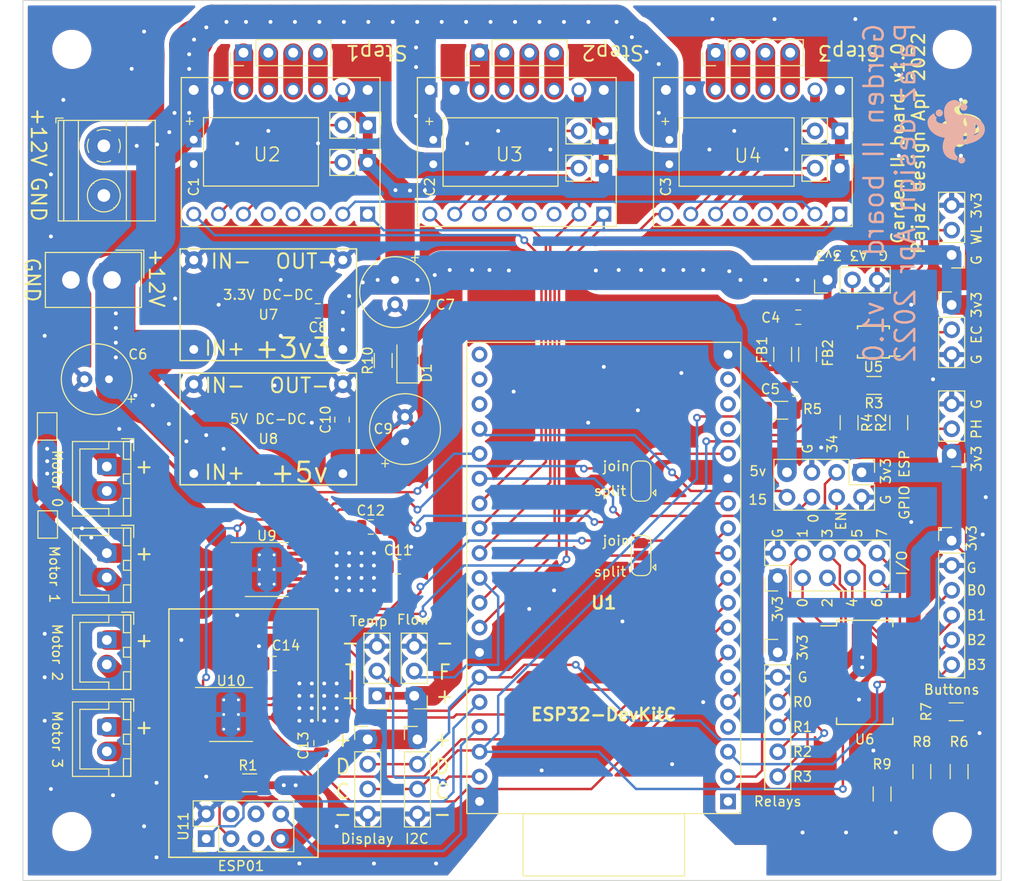
<source format=kicad_pcb>
(kicad_pcb (version 20211014) (generator pcbnew)
  (layers (0 "F.Cu" signal) (31 "B.Cu" signal) (34 "B.Paste" user) (35 "F.Paste" user) (36 "B.SilkS" user "B.Silkscreen") (37 "F.SilkS" user "F.Silkscreen") (38 "B.Mask" user) (39 "F.Mask" user) (44 "Edge.Cuts" user))
  (net 0 "")
  (net 1 "+12V")
  (net 2 "GND")
  (net 3 "Net-(C4-Pad1)")
  (net 4 "Net-(C4-Pad2)")
  (net 5 "+3V3")
  (net 6 "+5V")
  (net 7 "Net-(C11-Pad2)")
  (net 8 "Net-(C12-Pad1)")
  (net 9 "Net-(D1-Pad1)")
  (net 10 "/flow_counter")
  (net 11 "/temp_onewire")
  (net 12 "/GPI34")
  (net 13 "/ESPEN")
  (net 14 "/GPI35")
  (net 15 "/GPIO0")
  (net 16 "/GPI39")
  (net 17 "/SDA")
  (net 18 "/SCL")
  (net 19 "Net-(J6-Pad1)")
  (net 20 "Net-(J6-Pad2)")
  (net 21 "Net-(J6-Pad3)")
  (net 22 "Net-(J6-Pad4)")
  (net 23 "/analog_sensors/PH_ANA")
  (net 24 "/analog_sensors/EC_ANA")
  (net 25 "/analog_sensors/WLEVEL_ANA")
  (net 26 "/analog_sensors/ANA3")
  (net 27 "/io_expander/IO0")
  (net 28 "/io_expander/IO7")
  (net 29 "/io_expander/IO1")
  (net 30 "/io_expander/IO6")
  (net 31 "/io_expander/IO2")
  (net 32 "/io_expander/IO5")
  (net 33 "/io_expander/IO3")
  (net 34 "/io_expander/IO4")
  (net 35 "/io_expander/RELAY0")
  (net 36 "/io_expander/RELAY1")
  (net 37 "/io_expander/RELAY2")
  (net 38 "/io_expander/RELAY3")
  (net 39 "/io_expander/BUTTON0")
  (net 40 "/io_expander/BUTTON1")
  (net 41 "/io_expander/BUTTON2")
  (net 42 "/io_expander/BUTTON3")
  (net 43 "Net-(JP1-Pad2)")
  (net 44 "Net-(JP2-Pad2)")
  (net 45 "Net-(R2-Pad2)")
  (net 46 "Net-(R3-Pad1)")
  (net 49 "Net-(R9-Pad2)")
  (net 50 "Net-(R8-Pad2)")
  (net 51 "Net-(R6-Pad2)")
  (net 52 "Net-(R7-Pad2)")
  (net 53 "/io_expander/INTERRUPT_2")
  (net 54 "/button_int")
  (net 55 "/motors_en")
  (net 57 "/m1_in1")
  (net 58 "/m1_in2")
  (net 59 "/m0_in2")
  (net 60 "/m0_in1")
  (net 62 "/m3_in1")
  (net 63 "/m3_in2")
  (net 64 "Net-(C14-Pad1)")
  (net 65 "/m2_in2")
  (net 66 "/m2_in1")
  (net 67 "/step_dir")
  (net 68 "/step_step")
  (net 71 "/step1_en")
  (net 74 "Net-(JP4-Pad2)")
  (net 75 "Net-(JP3-Pad2)")
  (net 76 "/step2_en")
  (net 77 "Net-(J7-Pad2)")
  (net 78 "Net-(J7-Pad1)")
  (net 79 "Net-(J7-Pad3)")
  (net 80 "Net-(J7-Pad4)")
  (net 83 "Net-(JP6-Pad2)")
  (net 84 "Net-(JP5-Pad2)")
  (net 85 "/step3_en")
  (net 86 "Net-(J8-Pad2)")
  (net 87 "Net-(J8-Pad1)")
  (net 88 "Net-(J8-Pad3)")
  (net 89 "Net-(J8-Pad4)")
  (net 90 "/RXD0")
  (net 91 "/TXD0")
  (net 99 "Net-(C13-Pad2)")
  (net 100 "/PWM_motor_control/m1_in1_drv")
  (net 101 "/PWM_motor_control/m1_in2_drv")
  (net 102 "Net-(R1-Pad1)")
  (net 106 "/GPIO15")
  (net 107 "/PWM_motor_control/M0+")
  (net 108 "/PWM_motor_control/M0-")
  (net 109 "/PWM_motor_control/M1+")
  (net 110 "/PWM_motor_control/M1-")
  (net 111 "/PWM_motor_control/M2+")
  (net 112 "/PWM_motor_control/M2-")
  (net 113 "/PWM_motor_control/M3+")
  (net 114 "/PWM_motor_control/M3-")
  (footprint "Components:CP_Horizontal_Tantal_D7.0mm_P2.50mm_Flip" (layer "F.Cu") (at 126.08 54.25 90)
    (fp_text reference "C3")
    (fp_text value "100u")
  )
  (footprint "Connector_PinHeader_2.54mm:PinHeader_1x03_P2.54mm_Vertical" (layer "F.Cu") (at 142.255 68.58 90)
    (fp_text reference "J12" hide)
    (fp_text value "ANA3")
  )
  (footprint "LED_SMD:LED_1206_3216Metric" (layer "F.Cu") (at 99.37 76.83 90)
    (fp_text reference "D1")
    (fp_text value "LED")
  )
  (footprint "MountingHole:MountingHole_3mm" (layer "F.Cu") (at 155 45)
    (fp_text reference "MH3" hide)
    (fp_text value "MountingHole_3mm")
  )
  (footprint "Resistor_SMD:R_1206_3216Metric" (layer "F.Cu") (at 147.828 121.158 90)
    (fp_text reference "R9")
    (fp_text value "10k")
  )
  (footprint "Connector_PinHeader_2.54mm:PinHeader_1x04_P2.54mm_Vertical" (layer "F.Cu") (at 95.25 115.57)
    (fp_text reference "J1" hide)
    (fp_text value "Display")
  )
  (footprint "Connector_PinHeader_2.54mm:PinHeader_1x03_P2.54mm_Vertical" (layer "F.Cu") (at 96.195 111.12 180)
    (fp_text reference "J3" hide)
    (fp_text value "Onewire T")
  )
  (footprint "TerminalBlock_Phoenix:TerminalBlock_Phoenix_MKDS-1,5-2-5.08_1x02_P5.08mm_Horizontal" (layer "F.Cu") (at 68.275 54.864 -90)
    (fp_text reference "J21" hide)
    (fp_text value "12V Power")
  )
  (footprint "MountingHole:MountingHole_3mm" (layer "F.Cu") (at 155 125)
    (fp_text reference "MH3" hide)
    (fp_text value "MountingHole_3mm")
  )
  (footprint "Resistor_SMD:R_1206_3216Metric" (layer "F.Cu") (at 146.995 79.37 180)
    (fp_text reference "R3")
    (fp_text value "10k")
  )
  (footprint "Connector_PinHeader_2.54mm:PinHeader_1x02_P2.54mm_Vertical" (layer "F.Cu") (at 95.25 56.56 -90)
    (fp_text reference "JP2" hide)
    (fp_text value "Step1_MS2")
  )
  (footprint "Connector_PinHeader_2.54mm:PinHeader_1x04_P2.54mm_Vertical" (layer "F.Cu") (at 130.82 45.34 90)
    (fp_text reference "J8" hide)
    (fp_text value "Step3")
  )
  (footprint "Connector_JST:JST_XH_B2B-XH-A_1x02_P2.50mm_Vertical" (layer "F.Cu") (at 68.58 87.67 -90)
    (fp_text reference "J17" hide)
    (fp_text value "DCM0")
  )
  (footprint "Capacitor_SMD:C_0805_2012Metric" (layer "F.Cu") (at 95.56 93.848)
    (fp_text reference "C12")
    (fp_text value "2u2")
  )
  (footprint "Connector_PinHeader_2.54mm:PinHeader_2x05_P2.54mm_Vertical" (layer "F.Cu") (at 137.16 99.06 90)
    (fp_text reference "J13" hide)
    (fp_text value "IO")
  )
  (footprint "PCB Modules:Mini360" (layer "F.Cu") (at 85.090001 71.119999)
    (fp_text reference "U7")
    (fp_text value "3.3V DC-DC")
  )
  (footprint "Capacitor_SMD:C_0805_2012Metric" (layer "F.Cu") (at 85.654 107.818 180)
    (fp_text reference "C14")
    (fp_text value "2u2")
  )
  (footprint "Connector_PinHeader_2.54mm:PinHeader_1x06_P2.54mm_Vertical" (layer "F.Cu") (at 154.94 95.245)
    (fp_text reference "J15" hide)
    (fp_text value "Buttons")
  )
  (footprint "Capacitor_SMD:C_0805_2012Metric" (layer "F.Cu") (at 98.354 97.912)
    (fp_text reference "C11")
    (fp_text value "10n")
  )
  (footprint "Resistor_SMD:R_1206_3216Metric" (layer "F.Cu") (at 137.668 76.2 -90)
    (fp_text reference "FB2")
    (fp_text value "FerriteBead_Small")
  )
  (footprint "Resistor_SMD:R_1206_3216Metric" (layer "F.Cu") (at 96.83 76.83 90)
    (fp_text reference "R10")
    (fp_text value "100")
  )
  (footprint "Jumper:SolderJumper-3_P1.3mm_Open_RoundedPad1.0x1.5mm" (layer "F.Cu") (at 123.19 89.154 90)
    (fp_text reference "JP7" hide)
    (fp_text value "M1-IN1")
  )
  (footprint "Connector_PinHeader_2.54mm:PinHeader_1x02_P2.54mm_Vertical" (layer "F.Cu") (at 119.38 53.34 -90)
    (fp_text reference "JP3" hide)
    (fp_text value "Step2_MS1")
  )
  (footprint "Connector_PinHeader_2.54mm:PinHeader_1x06_P2.54mm_Vertical" (layer "F.Cu") (at 137.16 106.68)
    (fp_text reference "J14" hide)
    (fp_text value "Relays")
  )
  (footprint "Jumper:SolderJumper-3_P1.3mm_Open_RoundedPad1.0x1.5mm" (layer "F.Cu") (at 123.19 96.774 90)
    (fp_text reference "JP8" hide)
    (fp_text value "M1-IN2")
  )
  (footprint "Capacitor_SMD:C_0805_2012Metric" (layer "F.Cu") (at 138.938 79.756 180)
    (fp_text reference "C5")
    (fp_text value "1uF")
  )
  (footprint "Capacitor_SMD:C_0805_2012Metric" (layer "F.Cu") (at 92.620001 82.869999 90)
    (fp_text reference "C10")
    (fp_text value "100nF")
  )
  (footprint "Connector_PinHeader_2.54mm:PinHeader_1x04_P2.54mm_Vertical" (layer "F.Cu") (at 82.55 45.34 90)
    (fp_text reference "J6" hide)
    (fp_text value "Step1")
  )
  (footprint "Jumper:SolderJumper-2_P1.3mm_Open_Pad1.0x1.5mm" (layer "F.Cu") (at 62.484 83.566 90)
    (fp_text reference "JP9" hide)
    (fp_text value "M0-HP1")
  )
  (footprint "PCB Modules:ESP01" (layer "F.Cu") (at 78.74 125.73 90)
    (fp_text reference "U11")
    (fp_text value "ESP01")
  )
  (footprint "Resistor_SMD:R_1206_3216Metric" (layer "F.Cu") (at 151.892 118.872 90)
    (fp_text reference "R8")
    (fp_text value "10k")
  )
  (footprint "Jumper:SolderJumper-2_P1.3mm_Open_Pad1.0x1.5mm" (layer "F.Cu") (at 62.54 93.594 90)
    (fp_text reference "JP10" hide)
    (fp_text value "M0-HP2")
  )
  (footprint "Connector_PinHeader_2.54mm:PinHeader_1x02_P2.54mm_Vertical" (layer "F.Cu") (at 143.51 53.34 -90)
    (fp_text reference "JP5" hide)
    (fp_text value "Step3_MS1")
  )
  (footprint "Connector_PinHeader_2.54mm:PinHeader_2x04_P2.54mm_Vertical" (layer "F.Cu") (at 145.725 88.26 -90)
    (fp_text reference "J4" hide)
    (fp_text value "GPIO")
  )
  (footprint "MountingHole:MountingHole_3mm" (layer "F.Cu") (at 65 45)
    (fp_text reference "MH3" hide)
    (fp_text value "MountingHole_3mm")
  )
  (footprint "Connector_JST:JST_XH_B2B-XH-A_1x02_P2.50mm_Vertical" (layer "F.Cu") (at 68.58 96.52 -90)
    (fp_text reference "J18" hide)
    (fp_text value "DCM1")
  )
  (footprint "PCB Modules:TMC2208_Module" (layer "F.Cu") (at 110.49 55.5 -90)
    (fp_text reference "U3")
    (fp_text value "Step Ctrl 2")
  )
  (footprint "Components:CP_Horizontal_Tantal_D7.0mm_P2.50mm_Flip" (layer "F.Cu") (at 77.46 54.23 90)
    (fp_text reference "C1")
    (fp_text value "100u")
  )
  (footprint "Connector_PinHeader_2.54mm:PinHeader_1x04_P2.54mm_Vertical" (layer "F.Cu") (at 100.33 115.58)
    (fp_text reference "J5" hide)
    (fp_text value "I2C")
  )
  (footprint "Connector_PinHeader_2.54mm:PinHeader_1x03_P2.54mm_Vertical" (layer "F.Cu") (at 154.94 66.025 180)
    (fp_text reference "J11" hide)
    (fp_text value "WLEV_ANA")
  )
  (footprint "Components:CP_Horizontal_Tantal_D7.0mm_P2.50mm_Flip" (layer "F.Cu") (at 101.95 54.25 90)
    (fp_text reference "C2")
    (fp_text value "100u")
  )
  (footprint "Connector_PinHeader_2.54mm:PinHeader_1x02_P2.54mm_Vertical" (layer "F.Cu") (at 119.38 57.15 -90)
    (fp_text reference "JP4" hide)
    (fp_text value "Step2_MS2")
  )
  (footprint "Connector_JST:JST_XH_B2B-XH-A_1x02_P2.50mm_Vertical" (layer "F.Cu") (at 68.58 114.3 -90)
    (fp_text reference "J20" hide)
    (fp_text value "DCM3")
  )
  (footprint "PCB Modules:TMC2208_Module" (layer "F.Cu") (at 86.35 55.5 -90)
    (fp_text reference "U2")
    (fp_text value "Step Ctrl 1")
  )
  (footprint "MountingHole:MountingHole_3mm" (layer "F.Cu") (at 65 125)
    (fp_text reference "MH3" hide)
    (fp_text value "MountingHole_3mm")
  )
  (footprint "Capacitor_SMD:C_0805_2012Metric" (layer "F.Cu") (at 90.48 115.946 -90)
    (fp_text reference "C13")
    (fp_text value "10n")
  )
  (footprint "Connector_PinHeader_2.54mm:PinHeader_1x04_P2.54mm_Vertical" (layer "F.Cu") (at 106.69 45.34 90)
    (fp_text reference "J7" hide)
    (fp_text value "Step2")
  )
  (footprint "Components:HTSSOP-16-DRV8833" (layer "F.Cu") (at 84.93 98.2)
    (fp_text reference "U9")
    (fp_text value "DRV8833_M01")
  )
  (footprint "Connector_PinHeader_2.54mm:PinHeader_1x02_P2.54mm_Vertical" (layer "F.Cu") (at 95.25 52.75 -90)
    (fp_text reference "JP1" hide)
    (fp_text value "Step1_MS1")
  )
  (footprint "PCB Modules:TMC2208_Module" (layer "F.Cu") (at 134.62 55.5 -90)
    (fp_text reference "U4")
    (fp_text value "Step Ctrl 3")
  )
  (footprint "PCB Modules:Mini360" (layer "F.Cu") (at 85.090001 83.819999)
    (fp_text reference "U8")
    (fp_text value "5V DC-DC")
  )
  (footprint "Capacitor_SMD:C_0805_2012Metric" (layer "F.Cu") (at 139.258 72.39 180)
    (fp_text reference "C4")
    (fp_text value "1uF")
  )
  (footprint "Capacitor_THT:CP_Radial_Tantal_D7.0mm_P2.50mm" (layer "F.Cu") (at 99.060001 85.089999 90)
    (fp_text reference "C9")
    (fp_text value "100uF")
  )
  (footprint "Connector_PinHeader_2.54mm:PinHeader_1x03_P2.54mm_Vertical" (layer "F.Cu") (at 154.94 86.345 180)
    (fp_text reference "J9" hide)
    (fp_text value "PH_ANA")
  )
  (footprint "Connectors:Molex_Mini-Fit_Jr_5556-02A_2x01_P4.20mm_Vertical" (layer "F.Cu") (at 69.110001 68.579999 -90)
    (fp_text reference "J16" hide)
    (fp_text value "12V Power")
  )
  (footprint "Resistor_SMD:R_1206_3216Metric" (layer "F.Cu") (at 155.3972 112.7506 180)
    (fp_text reference "R7")
    (fp_text value "10k")
  )
  (footprint "Resistor_SMD:R_1206_3216Metric" (layer "F.Cu") (at 140.208 76.2 90)
    (fp_text reference "FB1")
    (fp_text value "FerriteBead_Small")
  )
  (footprint "Connector_PinHeader_2.54mm:PinHeader_1x02_P2.54mm_Vertical" (layer "F.Cu") (at 143.51 57.15 -90)
    (fp_text reference "JP6" hide)
    (fp_text value "Step3_MS2")
  )
  (footprint "Connector_JST:JST_XH_B2B-XH-A_1x02_P2.50mm_Vertical" (layer "F.Cu") (at 68.58 105.41 -90)
    (fp_text reference "J19" hide)
    (fp_text value "DCM2")
  )
  (footprint "Resistor_SMD:R_1206_3216Metric" (layer "F.Cu") (at 137.47 81.91 180)
    (fp_text reference "R5")
    (fp_text value "10k")
  )
  (footprint "Resistor_SMD:R_1206_3216Metric" (layer "F.Cu") (at 155.702 118.872 90)
    (fp_text reference "R6")
    (fp_text value "10k")
  )
  (footprint "Capacitor_SMD:C_0805_2012Metric" (layer "F.Cu") (at 90.16 71.75 180)
    (fp_text reference "C8")
    (fp_text value "100nF")
  )
  (footprint "Capacitor_THT:CP_Radial_Tantal_D7.0mm_P2.50mm" (layer "F.Cu") (at 68.800001 78.739999 180)
    (fp_text reference "C6")
    (fp_text value "100uF")
  )
  (footprint "Connector_PinHeader_2.54mm:PinHeader_1x03_P2.54mm_Vertical" (layer "F.Cu") (at 100.005 111.12 180)
    (fp_text reference "J2" hide)
    (fp_text value "Flow Counter")
  )
  (footprint "Resistor_SMD:R_1206_3216Metric" (layer "F.Cu") (at 83.185 120.015)
    (fp_text reference "R1")
    (fp_text value "10k")
  )
  (footprint "Package_SO:TSSOP-10_3x3mm_P0.5mm" (layer "F.Cu") (at 146.94 74.93 180)
    (fp_text reference "U5")
    (fp_text value "ADC")
  )
  (footprint "Capacitor_THT:CP_Radial_Tantal_D7.0mm_P2.50mm" (layer "F.Cu") (at 98.044 68.58 -90)
    (fp_text reference "C7")
    (fp_text value "100uF")
  )
  (footprint "Package_SO:SSOP-28_5.3x10.2mm_P0.65mm" (layer "F.Cu") (at 146.05 108.712)
    (fp_text reference "U6")
    (fp_text value "MCP23017")
  )
  (footprint "Connector_PinHeader_2.54mm:PinHeader_1x03_P2.54mm_Vertical" (layer "F.Cu") (at 154.94 71.135)
    (fp_text reference "J10" hide)
    (fp_text value "EC_ANA")
  )
  (footprint "Resistor_SMD:R_1206_3216Metric" (layer "F.Cu") (at 149.535 83.18 90)
    (fp_text reference "R2")
    (fp_text value "10k")
  )
  (footprint "Resistor_SMD:R_1206_3216Metric" (layer "F.Cu") (at 144.455 83.18 90)
    (fp_text reference "R4")
    (fp_text value "10k")
  )
  (footprint "Components:HTSSOP-16-DRV8833" (layer "F.Cu") (at 81.28 113.03)
    (fp_text reference "U10")
    (fp_text value "DRV8833_M23")
  )
  (footprint "PCB Modules:ESP32_DevKitC_V4" (layer "F.Cu") (at 119.38 99.06 180)
    (fp_text reference "U1")
    (fp_text value "ESP32-DevKitC")
  )
  (gr_poly (pts (xy 155.80716 50.920515) (xy 155.80857 50.939054) (xy 155.810893 50.957324) (xy 155.814105 50.975303) (xy 155.818182 50.992966) (xy 155.823104 51.010291) (xy 155.828845 51.027255) (xy 155.835384 51.043835) (xy 155.842697 51.060008) (xy 155.850762 51.075751) (xy 155.859555 51.091041) (xy 155.869053 51.105856) (xy 155.879234 51.120172) (xy 155.890075 51.133965) (xy 155.901552 51.147215) (xy 155.913643 51.159896) (xy 155.926324 51.171987) (xy 155.939573 51.183464) (xy 155.953367 51.194304) (xy 155.967683 51.204486) (xy 155.982497 51.213984) (xy 155.997788 51.222777) (xy 156.013531 51.230842) (xy 156.029704 51.238155) (xy 156.046284 51.244694) (xy 156.063248 51.250435) (xy 156.080573 51.255356) (xy 156.098236 51.259434) (xy 156.116214 51.262646) (xy 156.134485 51.264968) (xy 156.153024 51.266379) (xy 156.17181 51.266854) (xy 156.190596 51.266379) (xy 156.209135 51.264968) (xy 156.227406 51.262646) (xy 156.245384 51.259434) (xy 156.263047 51.255356) (xy 156.280372 51.250435) (xy 156.297336 51.244694) (xy 156.313916 51.238155) (xy 156.330089 51.230842) (xy 156.345832 51.222777) (xy 156.361123 51.213984) (xy 156.375937 51.204486) (xy 156.390253 51.194304) (xy 156.404047 51.183464) (xy 156.417296 51.171987) (xy 156.429977 51.159896) (xy 156.442068 51.147215) (xy 156.453545 51.133965) (xy 156.464386 51.120172) (xy 156.474567 51.105856) (xy 156.484065 51.091041) (xy 156.492858 51.075751) (xy 156.500923 51.060008) (xy 156.508236 51.043835) (xy 156.514775 51.027255) (xy 156.520516 51.010291) (xy 156.525437 50.992966) (xy 156.529515 50.975303) (xy 156.532727 50.957324) (xy 156.535049 50.939054) (xy 156.53646 50.920515) (xy 156.536935 50.901729) (xy 156.53646 50.882943) (xy 156.535049 50.864404) (xy 156.532727 50.846133) (xy 156.529515 50.828155) (xy 156.525437 50.810492) (xy 156.520516 50.793167) (xy 156.514775 50.776203) (xy 156.508236 50.759623) (xy 156.500923 50.74345) (xy 156.492858 50.727707) (xy 156.484065 50.712416) (xy 156.474567 50.697602) (xy 156.464386 50.683286) (xy 156.453545 50.669492) (xy 156.442068 50.656243) (xy 156.429977 50.643562) (xy 156.417296 50.631471) (xy 156.404047 50.619994) (xy 156.390253 50.609153) (xy 156.375937 50.598972) (xy 156.361123 50.589474) (xy 156.345833 50.580681) (xy 156.330089 50.572616) (xy 156.313916 50.565303) (xy 156.297336 50.558764) (xy 156.280372 50.553023) (xy 156.263047 50.548101) (xy 156.245384 50.544024) (xy 156.227406 50.540812) (xy 156.209135 50.538489) (xy 156.190596 50.537079) (xy 156.17181 50.536604) (xy 156.153024 50.537079) (xy 156.134485 50.538489) (xy 156.116215 50.540812) (xy 156.098236 50.544024) (xy 156.080573 50.548101) (xy 156.063248 50.553023) (xy 156.046284 50.558764) (xy 156.029704 50.565303) (xy 156.013531 50.572616) (xy 155.997788 50.580681) (xy 155.982497 50.589474) (xy 155.967683 50.598972) (xy 155.953367 50.609153) (xy 155.939573 50.619994) (xy 155.926324 50.631471) (xy 155.913643 50.643562) (xy 155.901552 50.656243) (xy 155.890075 50.669492) (xy 155.879234 50.683286) (xy 155.869053 50.697602) (xy 155.859555 50.712416) (xy 155.850762 50.727706) (xy 155.842697 50.74345) (xy 155.835384 50.759623) (xy 155.828845 50.776203) (xy 155.823104 50.793167) (xy 155.818182 50.810492) (xy 155.814105 50.828155) (xy 155.810893 50.846133) (xy 155.80857 50.864404) (xy 155.80716 50.882943) (xy 155.806685 50.901729)) (layer "B.SilkS") (width 0) (fill solid))
  (gr_poly (pts (xy 152.470768 52.541316) (xy 152.481187 52.642501) (xy 152.501193 52.743892) (xy 152.530556 52.844993) (xy 152.569045 52.945304) (xy 152.616428 53.044331) (xy 152.672473 53.141575) (xy 152.73695 53.236541) (xy 152.809627 53.32873) (xy 152.890273 53.417646) (xy 152.978656 53.502792) (xy 153.074546 53.583672) (xy 153.177711 53.659787) (xy 153.287919 53.730641) (xy 153.40494 53.795738) (xy 153.528543 53.854579) (xy 153.658495 53.906669) (xy 153.794566 53.95151) (xy 153.936524 53.988605) (xy 154.084138 54.017458) (xy 154.237177 54.03757) (xy 154.191303 54.145606) (xy 154.150825 54.2531) (xy 154.115751 54.359876) (xy 154.08609 54.465758) (xy 154.061852 54.570572) (xy 154.043046 54.67414) (xy 154.02968 54.776287) (xy 154.021765 54.876837) (xy 154.019308 54.975614) (xy 154.022321 55.072443) (xy 154.030811 55.167148) (xy 154.044788 55.259552) (xy 154.064262 55.349479) (xy 154.089241 55.436755) (xy 154.119734 55.521203) (xy 154.155751 55.602647) (xy 154.197301 55.680911) (xy 154.244394 55.75582) (xy 154.297038 55.827198) (xy 154.355242 55.894868) (xy 154.419016 55.958655) (xy 154.488369 56.018383) (xy 154.563311 56.073877) (xy 154.64385 56.124959) (xy 154.729995 56.171455) (xy 154.821756 56.213189) (xy 154.919143 56.249985) (xy 155.022163 56.281666) (xy 155.130827 56.308057) (xy 155.245144 56.328983) (xy 155.365123 56.344267) (xy 155.490772 56.353733) (xy 155.488288 56.329429) (xy 155.486972 56.305527) (xy 155.486802 56.282019) (xy 155.487755 56.258896) (xy 155.489808 56.236152) (xy 155.49294 56.213779) (xy 155.497127 56.191768) (xy 155.502348 56.170112) (xy 155.508579 56.148804) (xy 155.515799 56.127835) (xy 155.523985 56.107197) (xy 155.533114 56.086884) (xy 155.543164 56.066887) (xy 155.554112 56.047199) (xy 155.565936 56.027811) (xy 155.578614 56.008716) (xy 155.533435 55.964651) (xy 155.491359 55.920387) (xy 155.452384 55.875962) (xy 155.416505 55.831414) (xy 155.38372 55.786779) (xy 155.354025 55.742094) (xy 155.327418 55.697398) (xy 155.303894 55.652728) (xy 155.28345 55.60812) (xy 155.266084 55.563613) (xy 155.251791 55.519242) (xy 155.24057 55.475047) (xy 155.232415 55.431063) (xy 155.227324 55.387329) (xy 155.225294 55.343881) (xy 155.226321 55.300758) (xy 155.230403 55.257995) (xy 155.237535 55.215631) (xy 155.247714 55.173703) (xy 155.260938 55.132248) (xy 155.277203 55.091303) (xy 155.296505 55.050907) (xy 155.318842 55.011095) (xy 155.34421 54.971905) (xy 155.372605 54.933376) (xy 155.404025 54.895543) (xy 155.438466 54.858444) (xy 155.475925 54.822117) (xy 155.516398 54.786599) (xy 155.559883 54.751927) (xy 155.606375 54.718138) (xy 155.655872 54.685271) (xy 155.726805 54.701893) (xy 155.800169 54.714272) (xy 155.875468 54.722724) (xy 155.952206 54.727571) (xy 156.029886 54.729131) (xy 156.108012 54.727724) (xy 156.186089 54.723669) (xy 156.26362 54.717285) (xy 156.34011 54.708893) (xy 156.415061 54.69881) (xy 156.558366 54.674853) (xy 156.689566 54.647969) (xy 156.804693 54.620712) (xy 156.93635 54.58435) (xy 157.070175 54.540729) (xy 157.20468 54.489822) (xy 157.338374 54.431601) (xy 157.469767 54.366038) (xy 157.59737 54.293104) (xy 157.719692 54.212773) (xy 157.835245 54.125015) (xy 157.942537 54.029804) (xy 157.99262 53.979395) (xy 158.04008 53.927111) (xy 158.084729 53.87295) (xy 158.126383 53.816909) (xy 158.164854 53.758983) (xy 158.199956 53.699169) (xy 158.231504 53.637463) (xy 158.259311 53.573863) (xy 158.28319 53.508365) (xy 158.302956 53.440964) (xy 158.318422 53.371659) (xy 158.329402 53.300444) (xy 158.33571 53.227317) (xy 158.337159 53.152275) (xy 158.333017 53.072573) (xy 158.322822 52.994783) (xy 158.30665 52.918879) (xy 158.284573 52.844837) (xy 158.256668 52.772635) (xy 158.223008 52.702247) (xy 158.183668 52.633649) (xy 158.138722 52.566818) (xy 158.088244 52.50173) (xy 158.03231 52.43836) (xy 157.970993 52.376684) (xy 157.904367 52.316679) (xy 157.832508 52.258321) (xy 157.75549 52.201585) (xy 157.673386 52.146447) (xy 157.586272 52.092883) (xy 157.46443 52.028861) (xy 157.342186 51.970141) (xy 157.219531 51.916717) (xy 157.213739 51.914452) (xy 157.213739 52.616758) (xy 157.241792 52.621923) (xy 157.269017 52.62792) (xy 157.295445 52.634785) (xy 157.321102 52.642555) (xy 157.346018 52.651267) (xy 157.370222 52.66096) (xy 157.393743 52.671669) (xy 157.416608 52.683433) (xy 157.438847 52.696288) (xy 157.460489 52.710272) (xy 157.481561 52.725421) (xy 157.502094 52.741774) (xy 157.522114 52.759366) (xy 157.541652 52.778236) (xy 157.560735 52.798421) (xy 157.579393 52.819958) (xy 157.599901 52.845559) (xy 157.619148 52.871351) (xy 157.637118 52.897312) (xy 157.653798 52.923422) (xy 157.669172 52.949662) (xy 157.683225 52.976009) (xy 157.695943 53.002444) (xy 157.707311 53.028946) (xy 157.717314 53.055494) (xy 157.725937 53.082068) (xy 157.733165 53.108648) (xy 157.738984 53.135213) (xy 157.743378 53.161742) (xy 157.746333 53.188215) (xy 157.747834 53.214611) (xy 157.747867 53.24091) (xy 157.746416 53.267091) (xy 157.743466 53.293134) (xy 157.739003 53.319017) (xy 157.733012 53.344722) (xy 157.725478 53.370226) (xy 157.716386 53.39551) (xy 157.705722 53.420552) (xy 157.69347 53.445333) (xy 157.679616 53.469832) (xy 157.664145 53.494029) (xy 157.647042 53.517902) (xy 157.628293 53.541431) (xy 157.607882 53.564596) (xy 157.585794 53.587376) (xy 157.562016 53.609751) (xy 157.536531 53.631699) (xy 157.518486 53.646137) (xy 157.500069 53.659886) (xy 157.481282 53.672953) (xy 157.462125 53.685344) (xy 157.442599 53.697065) (xy 157.422705 53.708123) (xy 157.402444 53.718523) (xy 157.381816 53.728272) (xy 157.360822 53.737377) (xy 157.339463 53.745842) (xy 157.317739 53.753676) (xy 157.295653 53.760882) (xy 157.273203 53.767469) (xy 157.250391 53.773442) (xy 157.227218 53.778807) (xy 157.203685 53.78357) (xy 157.249592 53.712051) (xy 157.289132 53.640367) (xy 157.322377 53.568511) (xy 157.349396 53.496481) (xy 157.370261 53.424271) (xy 157.385041 53.351876) (xy 157.393808 53.279292) (xy 157.396632 53.206514) (xy 157.393584 53.133538) (xy 157.384733 53.060359) (xy 157.370152 52.986972) (xy 157.349909 52.913372) (xy 157.324076 52.839556) (xy 157.292723 52.765518) (xy 157.25592 52.691253) (xy 157.213739 52.616758) (xy 157.213739 51.914452) (xy 157.096462 51.868583) (xy 156.972971 51.825732) (xy 156.849052 51.788158) (xy 156.724699 51.755855) (xy 156.662357 51.741678) (xy 156.599905 51.728817) (xy 156.524165 51.71561) (xy 156.431639 51.702342) (xy 156.328747 51.690798) (xy 156.328747 52.008385) (xy 156.340085 52.011391) (xy 156.345517 52.014102) (xy 156.3509 52.017476) (xy 156.356233 52.021517) (xy 156.361516 52.026233) (xy 156.36675 52.031627) (xy 156.371934 52.037706) (xy 156.377069 52.044475) (xy 156.382154 52.051939) (xy 156.387189 52.060103) (xy 156.392175 52.068974) (xy 156.397111 52.078557) (xy 156.401997 52.088856) (xy 156.406834 52.099878) (xy 156.411622 52.111628) (xy 156.416359 52.124111) (xy 156.421048 52.137333) (xy 156.433728 52.176222) (xy 156.448075 52.229522) (xy 156.463079 52.294153) (xy 156.477726 52.367041) (xy 156.491006 52.445106) (xy 156.501908 52.525272) (xy 156.509418 52.604461) (xy 156.512527 52.679596) (xy 156.510222 52.7476) (xy 156.506724 52.777966) (xy 156.501492 52.805395) (xy 156.494402 52.829503) (xy 156.485325 52.849904) (xy 156.474137 52.866215) (xy 156.46071 52.87805) (xy 156.444918 52.885025) (xy 156.442579 52.885247) (xy 156.442579 53.496419) (xy 156.460818 53.498859) (xy 156.476362 53.506444) (xy 156.489353 53.518794) (xy 156.499932 53.535528) (xy 156.50824 53.556269) (xy 156.514418 53.580636) (xy 156.518609 53.608249) (xy 156.520952 53.63873) (xy 156.520663 53.706775) (xy 156.514681 53.781734) (xy 156.504137 53.860571) (xy 156.49016 53.94025) (xy 156.473881 54.017735) (xy 156.456431 54.089989) (xy 156.438938 54.153976) (xy 156.422534 54.206659) (xy 156.408348 54.245004) (xy 156.403176 54.258033) (xy 156.397978 54.270333) (xy 156.392754 54.281908) (xy 156.387504 54.292761) (xy 156.382225 54.302894) (xy 156.376917 54.312311) (xy 156.37158 54.321015) (xy 156.366213 54.329009) (xy 156.360815 54.336296) (xy 156.355385 54.342879) (xy 156.349922 54.348761) (xy 156.344426 54.353946) (xy 156.338896 54.358436) (xy 156.333331 54.362235) (xy 156.327731 54.365345) (xy 156.322094 54.36777) (xy 156.310618 54.370366) (xy 156.298594 54.369911) (xy 156.286139 54.36654) (xy 156.273372 54.360389) (xy 156.260411 54.351594) (xy 156.247374 54.340291) (xy 156.234379 54.326615) (xy 156.221544 54.310703) (xy 156.208987 54.29269) (xy 156.196827 54.272713) (xy 156.185181 54.250906) (xy 156.174168 54.227407) (xy 156.163905 54.20235) (xy 156.154512 54.175872) (xy 156.146105 54.148108) (xy 156.138803 54.119194) (xy 156.132725 54.089267) (xy 156.127988 54.058461) (xy 156.12471 54.026914) (xy 156.12301 53.994759) (xy 156.123006 53.962135) (xy 156.124815 53.929176) (xy 156.128556 53.896018) (xy 156.134347 53.862796) (xy 156.142306 53.829648) (xy 156.152551 53.796709) (xy 156.165201 53.764114) (xy 156.180373 53.731999) (xy 156.198186 53.700501) (xy 156.218757 53.669755) (xy 156.242205 53.639896) (xy 156.268648 53.611062) (xy 156.306021 53.574666) (xy 156.339852 53.545691) (xy 156.370282 53.523759) (xy 156.397452 53.508489) (xy 156.421504 53.499502) (xy 156.442579 53.496419) (xy 156.442579 52.885247) (xy 156.426635 52.886755) (xy 156.405734 52.882856) (xy 156.382089 52.872943) (xy 156.355573 52.85663) (xy 156.326059 52.833534) (xy 156.293422 52.80327) (xy 156.257535 52.765454) (xy 156.232253 52.735684) (xy 156.21 52.705) (xy 156.190654 52.673534) (xy 156.174092 52.641418) (xy 156.16019 52.608782) (xy 156.148825 52.575758) (xy 156.139874 52.542478) (xy 156.133214 52.509072) (xy 156.128721 52.475673) (xy 156.126272 52.442411) (xy 156.125743 52.409419) (xy 156.127013 52.376826) (xy 156.129956 52.344766) (xy 156.134451 52.313368) (xy 156.140374 52.282765) (xy 156.147601 52.253088) (xy 156.156009 52.224468) (xy 156.165476 52.197037) (xy 156.175877 52.170926) (xy 156.18709 52.146267) (xy 156.198991 52.12319) (xy 156.211457 52.101828) (xy 156.224365 52.082311) (xy 156.237592 52.064771) (xy 156.251014 52.049339) (xy 156.264508 52.036148) (xy 156.277951 52.025327) (xy 156.29122 52.017009) (xy 156.304191 52.011325) (xy 156.316741 52.008407) (xy 156.328747 52.008385) (xy 156.328747 51.690798) (xy 156.325532 51.690438) (xy 156.20905 51.681324) (xy 156.14792 51.678259) (xy 156.085399 51.676427) (xy 156.021888 51.676006) (xy 155.957786 51.677173) (xy 155.893496 51.680108) (xy 155.829417 51.684989) (xy 155.76595 51.691993) (xy 155.703497 51.7013) (xy 155.638393 51.6747) (xy 155.578173 51.645937) (xy 155.522766 51.615216) (xy 155.472103 51.582742) (xy 155.426118 51.548721) (xy 155.384739 51.513358) (xy 155.347898 51.476859) (xy 155.315527 51.439428) (xy 155.287557 51.401273) (xy 155.263918 51.362597) (xy 155.244541 51.323606) (xy 155.229359 51.284507) (xy 155.218301 51.245503) (xy 155.2113 51.206801) (xy 155.208286 51.168605) (xy 155.20919 51.131123) (xy 155.213943 51.094557) (xy 155.222477 51.059116) (xy 155.234722 51.025002) (xy 155.25061 50.992423) (xy 155.270072 50.961583) (xy 155.293039 50.932688) (xy 155.319442 50.905943) (xy 155.349212 50.881554) (xy 155.38228 50.859726) (xy 155.418578 50.840665) (xy 155.458036 50.824575) (xy 155.500586 50.811663) (xy 155.546158 50.802133) (xy 155.594685 50.796192) (xy 155.646096 50.794044) (xy 155.700323 50.795895) (xy 155.705841 50.774278) (xy 155.712274 50.753278) (xy 155.719619 50.732893) (xy 155.727872 50.713122) (xy 155.737031 50.693962) (xy 155.747092 50.67541) (xy 155.758052 50.657464) (xy 155.769908 50.640122) (xy 155.782657 50.623382) (xy 155.796296 50.60724) (xy 155.810822 50.591696) (xy 155.826231 50.576746) (xy 155.842521 50.562388) (xy 155.859689 50.548621) (xy 155.87773 50.53544) (xy 155.896643 50.522845) (xy 155.845001 50.476526) (xy 155.793857 50.433252) (xy 155.743216 50.39308) (xy 155.69308 50.356067) (xy 155.643452 50.322269) (xy 155.594336 50.291743) (xy 155.545735 50.264546) (xy 155.497652 50.240734) (xy 155.450089 50.220363) (xy 155.403051 50.20349) (xy 155.356539 50.190173) (xy 155.310558 50.180466) (xy 155.26511 50.174428) (xy 155.220199 50.172114) (xy 155.175827 50.173582) (xy 155.131997 50.178887) (xy 155.018386 50.202133) (xy 154.912858 50.23281) (xy 154.815209 50.270513) (xy 154.725233 50.314843) (xy 154.642722 50.365395) (xy 154.56747 50.421769) (xy 154.499272 50.483561) (xy 154.437921 50.55037) (xy 154.383211 50.621794) (xy 154.334934 50.69743) (xy 154.292886 50.776876) (xy 154.25686 50.859729) (xy 154.22665 50.945589) (xy 154.202048 51.034051) (xy 154.18285 51.124715) (xy 154.168848 51.217178) (xy 154.159837 51.311038) (xy 154.15561 51.405893) (xy 154.15596 51.501339) (xy 154.160682 51.596976) (xy 154.16957 51.692401) (xy 154.182416 51.787212) (xy 154.199015 51.881007) (xy 154.21916 51.973382) (xy 154.242646 52.063937) (xy 154.269265 52.152269) (xy 154.298812 52.237976) (xy 154.33108 52.320655) (xy 154.365863 52.399905) (xy 154.402955 52.475323) (xy 154.442149 52.546506) (xy 154.483239 52.613054) (xy 154.313153 52.610264) (xy 154.157426 52.602122) (xy 154.015946 52.58867) (xy 153.888596 52.569952) (xy 153.775265 52.546008) (xy 153.675837 52.516883) (xy 153.590199 52.482618) (xy 153.552516 52.463572) (xy 153.518238 52.443257) (xy 153.48735 52.421679) (xy 153.459838 52.398842) (xy 153.435688 52.374753) (xy 153.414886 52.349416) (xy 153.397417 52.322837) (xy 153.383268 52.295021) (xy 153.372424 52.265974) (xy 153.36487 52.2357) (xy 153.360593 52.204206) (xy 153.359579 52.171496) (xy 153.361812 52.137575) (xy 153.367279 52.10245) (xy 153.375966 52.066126) (xy 153.387858 52.028607) (xy 153.421202 51.950008) (xy 153.388854 51.927748) (xy 153.359043 51.904835) (xy 153.331716 51.881282) (xy 153.318967 51.869271) (xy 153.306819 51.857106) (xy 153.295264 51.844789) (xy 153.284297 51.832323) (xy 153.273909 51.819708) (xy 153.264095 51.806947) (xy 153.254847 51.794042) (xy 153.24616 51.780995) (xy 153.238025 51.767807) (xy 153.230437 51.754481) (xy 153.223388 51.741019) (xy 153.216872 51.727422) (xy 153.210882 51.713692) (xy 153.205411 51.699832) (xy 153.196 51.671728) (xy 153.188583 51.643125) (xy 153.183108 51.614037) (xy 153.179519 51.584482) (xy 153.177763 51.554474) (xy 153.177785 51.524029) (xy 153.055109 51.583983) (xy 152.944796 51.650106) (xy 152.846616 51.721901) (xy 152.760336 51.798872) (xy 152.685725 51.880521) (xy 152.622553 51.966352) (xy 152.570587 52.055867) (xy 152.529597 52.14857) (xy 152.499352 52.243963) (xy 152.479619 52.341549) (xy 152.470168 52.440833)) (layer "B.SilkS") (width 0) (fill solid))
  (gr_poly (pts (xy 153.311081 51.52694) (xy 153.312492 51.545479) (xy 153.314814 51.563749) (xy 153.318026 51.581728) (xy 153.322104 51.599391) (xy 153.327025 51.616716) (xy 153.332766 51.63368) (xy 153.339305 51.65026) (xy 153.346618 51.666433) (xy 153.354683 51.682176) (xy 153.363476 51.697466) (xy 153.372974 51.712281) (xy 153.383155 51.726597) (xy 153.393996 51.74039) (xy 153.405473 51.75364) (xy 153.417564 51.766321) (xy 153.430245 51.778412) (xy 153.443494 51.789889) (xy 153.457288 51.80073) (xy 153.471604 51.810911) (xy 153.486418 51.820409) (xy 153.501709 51.829202) (xy 153.517452 51.837267) (xy 153.533625 51.84458) (xy 153.550205 51.851119) (xy 153.567169 51.85686) (xy 153.584494 51.861781) (xy 153.602157 51.865859) (xy 153.620135 51.869071) (xy 153.638406 51.871393) (xy 153.656945 51.872804) (xy 153.675731 51.873279) (xy 153.694517 51.872804) (xy 153.713056 51.871393) (xy 153.731326 51.869071) (xy 153.749305 51.865859) (xy 153.766968 51.861781) (xy 153.784293 51.85686) (xy 153.801257 51.851119) (xy 153.817837 51.84458) (xy 153.83401 51.837267) (xy 153.849753 51.829202) (xy 153.865043 51.820409) (xy 153.879858 51.810911) (xy 153.894174 51.80073) (xy 153.907967 51.789889) (xy 153.921217 51.778412) (xy 153.933898 51.766321) (xy 153.945989 51.75364) (xy 153.957466 51.74039) (xy 153.968307 51.726597) (xy 153.978488 51.712281) (xy 153.987986 51.697466) (xy 153.996779 51.682176) (xy 154.004844 51.666433) (xy 154.012157 51.65026) (xy 154.018696 51.63368) (xy 154.024437 51.616716) (xy 154.029358 51.599391) (xy 154.033436 51.581728) (xy 154.036648 51.563749) (xy 154.03897 51.545479) (xy 154.040381 51.52694) (xy 154.040856 51.508154) (xy 154.040381 51.489368) (xy 154.03897 51.470829) (xy 154.036648 51.452558) (xy 154.033436 51.43458) (xy 154.029358 51.416917) (xy 154.024437 51.399592) (xy 154.018696 51.382628) (xy 154.012157 51.366048) (xy 154.004844 51.349875) (xy 153.996779 51.334132) (xy 153.987986 51.318841) (xy 153.978488 51.304027) (xy 153.968307 51.289711) (xy 153.957466 51.275917) (xy 153.945989 51.262668) (xy 153.933898 51.249987) (xy 153.921217 51.237896) (xy 153.907967 51.226419) (xy 153.894174 51.215578) (xy 153.879858 51.205397) (xy 153.865043 51.195899) (xy 153.849753 51.187106) (xy 153.83401 51.179041) (xy 153.817837 51.171728) (xy 153.801257 51.165189) (xy 153.784293 51.159448) (xy 153.766968 51.154526) (xy 153.749305 51.150449) (xy 153.731326 51.147237) (xy 153.713056 51.144914) (xy 153.694517 51.143504) (xy 153.675731 51.143029) (xy 153.656945 51.143504) (xy 153.638406 51.144914) (xy 153.620135 51.147237) (xy 153.602157 51.150449) (xy 153.584494 51.154526) (xy 153.567169 51.159448) (xy 153.550205 51.165189) (xy 153.533625 51.171728) (xy 153.517452 51.179041) (xy 153.501709 51.187106) (xy 153.486418 51.195899) (xy 153.471604 51.205397) (xy 153.457288 51.215578) (xy 153.443494 51.226419) (xy 153.430245 51.237896) (xy 153.417564 51.249987) (xy 153.405473 51.262668) (xy 153.393996 51.275917) (xy 153.383155 51.289711) (xy 153.372974 51.304027) (xy 153.363476 51.318841) (xy 153.354683 51.334131) (xy 153.346618 51.349875) (xy 153.339305 51.366048) (xy 153.332766 51.382628) (xy 153.327025 51.399592) (xy 153.322104 51.416917) (xy 153.318026 51.43458) (xy 153.314814 51.452558) (xy 153.312492 51.470829) (xy 153.311081 51.489368) (xy 153.310606 51.508154)) (layer "B.SilkS") (width 0) (fill solid))
  (gr_poly (pts (xy 155.596552 56.328069) (xy 155.597962 56.346608) (xy 155.600285 56.364879) (xy 155.603496 56.382857) (xy 155.607574 56.40052) (xy 155.612496 56.417845) (xy 155.618237 56.434809) (xy 155.624776 56.451389) (xy 155.632089 56.467562) (xy 155.640154 56.483305) (xy 155.648947 56.498596) (xy 155.658445 56.51341) (xy 155.668626 56.527726) (xy 155.679467 56.54152) (xy 155.690944 56.554769) (xy 155.703035 56.56745) (xy 155.715716 56.579541) (xy 155.728965 56.591018) (xy 155.742759 56.601859) (xy 155.757075 56.61204) (xy 155.771889 56.621538) (xy 155.787179 56.630331) (xy 155.802923 56.638396) (xy 155.819096 56.645709) (xy 155.835676 56.652248) (xy 155.85264 56.657989) (xy 155.869965 56.662911) (xy 155.887628 56.666988) (xy 155.905606 56.6702) (xy 155.923876 56.672523) (xy 155.942416 56.673933) (xy 155.961201 56.674408) (xy 155.979987 56.673933) (xy 155.998527 56.672523) (xy 156.016797 56.6702) (xy 156.034775 56.666989) (xy 156.052438 56.662911) (xy 156.069763 56.657989) (xy 156.086727 56.652248) (xy 156.103308 56.645709) (xy 156.119481 56.638396) (xy 156.135224 56.630331) (xy 156.150514 56.621538) (xy 156.165329 56.61204) (xy 156.179644 56.601859) (xy 156.193438 56.591018) (xy 156.206687 56.579541) (xy 156.219369 56.56745) (xy 156.23146 56.554769) (xy 156.242937 56.54152) (xy 156.253777 56.527726) (xy 156.263958 56.51341) (xy 156.273457 56.498596) (xy 156.28225 56.483305) (xy 156.290314 56.467562) (xy 156.297628 56.451389) (xy 156.304166 56.434809) (xy 156.309908 56.417845) (xy 156.314829 56.40052) (xy 156.318907 56.382857) (xy 156.322119 56.364879) (xy 156.324441 56.346608) (xy 156.325852 56.328069) (xy 156.326327 56.309283) (xy 156.325511 56.290497) (xy 156.32311 56.271958) (xy 156.319188 56.253687) (xy 156.313813 56.235709) (xy 156.30705 56.218046) (xy 156.298966 56.200721) (xy 156.289626 56.183757) (xy 156.279099 56.167177) (xy 156.267448 56.151004) (xy 156.254742 56.13526) (xy 156.241046 56.11997) (xy 156.226426 56.105156) (xy 156.210949 56.09084) (xy 156.19468 56.077046) (xy 156.177687 56.063797) (xy 156.160036 56.051115) (xy 156.141792 56.039025) (xy 156.123023 56.027548) (xy 156.103793 56.016707) (xy 156.084171 56.006526) (xy 156.064221 55.997027) (xy 156.04401 55.988234) (xy 156.023605 55.98017) (xy 156.003072 55.972857) (xy 155.982476 55.966318) (xy 155.961885 55.960576) (xy 155.941365 55.955655) (xy 155.920981 55.951577) (xy 155.9008 55.948366) (xy 155.880889 55.946043) (xy 155.861313 55.944633) (xy 155.842139 55.944158) (xy 155.823648 55.944633) (xy 155.806064 55.946043) (xy 155.789364 55.948366) (xy 155.773529 55.951577) (xy 155.758538 55.955655) (xy 155.744368 55.960576) (xy 155.731001 55.966318) (xy 155.718413 55.972857) (xy 155.706586 55.98017) (xy 155.695497 55.988234) (xy 155.685126 55.997027) (xy 155.675452 56.006526) (xy 155.666453 56.016707) (xy 155.65811 56.027548) (xy 155.650401 56.039025) (xy 155.643305 56.051115) (xy 155.636801 56.063797) (xy 155.630868 56.077046) (xy 155.625486 56.09084) (xy 155.620633 56.105156) (xy 155.616289 56.11997) (xy 155.612432 56.13526) (xy 155.609042 56.151004) (xy 155.606098 56.167177) (xy 155.601462 56.200721) (xy 155.598359 56.235709) (xy 155.596619 56.271958) (xy 155.596077 56.309283)) (layer "B.SilkS") (width 0) (fill solid))
  (gr_poly (pts (xy 156.019103 50.374154) (xy 156.02016 50.360249) (xy 156.021902 50.346546) (xy 156.024311 50.333062) (xy 156.02737 50.319815) (xy 156.03106 50.306821) (xy 156.035366 50.294098) (xy 156.040271 50.281663) (xy 156.045755 50.269533) (xy 156.051804 50.257726) (xy 156.058399 50.246258) (xy 156.065523 50.235147) (xy 156.073158 50.224411) (xy 156.081289 50.214065) (xy 156.089897 50.204128) (xy 156.098965 50.194617) (xy 156.108476 50.185549) (xy 156.118413 50.176941) (xy 156.128758 50.168811) (xy 156.139495 50.161175) (xy 156.150606 50.154051) (xy 156.162073 50.147456) (xy 156.173881 50.141408) (xy 156.18601 50.135923) (xy 156.198445 50.131019) (xy 156.211168 50.126713) (xy 156.224162 50.123022) (xy 156.23741 50.119964) (xy 156.250893 50.117555) (xy 156.264596 50.115813) (xy 156.278501 50.114755) (xy 156.29259 50.114399) (xy 156.306679 50.114755) (xy 156.320584 50.115813) (xy 156.334287 50.117555) (xy 156.34777 50.119964) (xy 156.361018 50.123022) (xy 156.374011 50.126713) (xy 156.386734 50.131019) (xy 156.399169 50.135923) (xy 156.411299 50.141408) (xy 156.423107 50.147456) (xy 156.434574 50.154051) (xy 156.445685 50.161175) (xy 156.456422 50.168811) (xy 156.466767 50.176941) (xy 156.476704 50.185549) (xy 156.486215 50.194617) (xy 156.495283 50.204128) (xy 156.503891 50.214065) (xy 156.512022 50.224411) (xy 156.519658 50.235147) (xy 156.526781 50.246258) (xy 156.533376 50.257726) (xy 156.539425 50.269533) (xy 156.544909 50.281663) (xy 156.549814 50.294098) (xy 156.55412 50.306821) (xy 156.557811 50.319815) (xy 156.560869 50.333062) (xy 156.563278 50.346546) (xy 156.56502 50.360249) (xy 156.566077 50.374153) (xy 156.566434 50.388243) (xy 156.565822 50.402332) (xy 156.564021 50.416237) (xy 156.56108 50.42994) (xy 156.557048 50.443423) (xy 156.551976 50.456671) (xy 156.545913 50.469664) (xy 156.538909 50.482387) (xy 156.531013 50.494822) (xy 156.522275 50.506952) (xy 156.512745 50.51876) (xy 156.502473 50.530227) (xy 156.491508 50.541338) (xy 156.4799 50.552075) (xy 156.467699 50.56242) (xy 156.454954 50.572357) (xy 156.441716 50.581868) (xy 156.428033 50.590936) (xy 156.413956 50.599544) (xy 156.399534 50.607675) (xy 156.384817 50.615311) (xy 156.369855 50.622434) (xy 156.354697 50.629029) (xy 156.339393 50.635078) (xy 156.323993 50.640562) (xy 156.308546 50.645467) (xy 156.293103 50.649773) (xy 156.277712 50.653464) (xy 156.262424 50.656522) (xy 156.247289 50.658931) (xy 156.232355 50.660673) (xy 156.217673 50.66173) (xy 156.203293 50.662087) (xy 156.189425 50.66173) (xy 156.176237 50.660673) (xy 156.163712 50.658931) (xy 156.151836 50.656522) (xy 156.140592 50.653464) (xy 156.129965 50.649773) (xy 156.119939 50.645467) (xy 156.110499 50.640562) (xy 156.101628 50.635078) (xy 156.093311 50.629029) (xy 156.085533 50.622434) (xy 156.078277 50.615311) (xy 156.071529 50.607675) (xy 156.065271 50.599544) (xy 156.059489 50.590936) (xy 156.054167 50.581868) (xy 156.049289 50.572357) (xy 156.04484 50.56242) (xy 156.040803 50.552075) (xy 156.037164 50.541338) (xy 156.033906 50.530227) (xy 156.031013 50.51876) (xy 156.02847 50.506952) (xy 156.026262 50.494822) (xy 156.022786 50.469664) (xy 156.020458 50.443423) (xy 156.019153 50.416237) (xy 156.018746 50.388243)) (layer "F.SilkS") (width 0) (fill solid))
  (gr_line (start 90.17 102.235) (end 90.17 113.665) (layer "F.SilkS") (width 0.15))
  (gr_line (start 74.93 127.635) (end 74.93 102.235) (layer "F.SilkS") (width 0.15))
  (gr_line (start 90.17 118.11) (end 90.17 127.635) (layer "F.SilkS") (width 0.15))
  (gr_line (start 74.93 127.635) (end 90.17 127.635) (layer "F.SilkS") (width 0.15))
  (gr_poly (pts (xy 153.674765 53.214218) (xy 153.682579 53.138329) (xy 153.697584 53.062286) (xy 153.719606 52.986461) (xy 153.748473 52.911227) (xy 153.784009 52.836957) (xy 153.826043 52.764023) (xy 153.874401 52.692799) (xy 153.928909 52.623657) (xy 153.989393 52.55697) (xy 154.055681 52.493111) (xy 154.127598 52.432451) (xy 154.204972 52.375365) (xy 154.287628 52.322224) (xy 154.375394 52.273402) (xy 154.468096 52.229271) (xy 154.56556 52.190203) (xy 154.667613 52.156573) (xy 154.774081 52.128751) (xy 154.884792 52.107112) (xy 154.999571 52.092027) (xy 154.965166 52.011001) (xy 154.934808 51.93038) (xy 154.908502 51.850298) (xy 154.886256 51.770886) (xy 154.868078 51.692276) (xy 154.853973 51.6146) (xy 154.843949 51.53799) (xy 154.838012 51.462577) (xy 154.83617 51.388494) (xy 154.838429 51.315873) (xy 154.844797 51.244844) (xy 154.85528 51.175541) (xy 154.869885 51.108095) (xy 154.888619 51.042639) (xy 154.911489 50.979303) (xy 154.938502 50.91822) (xy 154.969665 50.859522) (xy 155.004984 50.80334) (xy 155.044467 50.749807) (xy 155.08812 50.699054) (xy 155.135951 50.651214) (xy 155.187966 50.606418) (xy 155.244172 50.564798) (xy 155.304576 50.526486) (xy 155.369185 50.491613) (xy 155.438006 50.460313) (xy 155.511046 50.432717) (xy 155.588311 50.408956) (xy 155.669809 50.389162) (xy 155.755547 50.373468) (xy 155.845531 50.362005) (xy 155.939768 50.354905) (xy 155.937905 50.373133) (xy 155.936918 50.39106) (xy 155.93679 50.408691) (xy 155.937505 50.426033) (xy 155.939045 50.443091) (xy 155.941394 50.459871) (xy 155.944534 50.476379) (xy 155.94845 50.492621) (xy 155.953123 50.508602) (xy 155.958538 50.524329) (xy 155.964677 50.539807) (xy 155.971524 50.555042) (xy 155.979062 50.57004) (xy 155.987273 50.584806) (xy 155.996141 50.599347) (xy 156.005649 50.613668) (xy 155.971765 50.646717) (xy 155.940208 50.679915) (xy 155.910976 50.713233) (xy 155.884068 50.746645) (xy 155.859479 50.780121) (xy 155.837208 50.813634) (xy 155.817252 50.847156) (xy 155.799609 50.880659) (xy 155.784276 50.914115) (xy 155.771252 50.947496) (xy 155.760532 50.980773) (xy 155.752116 51.01392) (xy 155.746 51.046908) (xy 155.742182 51.079708) (xy 155.740659 51.112294) (xy 155.74143 51.144637) (xy 155.744491 51.176709) (xy 155.74984 51.208482) (xy 155.757475 51.239928) (xy 155.767392 51.271019) (xy 155.779591 51.301727) (xy 155.794068 51.332025) (xy 155.81082 51.361884) (xy 155.829846 51.391276) (xy 155.851143 51.420173) (xy 155.874707 51.448548) (xy 155.900538 51.476372) (xy 155.928632 51.503617) (xy 155.958987 51.530256) (xy 155.991601 51.55626) (xy 156.02647 51.581601) (xy 156.063593 51.606252) (xy 156.116793 51.593785) (xy 156.171816 51.584501) (xy 156.22829 51.578162) (xy 156.285843 51.574527) (xy 156.344103 51.573357) (xy 156.402698 51.574412) (xy 156.461256 51.577453) (xy 156.519404 51.582241) (xy 156.576771 51.588536) (xy 156.632985 51.596097) (xy 156.740463 51.614065) (xy 156.838863 51.634229) (xy 156.925208 51.654671) (xy 157.023951 51.681942) (xy 157.12432 51.714658) (xy 157.225199 51.752838) (xy 157.325469 51.796504) (xy 157.424014 51.845677) (xy 157.519716 51.900377) (xy 157.611458 51.960625) (xy 157.698122 52.026444) (xy 157.778592 52.097852) (xy 157.816154 52.135659) (xy 157.851749 52.174872) (xy 157.885236 52.215492) (xy 157.916476 52.257524) (xy 157.945329 52.300968) (xy 157.971656 52.345829) (xy 157.995317 52.392108) (xy 158.016172 52.439808) (xy 158.034081 52.488932) (xy 158.048906 52.539482) (xy 158.060505 52.591461) (xy 158.06874 52.644872) (xy 158.073471 52.699717) (xy 158.074558 52.755999) (xy 158.071451 52.815775) (xy 158.063805 52.874118) (xy 158.051676 52.931046) (xy 158.035119 52.986577) (xy 158.01419 53.040729) (xy 157.988945 53.09352) (xy 157.95944 53.144968) (xy 157.92573 53.195091) (xy 157.887872 53.243908) (xy 157.845921 53.291435) (xy 157.799933 53.337692) (xy 157.749964 53.382696) (xy 157.69607 53.426464) (xy 157.638306 53.469017) (xy 157.576728 53.51037) (xy 157.511393 53.550543) (xy 157.420011 53.598559) (xy 157.328328 53.642599) (xy 157.236337 53.682667) (xy 157.231993 53.684366) (xy 157.231993 53.157637) (xy 157.253033 53.153762) (xy 157.273452 53.149265) (xy 157.293272 53.144117) (xy 157.312515 53.138289) (xy 157.331203 53.131754) (xy 157.349356 53.124485) (xy 157.366996 53.116453) (xy 157.384145 53.10763) (xy 157.400824 53.097989) (xy 157.417055 53.087501) (xy 157.43286 53.076139) (xy 157.448259 53.063875) (xy 157.463274 53.05068) (xy 157.477928 53.036528) (xy 157.49224 53.021389) (xy 157.506234 53.005237) (xy 157.521615 52.986036) (xy 157.53605 52.966692) (xy 157.549528 52.947221) (xy 157.562037 52.927638) (xy 157.573568 52.907959) (xy 157.584108 52.888198) (xy 157.593646 52.868372) (xy 157.602172 52.848496) (xy 157.609674 52.828584) (xy 157.616141 52.808654) (xy 157.621562 52.788719) (xy 157.625926 52.768795) (xy 157.629222 52.748898) (xy 157.631439 52.729044) (xy 157.632564 52.709247) (xy 157.632589 52.689523) (xy 157.6315 52.669887) (xy 157.629288 52.650355) (xy 157.625941 52.630942) (xy 157.621448 52.611664) (xy 157.615797 52.592536) (xy 157.608978 52.573573) (xy 157.60098 52.554791) (xy 157.591791 52.536205) (xy 157.581401 52.517831) (xy 157.569798 52.499684) (xy 157.55697 52.481779) (xy 157.542908 52.464132) (xy 157.5276 52.446758) (xy 157.511034 52.429673) (xy 157.4932 52.412892) (xy 157.474087 52.396431) (xy 157.460553 52.385602) (xy 157.446741 52.375291) (xy 157.43265 52.36549) (xy 157.418283 52.356197) (xy 157.403638 52.347406) (xy 157.388718 52.339113) (xy 157.373522 52.331313) (xy 157.358051 52.324001) (xy 157.342305 52.317172) (xy 157.326286 52.310823) (xy 157.309993 52.304948) (xy 157.293428 52.299543) (xy 157.276591 52.294603) (xy 157.259482 52.290124) (xy 157.242102 52.2861) (xy 157.224452 52.282527) (xy 157.258882 52.336166) (xy 157.288538 52.38993) (xy 157.313471 52.443821) (xy 157.333736 52.497844) (xy 157.349384 52.552002) (xy 157.36047 52.606298) (xy 157.367045 52.660736) (xy 157.369163 52.715319) (xy 157.366877 52.770051) (xy 157.360239 52.824936) (xy 157.349302 52.879976) (xy 157.33412 52.935176) (xy 157.314745 52.990538) (xy 157.291231 53.046067) (xy 157.263629 53.101765) (xy 157.231993 53.157637) (xy 157.231993 53.684366) (xy 157.144035 53.718768) (xy 157.051417 53.750906) (xy 156.958478 53.779087) (xy 156.865213 53.803314) (xy 156.818457 53.813947) (xy 156.771618 53.823593) (xy 156.714813 53.833497) (xy 156.645418 53.843449) (xy 156.568249 53.852106) (xy 156.568249 53.613916) (xy 156.576753 53.611662) (xy 156.580827 53.609629) (xy 156.584864 53.607098) (xy 156.588863 53.604067) (xy 156.592826 53.600531) (xy 156.596751 53.596485) (xy 156.600639 53.591926) (xy 156.60449 53.586849) (xy 156.608304 53.581251) (xy 156.612081 53.575127) (xy 156.61582 53.568474) (xy 156.619522 53.561287) (xy 156.623187 53.553563) (xy 156.626815 53.545296) (xy 156.630405 53.536484) (xy 156.633958 53.527122) (xy 156.637474 53.517205) (xy 156.646985 53.488038) (xy 156.657745 53.448064) (xy 156.668998 53.39959) (xy 156.679983 53.344924) (xy 156.689944 53.286375) (xy 156.698119 53.226251) (xy 156.703753 53.166859) (xy 156.706084 53.110508) (xy 156.704355 53.059505) (xy 156.701731 53.03673) (xy 156.697808 53.016158) (xy 156.69249 52.998078) (xy 156.685683 52.982777) (xy 156.677292 52.970544) (xy 156.667221 52.961667) (xy 156.655378 52.956436) (xy 156.653623 52.95627) (xy 156.653623 52.497891) (xy 156.667302 52.496061) (xy 156.67896 52.490372) (xy 156.688703 52.48111) (xy 156.696638 52.468559) (xy 156.702869 52.453003) (xy 156.707503 52.434728) (xy 156.710645 52.414018) (xy 156.712403 52.391157) (xy 156.712186 52.340124) (xy 156.7077 52.283904) (xy 156.699791 52.224777) (xy 156.689309 52.165017) (xy 156.6771 52.106904) (xy 156.664012 52.052713) (xy 156.650892 52.004723) (xy 156.638589 51.96521) (xy 156.62795 51.936452) (xy 156.624071 51.92668) (xy 156.620172 51.917455) (xy 156.616255 51.908774) (xy 156.612316 51.900634) (xy 156.608357 51.893034) (xy 156.604377 51.885972) (xy 156.600374 51.879444) (xy 156.596348 51.873448) (xy 156.5923 51.867983) (xy 156.588227 51.863046) (xy 156.58413 51.858634) (xy 156.580008 51.854746) (xy 156.575861 51.851378) (xy 156.571687 51.848529) (xy 156.567487 51.846196) (xy 156.563259 51.844377) (xy 156.554652 51.84243) (xy 156.545634 51.842772) (xy 156.536293 51.8453) (xy 156.526718 51.849913) (xy 156.516997 51.85651) (xy 156.507219 51.864987) (xy 156.497473 51.875244) (xy 156.487846 51.887178) (xy 156.478429 51.900687) (xy 156.469309 51.91567) (xy 156.460574 51.932025) (xy 156.452315 51.94965) (xy 156.444618 51.968443) (xy 156.437573 51.988301) (xy 156.431268 52.009124) (xy 156.425791 52.030809) (xy 156.421233 52.053255) (xy 156.41768 52.076359) (xy 156.415221 52.10002) (xy 156.413946 52.124135) (xy 156.413943 52.148604) (xy 156.4153 52.173323) (xy 156.418106 52.198192) (xy 156.422449 52.223108) (xy 156.428418 52.247969) (xy 156.436102 52.272673) (xy 156.445589 52.29712) (xy 156.456968 52.321206) (xy 156.470328 52.344829) (xy 156.485756 52.367889) (xy 156.503342 52.390283) (xy 156.523175 52.411909) (xy 156.551204 52.439206) (xy 156.576578 52.460936) (xy 156.5994 52.477386) (xy 156.619778 52.488838) (xy 156.637817 52.495578) (xy 156.653623 52.497891) (xy 156.653623 52.95627) (xy 156.641665 52.955138) (xy 156.625989 52.958063) (xy 156.608255 52.965498) (xy 156.588368 52.977732) (xy 156.566233 52.995054) (xy 156.541755 53.017752) (xy 156.51484 53.046115) (xy 156.495878 53.068442) (xy 156.479189 53.091455) (xy 156.464679 53.115054) (xy 156.452258 53.139142) (xy 156.441831 53.163618) (xy 156.433308 53.188386) (xy 156.426595 53.213347) (xy 156.421599 53.238401) (xy 156.418229 53.26345) (xy 156.416393 53.288396) (xy 156.415996 53.313141) (xy 156.416948 53.337585) (xy 156.419156 53.361631) (xy 156.422527 53.385179) (xy 156.426969 53.408131) (xy 156.432389 53.430389) (xy 156.438696 53.451854) (xy 156.445795 53.472427) (xy 156.453596 53.49201) (xy 156.462006 53.510505) (xy 156.470932 53.527812) (xy 156.480282 53.543834) (xy 156.489963 53.558472) (xy 156.499883 53.571627) (xy 156.509949 53.5832) (xy 156.52007 53.593094) (xy 156.530152 53.601209) (xy 156.540104 53.607448) (xy 156.549832 53.611711) (xy 156.559244 53.6139) (xy 156.568249 53.613916) (xy 156.568249 53.852106) (xy 156.565837 53.852377) (xy 156.478476 53.859212) (xy 156.432629 53.861511) (xy 156.385738 53.862885) (xy 156.338105 53.863201) (xy 156.290029 53.862325) (xy 156.241811 53.860124) (xy 156.193751 53.856463) (xy 156.146152 53.85121) (xy 156.099311 53.84423) (xy 156.050484 53.86418) (xy 156.005318 53.885752) (xy 155.963763 53.908793) (xy 155.925766 53.933149) (xy 155.891277 53.958665) (xy 155.860243 53.985187) (xy 155.832612 54.012561) (xy 155.808334 54.040634) (xy 155.787356 54.06925) (xy 155.769627 54.098257) (xy 155.755095 54.1275) (xy 155.743708 54.156825) (xy 155.735415 54.186078) (xy 155.730164 54.215105) (xy 155.727903 54.243751) (xy 155.728581 54.271863) (xy 155.732146 54.299287) (xy 155.738546 54.325868) (xy 155.74773 54.351453) (xy 155.759647 54.375888) (xy 155.774243 54.399018) (xy 155.791468 54.420689) (xy 155.81127 54.440747) (xy 155.833598 54.459039) (xy 155.858399 54.47541) (xy 155.885622 54.489706) (xy 155.915216 54.501774) (xy 155.947128 54.511458) (xy 155.981308 54.518605) (xy 156.017702 54.523061) (xy 156.05626 54.524672) (xy 156.096931 54.523283) (xy 156.10107 54.539497) (xy 156.105895 54.555247) (xy 156.111403 54.570535) (xy 156.117593 54.585363) (xy 156.124462 54.599734) (xy 156.132008 54.613648) (xy 156.140228 54.627107) (xy 156.14912 54.640113) (xy 156.158682 54.652669) (xy 156.168911 54.664775) (xy 156.179805 54.676433) (xy 156.191362 54.687645) (xy 156.20358 54.698414) (xy 156.216455 54.70874) (xy 156.229987 54.718625) (xy 156.244171 54.728071) (xy 156.205439 54.762811) (xy 156.167081 54.795266) (xy 156.1291 54.825395) (xy 156.091498 54.853155) (xy 156.054278 54.878503) (xy 156.017441 54.901398) (xy 155.98099 54.921796) (xy 155.944928 54.939655) (xy 155.909256 54.954933) (xy 155.873977 54.967587) (xy 155.839093 54.977576) (xy 155.804607 54.984855) (xy 155.770521 54.989384) (xy 155.736838 54.991119) (xy 155.703559 54.990019) (xy 155.670687 54.98604) (xy 155.585478 54.968605) (xy 155.506332 54.945598) (xy 155.433096 54.91732) (xy 155.365613 54.884073) (xy 155.30373 54.846159) (xy 155.247292 54.803878) (xy 155.196143 54.757534) (xy 155.15013 54.707427) (xy 155.109097 54.65386) (xy 155.07289 54.597133) (xy 155.041354 54.537548) (xy 155.014334 54.475408) (xy 154.991676 54.411014) (xy 154.973225 54.344666) (xy 154.958826 54.276668) (xy 154.948325 54.207321) (xy 154.941566 54.136926) (xy 154.938396 54.065786) (xy 154.938659 53.994201) (xy 154.9422 53.922473) (xy 154.948866 53.850904) (xy 154.958501 53.779796) (xy 154.97095 53.70945) (xy 154.986059 53.640168) (xy 155.003673 53.572252) (xy 155.023638 53.506003) (xy 155.045798 53.441723) (xy 155.069999 53.379714) (xy 155.096086 53.320276) (xy 155.123905 53.263713) (xy 155.1533 53.210325) (xy 155.184118 53.160415) (xy 155.056554 53.162507) (xy 154.939759 53.168613) (xy 154.833648 53.178702) (xy 154.738136 53.192741) (xy 154.653137 53.210699) (xy 154.578567 53.232543) (xy 154.514338 53.258241) (xy 154.486076 53.272526) (xy 154.460367 53.287762) (xy 154.437201 53.303946) (xy 154.416567 53.321073) (xy 154.398455 53.33914) (xy 154.382853 53.358143) (xy 154.369752 53.378077) (xy 154.35914 53.398939) (xy 154.351007 53.420725) (xy 154.345341 53.44343) (xy 154.342134 53.467051) (xy 154.341373 53.491583) (xy 154.343048 53.517023) (xy 154.347148 53.543367) (xy 154.353663 53.570611) (xy 154.362583 53.59875) (xy 154.38759 53.657699) (xy 154.363329 53.674394) (xy 154.340971 53.691579) (xy 154.320476 53.709243) (xy 154.310914 53.718252) (xy 154.301803 53.727375) (xy 154.293137 53.736613) (xy 154.284911 53.745963) (xy 154.277121 53.755424) (xy 154.26976 53.764995) (xy 154.262824 53.774674) (xy 154.256309 53.784459) (xy 154.250208 53.79435) (xy 154.244517 53.804344) (xy 154.23923 53.814441) (xy 154.234343 53.824639) (xy 154.22985 53.834936) (xy 154.225747 53.845331) (xy 154.218688 53.866409) (xy 154.213126 53.887862) (xy 154.20902 53.909677) (xy 154.206328 53.931843) (xy 154.205011 53.954349) (xy 154.205027 53.977183) (xy 154.11302 53.932218) (xy 154.030286 53.882626) (xy 153.95665 53.828779) (xy 153.89194 53.771051) (xy 153.835983 53.709814) (xy 153.788603 53.645441) (xy 153.749629 53.578305) (xy 153.718887 53.508778) (xy 153.696202 53.437233) (xy 153.681403 53.364043) (xy 153.674315 53.289581)) (layer "F.SilkS") (width 0) (fill solid))
  (gr_poly (pts (xy 156.177059 54.429819) (xy 156.178117 54.415914) (xy 156.179858 54.402212) (xy 156.182267 54.388728) (xy 156.185326 54.375481) (xy 156.189016 54.362487) (xy 156.193323 54.349764) (xy 156.198227 54.337329) (xy 156.203712 54.325199) (xy 156.20976 54.313392) (xy 156.216355 54.301924) (xy 156.223479 54.290813) (xy 156.231114 54.280076) (xy 156.239245 54.269731) (xy 156.247853 54.259794) (xy 156.256921 54.250283) (xy 156.266432 54.241215) (xy 156.276369 54.232607) (xy 156.286714 54.224477) (xy 156.297451 54.216841) (xy 156.308562 54.209717) (xy 156.320029 54.203122) (xy 156.331837 54.197074) (xy 156.343967 54.191589) (xy 156.356402 54.186685) (xy 156.369125 54.182379) (xy 156.382119 54.178688) (xy 156.395366 54.175629) (xy 156.40885 54.173221) (xy 156.422552 54.171479) (xy 156.436457 54.170421) (xy 156.450546 54.170065) (xy 156.464636 54.170421) (xy 156.47854 54.171479) (xy 156.492243 54.173221) (xy 156.505727 54.175629) (xy 156.518974 54.178688) (xy 156.531968 54.182379) (xy 156.544691 54.186685) (xy 156.557126 54.191589) (xy 156.569256 54.197074) (xy 156.581063 54.203122) (xy 156.592531 54.209717) (xy 156.603641 54.216841) (xy 156.614378 54.224477) (xy 156.624724 54.232607) (xy 156.63466 54.241215) (xy 156.644172 54.250283) (xy 156.65324 54.259794) (xy 156.661848 54.269731) (xy 156.669978 54.280076) (xy 156.677614 54.290813) (xy 156.684738 54.301924) (xy 156.691332 54.313392) (xy 156.697381 54.325199) (xy 156.702866 54.337329) (xy 156.70777 54.349764) (xy 156.712076 54.362487) (xy 156.715767 54.375481) (xy 156.718825 54.388728) (xy 156.721234 54.402212) (xy 156.722976 54.415914) (xy 156.724034 54.429819) (xy 156.72439 54.443908) (xy 156.724034 54.457998) (xy 156.722976 54.471902) (xy 156.721234 54.485605) (xy 156.718825 54.499089) (xy 156.715767 54.512336) (xy 156.712076 54.52533) (xy 156.70777 54.538053) (xy 156.702866 54.550488) (xy 156.697381 54.562618) (xy 156.691333 54.574425) (xy 156.684738 54.585893) (xy 156.677614 54.597004) (xy 156.669978 54.60774) (xy 156.661848 54.618086) (xy 156.65324 54.628023) (xy 156.644172 54.637534) (xy 156.634661 54.646602) (xy 156.624724 54.65521) (xy 156.614378 54.66334) (xy 156.603642 54.670976) (xy 156.592531 54.6781) (xy 156.581063 54.684695) (xy 156.569256 54.690743) (xy 156.557126 54.696228) (xy 156.544691 54.701132) (xy 156.531968 54.705438) (xy 156.518974 54.709129) (xy 156.505727 54.712187) (xy 156.492243 54.714596) (xy 156.47854 54.716338) (xy 156.464636 54.717396) (xy 156.450546 54.717752) (xy 156.436457 54.717396) (xy 156.422552 54.716338) (xy 156.40885 54.714596) (xy 156.395366 54.712187) (xy 156.382119 54.709129) (xy 156.369125 54.705438) (xy 156.356402 54.701132) (xy 156.343967 54.696228) (xy 156.331837 54.690743) (xy 156.32003 54.684695) (xy 156.308562 54.6781) (xy 156.297451 54.670976) (xy 156.286714 54.66334) (xy 156.276369 54.65521) (xy 156.266432 54.646602) (xy 156.256921 54.637534) (xy 156.247853 54.628023) (xy 156.239245 54.618086) (xy 156.231114 54.60774) (xy 156.223479 54.597004) (xy 156.216355 54.585893) (xy 156.20976 54.574425) (xy 156.203712 54.562618) (xy 156.198227 54.550488) (xy 156.193323 54.538053) (xy 156.189016 54.52533) (xy 156.185326 54.512336) (xy 156.182267 54.499089) (xy 156.179858 54.485605) (xy 156.178117 54.471902) (xy 156.177059 54.457998) (xy 156.176702 54.443908)) (layer "F.SilkS") (width 0) (fill solid))
  (gr_poly (pts (xy 154.305 53.975) (xy 154.306057 53.961096) (xy 154.307799 53.947393) (xy 154.310208 53.933909) (xy 154.313266 53.920662) (xy 154.316957 53.907668) (xy 154.321263 53.894945) (xy 154.326167 53.88251) (xy 154.331652 53.87038) (xy 154.337701 53.858573) (xy 154.344296 53.847105) (xy 154.351419 53.835994) (xy 154.359055 53.825258) (xy 154.367186 53.814912) (xy 154.375793 53.804975) (xy 154.384862 53.795464) (xy 154.394373 53.786396) (xy 154.404309 53.777788) (xy 154.414655 53.769658) (xy 154.425392 53.762022) (xy 154.436502 53.754898) (xy 154.44797 53.748303) (xy 154.459778 53.742255) (xy 154.471907 53.73677) (xy 154.484342 53.731866) (xy 154.497065 53.72756) (xy 154.510059 53.723869) (xy 154.523307 53.720811) (xy 154.53679 53.718402) (xy 154.550493 53.71666) (xy 154.564398 53.715602) (xy 154.578487 53.715246) (xy 154.592576 53.715602) (xy 154.606481 53.71666) (xy 154.620184 53.718402) (xy 154.633667 53.720811) (xy 154.646915 53.723869) (xy 154.659908 53.72756) (xy 154.672631 53.731866) (xy 154.685066 53.73677) (xy 154.697196 53.742255) (xy 154.709004 53.748303) (xy 154.720471 53.754898) (xy 154.731582 53.762022) (xy 154.742319 53.769658) (xy 154.752664 53.777788) (xy 154.762601 53.786396) (xy 154.772112 53.795464) (xy 154.78118 53.804975) (xy 154.789788 53.814912) (xy 154.797919 53.825258) (xy 154.805554 53.835994) (xy 154.812678 53.847105) (xy 154.819273 53.858573) (xy 154.825321 53.87038) (xy 154.830806 53.88251) (xy 154.83571 53.894945) (xy 154.840017 53.907668) (xy 154.843707 53.920662) (xy 154.846766 53.933909) (xy 154.849175 53.947393) (xy 154.850916 53.961096) (xy 154.851974 53.975) (xy 154.852331 53.98909) (xy 154.851974 54.003179) (xy 154.850916 54.017084) (xy 154.849175 54.030786) (xy 154.846766 54.04427) (xy 154.843707 54.057517) (xy 154.840017 54.070511) (xy 154.83571 54.083234) (xy 154.830806 54.095669) (xy 154.825321 54.107799) (xy 154.819273 54.119606) (xy 154.812678 54.131074) (xy 154.805554 54.142185) (xy 154.797919 54.152922) (xy 154.789788 54.163267) (xy 154.78118 54.173204) (xy 154.772112 54.182715) (xy 154.762601 54.191783) (xy 154.752664 54.200391) (xy 154.742319 54.208521) (xy 154.731582 54.216157) (xy 154.720471 54.223281) (xy 154.709004 54.229876) (xy 154.697196 54.235924) (xy 154.685066 54.241409) (xy 154.672631 54.246313) (xy 154.659908 54.250619) (xy 154.646915 54.25431) (xy 154.633667 54.257369) (xy 154.620184 54.259777) (xy 154.606481 54.261519) (xy 154.592576 54.262577) (xy 154.578487 54.262933) (xy 154.564398 54.262577) (xy 154.550493 54.261519) (xy 154.53679 54.259777) (xy 154.523307 54.257369) (xy 154.510059 54.25431) (xy 154.497065 54.250619) (xy 154.484342 54.246313) (xy 154.471907 54.241409) (xy 154.459778 54.235924) (xy 154.44797 54.229876) (xy 154.436502 54.223281) (xy 154.425392 54.216157) (xy 154.414655 54.208521) (xy 154.404309 54.200391) (xy 154.394373 54.191783) (xy 154.384862 54.182715) (xy 154.375793 54.173204) (xy 154.367186 54.163267) (xy 154.359055 54.152922) (xy 154.351419 54.142185) (xy 154.344296 54.131074) (xy 154.337701 54.119606) (xy 154.331652 54.107799) (xy 154.326167 54.095669) (xy 154.321263 54.083234) (xy 154.316957 54.070511) (xy 154.313266 54.057517) (xy 154.310208 54.04427) (xy 154.307799 54.030786) (xy 154.306057 54.017084) (xy 154.305 54.003179) (xy 154.304643 53.98909)) (layer "F.SilkS") (width 0) (fill solid))
  (gr_line (start 74.93 102.235) (end 90.17 102.235) (layer "F.SilkS") (width 0.15))
  (gr_rect (start 60 40) (end 160 130) (layer "Edge.Cuts") (width 0.1) (fill none))
  (gr_text "Garden II board   v1.0\nPajaz design Apr 2022" (at 148.59 59.69 90) (layer "B.SilkS") (effects (font (size 2 2) (thickness 0.25)) (justify mirror)))
  (gr_text "Step2" (at 120.3 45.34 180) (layer "F.SilkS") (effects (font (size 1.5 1.5) (thickness 0.2))))
  (gr_text "IN-" (at 81.28 66.675) (layer "F.SilkS") (effects (font (size 1.5 1.5) (thickness 0.2))))
  (gr_text "R2" (at 139.7 116.84) (layer "F.SilkS") (effects (font (size 1 1))))
  (gr_text "Buttons" (at 154.94 110.485) (layer "F.SilkS") (effects (font (size 1 1))))
  (gr_text "Flow" (at 99.8982 103.3272) (layer "F.SilkS") (effects (font (size 1 1))))
  (gr_text "OUT-" (at 88.9 66.675) (layer "F.SilkS") (effects (font (size 1.5 1.5) (thickness 0.2))))
  (gr_text "+" (at 72.39 105.41) (layer "F.SilkS") (effects (font (size 1.5 1.5) (thickness 0.2))))
  (gr_text "+3v3" (at 87.63 75.565) (layer "F.SilkS") (effects (font (size 2 2) (thickness 0.25))))
  (gr_text "3v3" (at 156.972 94.996 90) (layer "F.SilkS") (effects (font (size 1 1))))
  (gr_text "6" (at 147.32 101.6 90) (layer "F.SilkS") (effects (font (size 1 1))))
  (gr_text "3v3" (at 142.367 66.04 180) (layer "F.SilkS") (effects (font (size 1 1))))
  (gr_text "+" (at 92.71 115.57) (layer "F.SilkS") (effects (font (size 1.5 1.5) (thickness 0.2))))
  (gr_text "Motor 2" (at 63.5 106.68 270) (layer "F.SilkS") (effects (font (size 1 1))))
  (gr_text "join" (at 120.65 87.63) (layer "F.SilkS") (effects (font (size 1 1))))
  (gr_text "3v3" (at 157.48 60.96 90) (layer "F.SilkS") (effects (font (size 1 1))))
  (gr_text "-" (at 92.71 123.19) (layer "F.SilkS") (effects (font (size 1.5 1.5) (thickness 0.2))))
  (gr_text "3v3" (at 139.7 106.172 90) (layer "F.SilkS") (effects (font (size 1 1))))
  (gr_text "GND" (at 61.595 60.325 270) (layer "F.SilkS") (effects (font (size 1.5 1.5) (thickness 0.2))))
  (gr_text "+12V" (at 61.595 53.975 270) (layer "F.SilkS") (effects (font (size 1.5 1.5) (thickness 0.2))))
  (gr_text "4" (at 144.78 101.6 90) (layer "F.SilkS") (effects (font (size 1 1))))
  (gr_text "G" (at 148.209 91.059 90) (layer "F.SilkS") (effects (font (size 1 1))))
  (gr_text "B2" (at 157.48 105.41) (layer "F.SilkS") (effects (font (size 1 1))))
  (gr_text "-" (at 103.124 105.664) (layer "F.SilkS") (effects (font (size 1.5 1.5) (thickness 0.2))))
  (gr_text "G" (at 140.208 85.852 90) (layer "F.SilkS") (effects (font (size 1 1))))
  (gr_text "Step3" (at 144.43 45.34 180) (layer "F.SilkS") (effects (font (size 1.5 1.5) (thickness 0.2))))
  (gr_text "+" (at 93.472 111.252) (layer "F.SilkS") (effects (font (size 1.5 1.5) (thickness 0.2))))
  (gr_text "+" (at 103.124 111.12) (layer "F.SilkS") (effects (font (size 1.5 1.5) (thickness 0.2))))
  (gr_text "C" (at 92.71 120.904) (layer "F.SilkS") (effects (font (size 1.5 1.5) (thickness 0.2))))
  (gr_text "1" (at 139.7 94.488 90) (layer "F.SilkS") (effects (font (size 1 1))))
  (gr_text "0" (at 139.7 101.6 90) (layer "F.SilkS") (effects (font (size 1 1))))
  (gr_text "G" (at 157.48 81.28 90) (layer "F.SilkS") (effects (font (size 1 1))))
  (gr_text "T" (at 93.472 108.712) (layer "F.SilkS") (effects (font (size 1.5 1.5) (thickness 0.2))))
  (gr_text "EC" (at 157.48 74.168 90) (layer "F.SilkS") (effects (font (size 1 1))))
  (gr_text "Temp" (at 95.3516 103.4796) (layer "F.SilkS") (effects (font (size 1 1))))
  (gr_text "Display" (at 95.19 125.74) (layer "F.SilkS") (effects (font (size 1 1))))
  (gr_text "5v" (at 135.128 88.138) (layer "F.SilkS") (effects (font (size 1 1))))
  (gr_text "B1" (at 157.48 102.87) (layer "F.SilkS") (effects (font (size 1 1))))
  (gr_text "+" (at 72.39 114.3) (layer "F.SilkS") (effects (font (size 1.5 1.5) (thickness 0.2))))
  (gr_text "B0" (at 157.48 100.33) (layer "F.SilkS") (effects (font (size 1 1))))
  (gr_text "5" (at 145.288 94.488 90) (layer "F.SilkS") (effects (font (size 1 1))))
  (gr_text "GND" (at 60.96 68.58 270) (layer "F.SilkS") (effects (font (size 1.5 1.5) (thickness 0.2))))
  (gr_text "15" (at 135.128 91.059) (layer "F.SilkS") (effects (font (size 1 1))))
  (gr_text "+" (at 102.87 115.57) (layer "F.SilkS") (effects (font (size 1.5 1.5) (thickness 0.2))))
  (gr_text "split" (at 120.015 90.17) (layer "F.SilkS") (effects (font (size 1 1))))
  (gr_text "G" (at 157.48 76.708 90) (layer "F.SilkS") (effects (font (size 1 1))))
  (gr_text "34" (at 142.748 85.344 90) (layer "F.SilkS") (effects (font (size 1 1))))
  (gr_text "G" (at 139.7 109.22) (layer "F.SilkS") (effects (font (size 1 1))))
  (gr_text "B3" (at 157.48 107.95) (layer "F.SilkS") (effects (font (size 1 1))))
  (gr_text "Motor 0" (at 63.5 88.9 270) (layer "F.SilkS") (effects (font (size 1 1))))
  (gr_text "2" (at 142.24 101.6 90) (layer "F.SilkS") (effects (font (size 1 1))))
  (gr_text "+5v" (at 88.265 88.265) (layer "F.SilkS") (effects (font (size 2 2) (thickness 0.25))))
  (gr_text "OUT-" (at 88.265 79.375) (layer "F.SilkS") (effects (font (size 1.5 1.5) (thickness 0.2))))
  (gr_text "join" (at 120.65 95.25) (layer "F.SilkS") (effects (font (size 1 1))))
  (gr_text "EN" (at 143.637 93.218 90) (layer "F.SilkS") (effects (font (size 1 1))))
  (gr_text "split" (at 120.015 98.425) (layer "F.SilkS") (effects (font (size 1 1))))
  (gr_text "C" (at 102.87 120.904) (layer "F.SilkS") (effects (font (size 1.5 1.5) (thickness 0.2))))
  (gr_text "+12V" (at 73.66 68.379999 270) (layer "F.SilkS") (effects (font (size 1.5 1.5) (thickness 0.2))))
  (gr_text "I/O" (at 149.86 97.536 90) (layer "F.SilkS") (effects (font (size 1 1))))
  (gr_text "R3" (at 139.7 119.38) (layer "F.SilkS") (effects (font (size 1 1))))
  (gr_text "3v3" (at 157.48 71.12 90) (layer "F.SilkS") (effects (font (size 1 1))))
  (gr_text "3v3" (at 137.16 102.235 90) (layer "F.SilkS") (effects (font (size 1 1))))
  (gr_text "Relays" (at 137.16 121.92) (layer "F.SilkS") (effects (font (size 1 1))))
  (gr_text "+" (at 72.39 87.63) (layer "F.SilkS") (effects (font (size 1.5 1.5) (thickness 0.2))))
  (gr_text "D" (at 92.71 118.364) (layer "F.SilkS") (effects (font (size 1.5 1.5) (thickness 0.2))))
  (gr_text "3" (at 142.24 94.488 90) (layer "F.SilkS") (effects (font (size 1 1))))
  (gr_text "ESP01" (at 82.296 128.524) (layer "F.SilkS") (effects (font (size 1 1))))
  (gr_text "I2C" (at 100.27 125.74) (layer "F.SilkS") (effects (font (size 1 1))))
  (gr_text "3v3" (at 148.209 88.138 90) (layer "F.SilkS") (effects (font (size 1 1))))
  (gr_text "GPIO ESP" (at 150.114 89.535 90) (layer "F.SilkS") (effects (font (size 1 1))))
  (gr_text "IN-" (at 80.645 79.375) (layer "F.SilkS") (effects (font (size 1.5 1.5) (thickness 0.2))))
  (gr_text "G" (at 156.972 98.044) (layer "F.SilkS") (effects (font (size 1 1))))
  (gr_text "PH" (at 157.48 83.82 90) (layer "F.SilkS") (effects (font (size 1 1))))
  (gr_text "0" (at 140.716 92.964 270) (layer "F.SilkS") (effects (font (size 1 1))))
  (gr_text "Motor 1" (at 63.2206 98.7044 270) (layer "F.SilkS") (effects (font (size 1 1))))
  (gr_text "Motor 3" (at 63.5 115.57 270) (layer "F.SilkS") (effects (font (size 1 1))))
  (gr_text "+" (at 72.39 96.52) (layer "F.SilkS") (effects (font (size 1.5 1.5) (thickness 0.2))))
  (gr_text "IN+" (at 80.645 75.565) (layer "F.SilkS") (effects (font (size 1.5 1.5) (thickness 0.2))))
  (gr_text "Garden II board v1.0\nPajaz design Apr 2022" (at 150.495 54.61 90) (layer "F.SilkS") (effects (font (size 1.3 1.3) (thickness 0.2))))
  (gr_text "-" (at 93.472 105.664) (layer "F.SilkS") (effects (font (size 1.5 1.5) (thickness 0.2))))
  (gr_text "D" (at 102.87 118.364) (layer "F.SilkS") (effects (font (size 1.5 1.5) (thickness 0.2))))
  (gr_text "7" (at 147.828 94.488 90) (layer "F.SilkS") (effects (font (size 1 1))))
  (gr_text "WL" (at 157.48 64.008 90) (layer "F.SilkS") (effects (font (size 1 1))))
  (gr_text "G" (at 157.48 66.548 90) (layer "F.SilkS") (effects (font (size 1 1))))
  (gr_text "G" (at 137.16 94.488 90) (layer "F.SilkS") (effects (font (size 1 1))))
  (gr_text "IN+" (at 80.645 88.265) (layer "F.SilkS") (effects (font (size 1.5 1.5) (thickness 0.2))))
  (gr_text "Step1" (at 96.16 45.34 180) (layer "F.SilkS") (effects (font (size 1.5 1.5) (thickness 0.2))))
  (gr_text "R1" (at 139.7 114.3) (layer "F.SilkS") (effects (font (size 1 1))))
  (gr_text "F" (at 103.124 108.712) (layer "F.SilkS") (effects (font (size 1.5 1.5) (thickness 0.2))))
  (gr_text "R0" (at 139.7 111.76) (layer "F.SilkS") (effects (font (size 1 1))))
  (gr_text "3v3" (at 157.48 86.868 90) (layer "F.SilkS") (effects (font (size 1 1))))
  (gr_text "G" (at 147.955 66.04 180) (layer "F.SilkS") (effects (font (size 1 1))))
  (gr_text "-" (at 102.87 123.19) (layer "F.SilkS") (effects (font (size 1.5 1.5) (thickness 0.2))))
  (gr_text "A3" (at 145.415 66.04 180) (layer "F.SilkS") (effects (font (size 1 1))))
  (segment (start 79.309511 42.190489) (end 80.809511 42.190489) (width 3.5) (layer "F.Cu") (net 1))
  (segment (start 107.809511 42.190489) (end 110.309511 42.190489) (width 3.5) (layer "F.Cu") (net 1))
  (segment (start 87.809511 42.190489) (end 90.309511 42.190489) (width 3.5) (layer "F.Cu") (net 1))
  (segment (start 70.86 79.75) (end 71.501 80.391) (width 4) (layer "F.Cu") (net 1))
  (segment (start 80.809511 42.190489) (end 82.809511 42.190489) (width 3.5) (layer "F.Cu") (net 1))
  (segment (start 72.39 81.28) (end 72.898 81.28) (width 4) (layer "F.Cu") (net 1))
  (segment (start 97.809511 42.190489) (end 100.190489 42.190489) (width 3.5) (layer "F.Cu") (net 1))
  (segment (start 77.47 49.38) (end 77.47 48.781511) (width 0.25) (layer "F.Cu") (net 1))
  (segment (start 68.275 54.864) (end 74.636 54.864) (width 4) (layer "F.Cu") (net 1))
  (segment (start 69.5 73.5) (end 69.5 75) (width 4) (layer "F.Cu") (net 1))
  (segment (start 74.424001 75.689999) (end 70.310001 75.689999) (width 4) (layer "F.Cu") (net 1))
  (segment (start 100.1776 42.3224) (end 100.309511 42.190489) (width 2) (layer "F.Cu") (net 1))
  (segment (start 122.25 43.75) (end 122.5 44) (width 3.5) (layer "F.Cu") (net 1))
  (segment (start 69.5 79.75) (end 70.364 79.75) (width 4) (layer "F.Cu") (net 1))
  (segment (start 71.501 80.391) (end 72.39 81.28) (width 4) (layer "F.Cu") (net 1))
  (segment (start 70.310001 75.689999) (end 69.5 76.5) (width 4) (layer "F.Cu") (net 1))
  (segment (start 69.11 68.58) (end 69.5 68.97) (width 4) (layer "F.Cu") (net 1))
  (segment (start 69.5 75) (end 69.5 76.5) (width 4) (layer "F.Cu") (net 1))
  (segment (start 84.1425 113.355) (end 87.955 113.355) (width 0.4) (layer "F.Cu") (net 1))
  (segment (start 69.5 68.97) (end 69.5 72) (width 4) (layer "F.Cu") (net 1))
  (segment (start 100.190489 44.056489) (end 100.1776 44.0436) (width 4) (layer "F.Cu") (net 1))
  (segment (start 77.470001 75.689999) (end 74.424001 75.689999) (width 4) (layer "F.Cu") (net 1))
  (segment (start 69.5 72) (end 69.5 73.5) (width 4) (layer "F.Cu") (net 1))
  (segment (start 76.948489 51.490511) (end 76.948489 48.26) (width 4) (layer "F.Cu") (net 1))
  (segment (start 100.1776 44.0436) (end 100.1776 42.3224) (width 2) (layer "F.Cu") (net 1))
  (segment (start 78.486 86.868) (end 81.026 89.408) (width 4) (layer "F.Cu") (net 1))
  (segment (start 110.309511 42.190489) (end 112.809511 42.190489) (width 3.5) (layer "F.Cu") (net 1))
  (segment (start 87.955 113.355) (end 88.265 113.665) (width 0.4) (layer "F.Cu") (net 1))
  (segment (start 120.690489 42.190489) (end 122.25 43.75) (width 3.5) (layer "F.Cu") (net 1))
  (segment (start 76.708 85.09) (end 78.486 86.868) (width 4) (layer "F.Cu") (net 1))
  (segment (start 76.948489 48.26) (end 77 45.5) (width 4) (layer "F.Cu") (net 1))
  (segment (start 76.948489 44.551511) (end 77.5 44) (width 4) (layer "F.Cu") (net 1))
  (segment (start 76.073 84.455) (end 72.898 81.28) (width 4) (layer "F.Cu") (net 1))
  (segment (start 100.190489 46.809511) (end 100.190489 44.056489) (width 4) (layer "F.Cu") (net 1))
  (segment (start 69.5 79.75) (end 70.86 79.75) (width 4) (layer "F.Cu") (net 1))
  (segment (start 102.809511 42.190489) (end 105.309511 42.190489) (width 3.5) (layer "F.Cu") (net 1))
  (segment (start 122.5 44) (end 123.75 45.25) (width 4) (layer "F.Cu") (net 1))
  (segment (start 90.309511 42.190489) (end 92.809511 42.190489) (width 3.5) (layer "F.Cu") (net 1))
  (segment (start 77.47 48.781511) (end 76.948489 48.26) (width 0.25) (layer "F.Cu") (net 1))
  (segment (start 112.809511 42.190489) (end 115.309511 42.190489) (width 3.5) (layer "F.Cu") (net 1))
  (segment (start 77 45.5) (end 76.948489 44.551511) (width 4) (layer "F.Cu") (net 1))
  (segment (start 123.75 45.25) (end 125 46.5) (width 4) (layer "F.Cu") (net 1))
  (segment (start 105.309511 42.190489) (end 107.809511 42.190489) (width 3.5) (layer "F.Cu") (net 1))
  (segment (start 82.809511 42.190489) (end 85.309511 42.190489) (width 3.5) (layer "F.Cu") (net 1))
  (segment (start 84.074 89.408) (end 83.693 89.408) (width 6) (layer "F.Cu") (net 1))
  (segment (start 77.5 44) (end 78.75 42.75) (width 3.5) (layer "F.Cu") (net 1))
  (segment (start 100.190489 52.190489) (end 101 53) (width 4) (layer "F.Cu") (net 1))
  (segment (start 100.309511 42.190489) (end 102.809511 42.190489) (width 3.5) (layer "F.Cu") (net 1))
  (segment (start 100.190489 46.809511) (end 100.190489 51.809511) (width 4) (layer "F.Cu") (net 1))
  (segment (start 125 46.5) (end 125 51.5) (width 4) (layer "F.Cu") (net 1))
  (segment (start 87.7925 98.525) (end 89.975 98.525) (width 0.4) (layer "F.Cu") (net 1))
  (segment (start 81.026 89.408) (end 84.074 89.408) (width 4) (layer "F.Cu") (net 1))
  (segment (start 83.693 89.408) (end 78.74 84.455) (width 5) (layer "F.Cu") (net 1))
  (segment (start 77.470001 88.389999) (end 78.486 87.374) (width 0.25) (layer "F.Cu") (net 1))
  (segment (start 69.5 76.5) (end 69.5 79.75) (width 4) (layer "F.Cu") (net 1))
  (segment (start 74.93 83.312) (end 76.708 85.09) (width 4) (layer "F.Cu") (net 1))
  (segment (start 125 51.5) (end 125 53) (width 4) (layer "F.Cu") (net 1))
  (segment (start 117.809511 42.190489) (end 120.690489 42.190489) (width 3.5) (layer "F.Cu") (net 1))
  (segment (start 77 52.5) (end 77 51.5) (width 4) (layer "F.Cu") (net 1))
  (segment (start 74.636 54.864) (end 77 52.5) (width 4) (layer "F.Cu") (net 1))
  (segment (start 92.809511 42.190489) (end 95.309511 42.190489) (width 3.5) (layer "F.Cu") (net 1))
  (segment (start 70.364 79.75) (end 74.424001 75.689999) (width 4) (layer "F.Cu") (net 1))
  (segment (start 100.190489 51.809511) (end 100.190489 52.190489) (width 4) (layer "F.Cu") (net 1))
  (segment (start 78.486 87.374) (end 78.486 86.868) (width 0.25) (layer "F.Cu") (net 1))
  (segment (start 72.898 81.28) (end 74.93 83.312) (width 4) (layer "F.Cu") (net 1))
  (segment (start 94.615 100.314882) (end 94.607599 100.322283) (width 0.25) (layer "F.Cu") (net 1))
  (segment (start 115.309511 42.190489) (end 117.809511 42.190489) (width 3.5) (layer "F.Cu") (net 1))
  (segment (start 78.74 84.455) (end 76.073 84.455) (width 4) (layer "F.Cu") (net 1))
  (segment (start 95.309511 42.190489) (end 97.809511 42.190489) (width 3.5) (layer "F.Cu") (net 1))
  (segment (start 85.309511 42.190489) (end 87.809511 42.190489) (width 3.5) (layer "F.Cu") (net 1))
  (segment (start 78.75 42.75) (end 79.309511 42.190489) (width 3.5) (layer "F.Cu") (net 1))
  (via (at 94.615 96.52) (size 0.8) (drill 0.4) (layers "F.Cu" "B.Cu") (net 1))
  (via (at 89.526183 112.386183) (size 0.8) (drill 0.4) (layers "F.Cu" "B.Cu") (net 1))
  (via (at 84.074 89.408) (size 0.8) (drill 0.4) (layers "F.Cu" "B.Cu") (net 1))
  (via (at 90.805 113.665) (size 0.8) (drill 0.4) (layers "F.Cu" "B.Cu") (net 1))
  (via (at 125 46.5) (size 0.8) (drill 0.4) (layers "F.Cu" "B.Cu") (net 1))
  (via (at 92.809511 42.190489) (size 0.8) (drill 0.4) (layers "F.Cu" "B.Cu") (net 1))
  (via (at 88.257338 111.117338) (size 0.8) (drill 0.4) (layers "F.Cu" "B.Cu") (net 1))
  (via (at 92.075 112.395) (size 0.8) (drill 0.4) (layers "F.Cu" "B.Cu") (net 1))
  (via (at 112.809511 42.190489) (size 0.8) (drill 0.4) (layers "F.Cu" "B.Cu") (net 1))
  (via (at 90.805 111.125) (size 0.8) (drill 0.4) (layers "F.Cu" "B.Cu") (net 1))
  (via (at 100.190489 46.809511) (size 0.8) (drill 0.4) (layers "F.Cu" "B.Cu") (net 1))
  (via (at 92.075 96.52) (size 0.8) (drill 0.4) (layers "F.Cu" "B.Cu") (net 1))
  (via (at 88.257338 112.386183) (size 0.8) (drill 0.4) (layers "F.Cu" "B.Cu") (net 1))
  (via (at 94.607599 100.322283) (size 0.8) (drill 0.4) (layers "F.Cu" "B.Cu") (net 1))
  (via (at 92.075 97.79) (size 0.8) (drill 0.4) (layers "F.Cu" "B.Cu") (net 1))
  (via (at 88.265 109.855) (size 0.8) (drill 0.4) (layers "F.Cu" "B.Cu") (net 1))
  (via (at 89.535 113.665) (size 0.8) (drill 0.4) (layers "F.Cu" "B.Cu") (net 1))
  (via (at 80.809511 42.190489) (size 0.8) (drill 0.4) (layers "F.Cu" "B.Cu") (net 1))
  (via (at 71.636 54.864) (size 0.8) (drill 0.4) (layers "F.Cu" "B.Cu") (net 1))
  (via (at 107.809511 42.190489) (size 0.8) (drill 0.4) (layers "F.Cu" "B.Cu") (net 1))
  (via (at 95.885 100.33) (size 0.8) (drill 0.4) (layers "F.Cu" "B.Cu") (net 1))
  (via (at 69.5 75) (size 0.8) (drill 0.4) (layers "F.Cu" "B.Cu") (net 1))
  (via (at 93.345 96.52) (size 0.8) (drill 0.4) (layers "F.Cu" "B.Cu") (net 1))
  (via (at 120.690489 42.190489) (size 0.8) (drill 0.4) (layers "F.Cu" "B.Cu") (net 1))
  (via (at 90.309511 42.190489) (size 0.8) (drill 0.4) (layers "F.Cu" "B.Cu") (net 1))
  (via (at 123.75 45.25) (size 0.8) (drill 0.4) (layers "F.Cu" "B.Cu") (net 1))
  (via (at 92.075 111.125) (size 0.8) (drill 0.4) (layers "F.Cu" "B.Cu") (net 1))
  (via (at 87.809511 42.190489) (size 0.8) (drill 0.4) (layers "F.Cu" "B.Cu") (net 1))
  (via (at 73.7195 54.7195) (size 0.8) (drill 0.4) (layers "F.Cu" "B.Cu") (net 1))
  (via (at 74.9695 53.4695) (size 0.8) (drill 0.4) (layers "F.Cu" "B.Cu") (net 1))
  (via (at 95.885 97.79) (size 0.8) (drill 0.4) (layers "F.Cu" "B.Cu") (net 1))
  (via (at 105.309511 42.190489) (size 0.8) (drill 0.4) (layers "F.Cu" "B.Cu") (net 1))
  (via (at 95.309511 42.190489) (size 0.8) (drill 0.4) (layers "F.Cu" "B.Cu") (net 1))
  (via (at 73.279 81.407) (size 0.8) (drill 0.4) (layers "F.Cu" "B.Cu") (net 1))
  (via (at 90.805 109.855) (size 0.8) (drill 0.4) (layers "F.Cu" "B.Cu") (net 1))
  (via (at 69.5 73.5) (size 0.8) (drill 0.4) (layers "F.Cu" "B.Cu") (net 1))
  (via (at 92.075 113.665) (size 0.8) (drill 0.4) (layers "F.Cu" "B.Cu") (net 1))
  (via (at 81.026 89.408) (size 0.8) (drill 0.4) (layers "F.Cu" "B.Cu") (net 1))
  (via (at 89.535 111.125) (size 0.8) (drill 0.4) (layers "F.Cu" "B.Cu") (net 1))
  (via (at 77.5 44) (size 0.8) (drill 0.4) (layers "F.Cu" "B.Cu") (net 1))
  (via (at 125 51.5) (size 0.8) (drill 0.4) (layers "F.Cu" "B.Cu") (net 1))
  (via (at 74.93 83.312) (size 0.8) (drill 0.4) (layers "F.Cu" "B.Cu") (net 1))
  (via (at 82.809511 42.190489) (size 0.8) (drill 0.4) (layers "F.Cu" "B.Cu") (net 1))
  (via (at 88.265 113.665) (size 0.8) (drill 0.4) (layers "F.Cu" "B.Cu") (net 1))
  (via (at 110.309511 42.190489) (size 0.8) (drill 0.4) (layers "F.Cu" "B.Cu") (net 1))
  (via (at 80.518 85.852) (size 0.8) (drill 0.4) (layers "F.Cu" "B.Cu") (net 1))
  (via (at 94.615 97.79) (size 0.8) (drill 0.4) (layers "F.Cu" "B.Cu") (net 1))
  (via (at 69.5 76.5) (size 0.8) (drill 0.4) (layers "F.Cu" "B.Cu") (net 1))
  (via (at 117.809511 42.190489) (size 0.8) (drill 0.4) (layers "F.Cu" "B.Cu") (net 1))
  (via (at 100.309511 42.190489) (size 0.8) (drill 0.4) (layers "F.Cu" "B.Cu") (net 1))
  (via (at 78.75 42.75) (size 0.8) (drill 0.4) (layers "F.Cu" "B.Cu") (net 1))
  (via (at 94.615 99.06) (size 0.8) (drill 0.4) (layers "F.Cu" "B.Cu") (net 1))
  (via (at 89.535 109.855) (size 0.8) (drill 0.4) (layers "F.Cu" "B.Cu") (net 1))
  (via (at 93.345 97.79) (size 0.8) (drill 0.4) (layers "F.Cu" "B.Cu") (net 1))
  (via (at 100.190489 51.809511) (size 0.8) (drill 0.4) (layers "F.Cu" "B.Cu") (net 1))
  (via (at 93.345 99.06) (size 0.8) (drill 0.4) (layers "F.Cu" "B.Cu") (net 1))
  (via (at 90.795027 112.386183) (size 0.8) (drill 0.4) (layers "F.Cu" "B.Cu") (net 1))
  (via (at 71.501 80.391) (size 0.8) (drill 0.4) (layers "F.Cu" "B.Cu") (net 1))
  (via (at 115.309511 42.190489) (size 0.8) (drill 0.4) (layers "F.Cu" "B.Cu") (net 1))
  (via (at 76.708 85.09) (size 0.8) (drill 0.4) (layers "F.Cu" "B.Cu") (net 1))
  (via (at 93.345 100.33) (size 0.8) (drill 0.4) (layers "F.Cu" "B.Cu") (net 1))
  (via (at 95.885 96.52) (size 0.8) (drill 0.4) (layers "F.Cu" "B.Cu") (net 1))
  (via (at 122.25 43.75) (size 0.8) (drill 0.4) (layers "F.Cu" "B.Cu") (net 1))
  (via (at 95.885 99.06) (size 0.8) (drill 0.4) (layers "F.Cu" "B.Cu") (net 1))
  (via (at 75.5 51.5) (size 0.8) (drill 0.4) (layers "F.Cu" "B.Cu") (net 1))
  (via (at 97.809511 42.190489) (size 0.8) (drill 0.4) (layers "F.Cu" "B.Cu") (net 1))
  (via (at 77 47) (size 0.8) (drill 0.4) (layers "F.Cu" "B.Cu") (net 1))
  (via (at 69.5 72) (size 0.8) (drill 0.4) (layers "F.Cu" "B.Cu") (net 1))
  (via (at 77 51.5) (size 0.8) (drill 0.4) (layers "F.Cu" "B.Cu") (net 1))
  (via (at 92.075 100.33) (size 0.8) (drill 0.4) (layers "F.Cu" "B.Cu") (net 1))
  (via (at 102.809511 42.190489) (size 0.8) (drill 0.4) (layers "F.Cu" "B.Cu") (net 1))
  (via (at 100.190489 44.809511) (size 0.8) (drill 0.4) (layers "F.Cu" "B.Cu") (net 1))
  (via (at 92.075 109.855) (size 0.8) (drill 0.4) (layers "F.Cu" "B.Cu") (net 1))
  (via (at 92.075 99.06) (size 0.8) (drill 0.4) (layers "F.Cu" "B.Cu") (net 1))
  (via (at 77 45.5) (size 0.8) (drill 0.4) (layers "F.Cu" "B.Cu") (net 1))
  (via (at 85.309511 42.190489) (size 0.8) (drill 0.4) (layers "F.Cu" "B.Cu") (net 1))
  (via (at 78.74 84.455) (size 0.8) (drill 0.4) (layers "F.Cu" "B.Cu") (net 1))
  (segment (start 73.279 81.407) (end 77.470001 85.598001) (width 4) (layer "B.Cu") (net 1))
  (segment (start 69.11 68.58) (end 73.575 64.115) (width 4) (layer "B.Cu") (net 1))
  (segment (start 84.074 89.408) (end 85.09 89.408) (width 6) (layer "B.Cu") (net 1))
  (segment (start 120.690489 42.190489) (end 122.5 44) (width 3.5) (layer "B.Cu") (net 1))
  (segment (start 100.309511 43.911689) (end 100.309511 42.190489) (width 2) (layer "B.Cu") (net 1))
  (segment (start 72.449512 75.689999) (end 69.399511 78.74) (width 4) (layer "B.Cu") (net 1))
  (segment (start 71.636 54.864) (end 73.575 54.864) (width 4) (layer "B.Cu") (net 1))
  (segment (start 76.948489 51.490511) (end 76.948489 48.26) (width 4) (layer "B.Cu") (net 1))
  (segment (start 73.575 54.864) (end 73.7195 54.7195) (width 4) (layer "B.Cu") (net 1))
  (segment (start 100.2284 43.9928) (end 100.309511 43.911689) (width 2) (layer "B.Cu") (net 1))
  (segment (start 89.526183 112.386183) (end 89.526183 104.148817) (width 8) (layer "B.Cu") (net 1))
  (segment (start 69.399511 78.74) (end 70.612 78.74) (width 4) (layer "B.Cu") (net 1))
  (segment (start 125 46.5) (end 125 53) (width 4) (layer "B.Cu") (net 1))
  (segment (start 69.399511 68.869511) (end 69.11 68.58) (width 4) (layer "B.Cu") (net 1))
  (segment (start 76.948489 44.551511) (end 79.309511 42.190489) (width 3.5) (layer "B.Cu") (net 1))
  (segment (start 69.399511 78.74) (end 69.399511 68.869511) (width 4) (layer "B.Cu") (net 1))
  (segment (start 93.02 100.325) (end 93.02 97.15) (width 8) (layer "B.Cu") (net 1))
  (segment (start 100.190489 42.190489) (end 120.690489 42.190489) (width 3.5) (layer "B.Cu") (net 1))
  (segment (start 85.09 89.408) (end 90.424 94.742) (width 6) (layer "B.Cu") (net 1))
  (segment (start 100.190489 51.809511) (end 100.190489 44.030711) (width 4) (layer "B.Cu") (net 1))
  (segment (start 79.309511 42.190489) (end 100.190489 42.190489) (width 3.5) (layer "B.Cu") (net 1))
  (segment (start 89.845 103.5) (end 93.02 100.325) (width 8) (layer "B.Cu") (net 1))
  (segment (start 74.9695 53.4695) (end 76.948489 51.490511) (width 4) (layer "B.Cu") (net 1))
  (segment (start 70.612 78.74) (end 73.279 81.407) (width 4) (layer "B.Cu") (net 1))
  (segment (start 100.190489 44.030711) (end 100.2284 43.9928) (width 4) (layer "B.Cu") (net 1))
  (segment (start 68.275 54.864) (end 71.636 54.864) (width 4) (layer "B.Cu") (net 1))
  (segment (start 100.190489 52.190489) (end 101 53) (width 4) (layer "B.Cu") (net 1))
  (segment (start 76.948489 48.26) (end 76.948489 44.551511) (width 4) (layer "B.Cu") (net 1))
  (segment (start 73.7195 54.7195) (end 74.9695 53.4695) (width 4) (layer "B.Cu") (net 1))
  (segment (start 77.470001 88.389999) (end 78.488002 89.408) (width 4) (layer "B.Cu") (net 1))
  (segment (start 122.5 44) (end 125 46.5) (width 4) (layer "B.Cu") (net 1))
  (segment (start 77.470001 85.598001) (end 80.264001 85.598001) (width 4) (layer "B.Cu") (net 1))
  (segment (start 77.470001 75.689999) (end 72.449512 75.689999) (width 4) (layer "B.Cu") (net 1))
  (segment (start 77.470001 85.598001) (end 77.470001 86.359999) (width 4) (layer "B.Cu") (net 1))
  (segment (start 78.488002 89.408) (end 84.074 89.408) (width 4) (layer "B.Cu") (net 1))
  (segment (start 80.264001 85.598001) (end 80.518 85.852) (width 4) (layer "B.Cu") (net 1))
  (segment (start 80.518 85.852) (end 84.074 89.408) (width 4) (layer "B.Cu") (net 1))
  (segment (start 77.470001 86.359999) (end 77.470001 88.389999) (width 4) (layer "B.Cu") (net 1))
  (segment (start 90.424 94.742) (end 93.472 97.79) (width 6) (layer "B.Cu") (net 1))
  (segment (start 73.575 64.115) (end 73.575 54.864) (width 4) (layer "B.Cu") (net 1))
  (segment (start 93.472 97.79) (end 93.472 98.298) (width 6) (layer "B.Cu") (net 1))
  (segment (start 78.4175 114.005) (end 80.005 114.005) (width 0.25) (layer "F.Cu") (net 2))
  (segment (start 83.955 97.225) (end 84.93 98.2) (width 0.25) (layer "F.Cu") (net 2))
  (segment (start 143.926 110.337) (end 144.582 110.993) (width 0.25) (layer "F.Cu") (net 2))
  (segment (start 83.955 99.175) (end 84.93 98.2) (width 0.25) (layer "F.Cu") (net 2))
  (segment (start 87.7925 97.875) (end 85.255 97.875) (width 0.25) (layer "F.Cu") (net 2))
  (segment (start 80.005 112.055) (end 80.53 111.53) (width 0.25) (layer "F.Cu") (net 2))
  (segment (start 84.704 106.614) (end 84.704 107.818) (width 0.25) (layer "F.Cu") (net 2))
  (segment (start 81.605 112.705) (end 81.28 113.03) (width 0.25) (layer "F.Cu") (net 2))
  (segment (start 80.005 114.005) (end 80.53 114.53) (width 0.25) (layer "F.Cu") (net 2))
  (segment (start 78.4175 112.055) (end 80.005 112.055) (width 0.25) (layer "F.Cu") (net 2))
  (segment (start 85.255 97.875) (end 84.93 98.2) (width 0.25) (layer "F.Cu") (net 2))
  (segment (start 84.13 106.04) (end 84.704 106.614) (width 0.25) (layer "F.Cu") (net 2))
  (segment (start 142.45 110.337) (end 143.926 110.337) (width 0.25) (layer "F.Cu") (net 2))
  (segment (start 144.963 110.993) (end 145.471 111.501) (width 0.25) (layer "F.Cu") (net 2))
  (segment (start 82.0675 97.225) (end 83.955 97.225) (width 0.25) (layer "F.Cu") (net 2))
  (segment (start 149.09 74.93) (end 147 74.93) (width 0.25) (layer "F.Cu") (net 2))
  (segment (start 84.1425 112.705) (end 81.605 112.705) (width 0.25) (layer "F.Cu") (net 2))
  (segment (start 144.582 110.993) (end 144.963 110.993) (width 0.25) (layer "F.Cu") (net 2))
  (segment (start 147 74.93) (end 146.995 74.925) (width 0.25) (layer "F.Cu") (net 2))
  (segment (start 82.0675 99.175) (end 83.955 99.175) (width 0.25) (layer "F.Cu") (net 2))
  (via (at 95.885 128.27) (size 0.8) (drill 0.4) (layers "F.Cu" "B.Cu") (net 2))
  (via (at 126.365 118.11) (size 0.8) (drill 0.4) (layers "F.Cu" "B.Cu") (net 2))
  (via (at 150.805 93.34) (size 0.8) (drill 0.4) (layers "F.Cu" "B.Cu") (net 2))
  (via (at 158.425 90.8) (size 0.8) (drill 0.4) (layers "F.Cu" "B.Cu") (net 2))
  (via (at 150.805 71.115) (size 0.8) (drill 0.4) (layers "F.Cu" "B.Cu") (net 2))
  (via (at 69.215 121.285) (size 0.8) (drill 0.4) (layers "F.Cu" "B.Cu") (net 2))
  (via (at 62.865 57.785) (size 0.8) (drill 0.4) (layers "F.Cu" "B.Cu") (net 2))
  (via (at 157.79 114.93) (size 0.8) (drill 0.4) (layers "F.Cu" "B.Cu") (net 2))
  (via (at 72.39 124.46) (size 0.8) (drill 0.4) (layers "F.Cu" "B.Cu") (net 2))
  (via (at 62.865 64.135) (size 0.8) (drill 0.4) (layers "F.Cu" "B.Cu") (net 2))
  (via (at 73.66 127.635) (size 0.8) (drill 0.4) (layers "F.Cu" "B.Cu") (net 2))
  (via (at 62.865 120.65) (size 0.8) (drill 0.4) (layers "F.Cu" "B.Cu") (net 2))
  (via (at 122.865 81.91) (size 0.8) (drill 0.4) (layers "F.Cu" "B.Cu") (net 2))
  (via (at 62.23 74.295) (size 0.8) (drill 0.4) (layers "F.Cu" "B.Cu") (net 2))
  (via (at 64.135 50.165) (size 0.8) (drill 0.4) (layers "F.Cu" "B.Cu") (net 2))
  (via (at 86.36 68.58) (size 0.8) (drill 0.4) (layers "F.Cu" "B.Cu") (net 2))
  (via (at 69.85 83.82) (size 0.8) (drill 0.4) (layers "F.Cu" "B.Cu") (net 2))
  (via (at 113.919 55.245) (size 0.8) (drill 0.4) (layers "F.Cu" "B.Cu") (net 2))
  (via (at 145.471 111.501) (size 0.8) (drill 0.4) (layers "F.Cu" "B.Cu") (net 2))
  (via (at 158.115 94.615) (size 0.8) (drill 0.4) (layers "F.Cu" "B.Cu") (net 2))
  (via (at 149.225 125.095) (size 0.8) (drill 0.4) (layers "F.Cu" "B.Cu") (net 2))
  (via (at 144.145 125.095) (size 0.8) (drill 0.4) (layers "F.Cu" "B.Cu") (net 2))
  (via (at 81.915 54.61) (size 0.8) (drill 0.4) (layers "F.Cu" "B.Cu") (net 2))
  (via (at 80.01 71.12) (size 0.8) (drill 0.4) (layers "F.Cu" "B.Cu") (net 2))
  (via (at 92.075 124.46) (size 0.8) (drill 0.4) (layers "F.Cu" "B.Cu") (net 2))
  (via (at 90.17 54.61) (size 0.8) (drill 0.4) (layers "F.Cu" "B.Cu") (net 2))
  (via (at 127.31 78.1) (size 0.8) (drill 0.4) (layers "F.Cu" "B.Cu") (net 2))
  (via (at 155.885 55.875) (size 0.8) (drill 0.4) (layers "F.Cu" "B.Cu") (net 2))
  (via (at 72.39 43.18) (size 0.8) (drill 0.4) (layers "F.Cu" "B.Cu") (net 2))
  (via (at 146.939 116.713) (size 0.8) (drill 0.4) (layers "F.Cu" "B.Cu") (net 2))
  (via (at 110.165 80.005) (size 0.8) (drill 0.4) (layers "F.Cu" "B.Cu") (net 2))
  (via (at 105.41 54.61) (size 0.8) (drill 0.4) (layers "F.Cu" "B.Cu") (net 2))
  (via (at 108.585 53.34) (size 0.8) (drill 0.4) (layers "F.Cu" "B.Cu") (net 2))
  (via (at 141.605 85.725) (size 0.8) (drill 0.4) (layers "F.Cu" "B.Cu") (net 2))
  (via (at 71.12 46.99) (size 0.8) (drill 0.4) (layers "F.Cu" "B.Cu") (net 2))
  (via (at 86.36 74.295) (size 0.8) (drill 0.4) (layers "F.Cu" "B.Cu") (net 2))
  (via (at 85.725 79.375) (size 0.8) (drill 0.4) (layers "F.Cu" "B.Cu") (net 2))
  (via (at 62.23 104.775) (size 0.8) (drill 0.4) (layers "F.Cu" "B.Cu") (net 2))
  (via (at 155.885 50.16) (size 0.8) (drill 0.4) (layers "F.Cu" "B.Cu") (net 2))
  (via (at 149.535 47.62) (size 0.8) (drill 0.4) (layers "F.Cu" "B.Cu") (net 2))
  (via (at 153.035 78.74) (size 0.8) (drill 0.4) (layers "F.Cu" "B.Cu") (net 2))
  (via (at 75.565 70.485) (size 0.8) (drill 0.4) (layers "F.Cu" "B.Cu") (net 2))
  (via (at 84.13 106.04) (size 0.8) (drill 0.4) (layers "F.Cu" "B.Cu") (net 2))
  (via (at 114.3 100.33) (size 0.8) (drill 0.4) (layers "F.Cu" "B.Cu") (net 2))
  (via (at 71.12 85.09) (size 0.8) (drill 0.4) (layers "F.Cu" "B.Cu") (net 2))
  (via (at 136.835 41.905) (size 0.8) (drill 0.4) (layers "F.Cu" "B.Cu") (net 2))
  (via (at 62.23 109.22) (size 0.8) (drill 0.4) (layers "F.Cu" "B.Cu") (net 2))
  (via (at 88.265 128.27) (size 0.8) (drill 0.4) (layers "F.Cu" "B.Cu") (net 2))
  (via (at 130.175 55.245) (size 0.8) (drill 0.4) (layers "F.Cu" "B.Cu") (net 2))
  (via (at 130.485 41.905) (size 0.8) (drill 0.4) (layers "F.Cu" "B.Cu") (net 2))
  (via (at 117.785 83.18) (size 0.8) (drill 0.4) (layers "F.Cu" "B.Cu") (net 2))
  (via (at 132.715 53.34) (size 0.8) (drill 0.4) (layers "F.Cu" "B.Cu") (net 2))
  (via (at 99.695 95.885) (size 0.8) (drill 0.4) (layers "F.Cu" "B.Cu") (net 2))
  (via (at 76.2 105.41) (size 0.8) (drill 0.4) (layers "F.Cu" "B.Cu") (net 2))
  (via (at 62.23 113.665) (size 0.8) (drill 0.4) (layers "F.Cu" "B.Cu") (net 2))
  (via (at 81.915 102.87) (size 0.8) (drill 0.4) (layers "F.Cu" "B.Cu") (net 2))
  (via (at 78.74 119.38) (size 0.8) (drill 0.4) (layers "F.Cu" "B.Cu") (net 2))
  (via (at 129.54 111.76) (size 0.8) (drill 0.4) (layers "F.Cu" "B.Cu") (net 2))
  (via (at 121.285 103.505) (size 0.8) (drill 0.4) (layers "F.Cu" "B.Cu") (net 2))
  (via (at 119.38 77.47) (size 0.8) (drill 0.4) (layers "F.Cu" "B.Cu") (net 2))
  (via (at 73.66 120.015) (size 0.8) (drill 0.4) (layers "F.Cu" "B.Cu") (net 2))
  (via (at 138.049 55.245) (size 0.8) (drill 0.4) (layers "F.Cu" "B.Cu") (net 2))
  (via (at 89.535 83.185) (size 0.8) (drill 0.4) (layers "F.Cu" "B.Cu") (net 2))
  (via (at 111.76 102.235) (size 0.8) (drill 0.4) (layers "F.Cu" "B.Cu") (net 2))
  (via (at 149.535 55.875) (size 0.8) (drill 0.4) (layers "F.Cu" "B.Cu") (net 2))
  (via (at 85.09 53.34) (size 0.8) (drill 0.4) (layers "F.Cu" "B.Cu") (net 2))
  (via (at 145.09 41.905) (size 0.8) (drill 0.4) (layers "F.Cu" "B.Cu") (net 2))
  (via (at 102.235 128.27) (size 0.8) (drill 0.4) (layers "F.Cu" "B.Cu") (net 2))
  (via (at 113.03 118.745) (size 0.8) (drill 0.4) (layers "F.Cu" "B.Cu") (net 2))
  (via (at 139.7 125.095) (size 0.8) (drill 0.4) (layers "F.Cu" "B.Cu") (net 2))
  (via (at 148.9 60.955) (size 0.8) (drill 0.4) (layers "F.Cu" "B.Cu") (net 2))
  (segment (start 140.208 74.7375) (end 140.208 72.39) (width 0.25) (layer "F.Cu") (net 3))
  (segment (start 138.308 72.39) (end 138.308 74.0975) (width 0.25) (layer "F.Cu") (net 4))
  (segment (start 138.308 74.0975) (end 137.668 74.7375) (width 0.25) (layer "F.Cu") (net 4))
  (segment (start 100.32 115.57) (end 100.33 115.58) (width 0.8) (layer "F.Cu") (net 5))
  (segment (start 139.192 68.58) (end 135.89 68.58) (width 3) (layer "F.Cu") (net 5))
  (segment (start 157.48 72.136) (end 157.48 84.836) (width 2) (layer "F.Cu") (net 5))
  (segment (start 142.255 68.58) (end 142.255 67.041) (width 2) (layer "F.Cu") (net 5))
  (segment (start 132.08 67.564) (end 129.54 67.564) (width 4) (layer "F.Cu") (net 5))
  (segment (start 87.752 120.264) (end 89.662 122.174) (width 2) (layer "F.Cu") (net 5))
  (segment (start 140.97 49.15) (end 140.97 50.8) (width 1) (layer "F.Cu") (net 5))
  (segment (start 103.434 68.128) (end 103.434 108.961) (width 3) (layer "F.Cu") (net 5))
  (segment (start 95.25 52.75) (end 95.25 56.56) (width 1) (layer "F.Cu") (net 5))
  (segment (start 89.662 123.952) (end 87.884 125.73) (width 2) (layer "F.Cu") (net 5))
  (segment (start 92.7 49.15) (end 92.7 50.2) (width 1) (layer "F.Cu") (net 5))
  (segment (start 142.255 74.691) (end 142.255 68.58) (width 0.8) (layer "F.Cu") (net 5))
  (segment (start 98.552 59.862) (end 98.552 68.072) (width 3) (layer "F.Cu") (net 5))
  (segment (start 129.54 67.564) (end 127.508 67.564) (width 4) (layer "F.Cu") (net 5))
  (segment (start 89.662 122.174) (end 89.662 123.952) (width 2) (layer "F.Cu") (net 5))
  (segment (start 141.224 68.58) (end 139.192 68.58) (width 3) (layer "F.Cu") (net 5))
  (segment (start 86.67 120.264) (end 87.752 120.264) (width 2) (layer "F.Cu") (net 5))
  (segment (start 142.494 74.93) (end 142.255 74.691) (width 0.8) (layer "F.Cu") (net 5))
  (segment (start 149.535 84.6425) (end 153.2375 84.6425) (width 0.8) (layer "F.Cu") (net 5))
  (segment (start 143.51 53.34) (end 143.51 57.15) (width 1) (layer "F.Cu") (net 5))
  (segment (start 102.87 67.564) (end 103.632 67.564) (width 3) (layer "F.Cu") (net 5))
  (segment (start 100.33 68.58) (end 101.854 68.58) (width 3) (layer "F.Cu") (net 5))
  (segment (start 133.096 68.58) (end 132.207 67.691) (width 4) (layer "F.Cu") (net 5))
  (segment (start 140.208 77.6625) (end 141.9105 77.6625) (width 0.8) (layer "F.Cu") (net 5))
  (segment (start 91.826 71.75) (end 92.710001 70.865999) (width 0.8) (layer "F.Cu") (net 5))
  (segment (start 92.710001 70.865999) (end 94.996 68.58) (width 3) (layer "F.Cu") (net 5))
  (segment (start 145.796 107.188) (end 145.796 108.204) (width 0.8) (layer "F.Cu") (net 5))
  (segment (start 91.11 71.75) (end 91.826 71.75) (width 0.8) (layer "F.Cu") (net 5))
  (segment (start 98.085 59.395) (end 98.552 59.862) (width 3) (layer "F.Cu") (net 5))
  (segment (start 142.494 74.93) (end 143.51 74.93) (width 0.8) (layer "F.Cu") (net 5))
  (segment (start 132.207 67.691) (end 132.08 67.564) (width 4) (layer "F.Cu") (net 5))
  (segment (start 142.255 68.58) (end 141.224 68.58) (width 0.8) (layer "F.Cu") (net 5))
  (segment (start 144.312511 109.687489) (end 142.450489 109.687489) (width 0.45) (layer "F.Cu") (net 5))
  (segment (start 153.2375 84.6425) (end 154.94 86.345) (width 0.8) (layer "F.Cu") (net 5))
  (segment (start 98.044 68.58) (end 100.33 68.58) (width 3) (layer "F.Cu") (net 5))
  (segment (start 157.226 112.3843) (end 157.226 97.531) (width 0.25) (layer "F.Cu") (net 5))
  (segment (start 133.35 68.58) (end 133.096 68.58) (width 3) (layer "F.Cu") (net 5))
  (segment (start 101.91 111.12) (end 103.434 109.596) (width 2) (layer "F.Cu") (net 5))
  (segment (start 123.19 67.564) (end 120.904 67.564) (width 4) (layer "F.Cu") (net 5))
  (segment (start 144.399 109.601) (end 145.796 108.204) (width 0.8) (layer "F.Cu") (net 5))
  (segment (start 101.092 59.436) (end 98.126 59.436) (width 1.5) (layer "F.Cu") (net 5))
  (segment (start 141.9105 77.6625) (end 141.9105 75.5135) (width 0.8) (layer "F.Cu") (net 5))
  (segment (start 98.126 59.436) (end 98.044 59.354) (width 1.5) (layer "F.Cu") (net 5))
  (segment (start 135.89 68.58) (end 133.35 68.58) (width 3) (layer "F.Cu") (net 5))
  (segment (start 84.8965 120.264) (end 84.6475 120.015) (width 0.8) (layer "F.Cu") (net 5))
  (segment (start 103.632 67.564) (end 105.918 67.564) (width 3) (layer "F.Cu") (net 5))
  (segment (start 155.971 86.345) (end 154.94 86.345) (width 2) (layer "F.Cu") (net 5))
  (segment (start 125.476 67.564) (end 123.19 67.564) (width 4) (layer "F.Cu") (net 5))
  (segment (start 102.099511 72.700489) (end 102.099511 68.080489) (width 0.8) (layer "F.Cu") (net 5))
  (segment (start 156.8597 112.7506) (end 157.226 112.3843) (width 0.25) (layer "F.Cu") (net 5))
  (segment (start 157.226 97.531) (end 154.94 95.245) (width 0.25) (layer "F.Cu") (net 5))
  (segment (start 157.48 84.836) (end 155.971 86.345) (width 2) (layer "F.Cu") (net 5))
  (segment (start 101.854 68.58) (end 102.87 67.564) (width 3) (layer "F.Cu") (net 5))
  (segment (start 96.195 111.12) (end 100.005 111.12) (width 0.8) (layer "F.Cu") (net 5))
  (segment (start 140.97 50.8) (end 143.51 53.34) (width 1) (layer "F.Cu") (net 5))
  (segment (start 100.005 111.12) (end 101.91 111.12) (width 2) (layer "F.Cu") (net 5))
  (segment (start 116.84 49.15) (end 116.84 50.8) (width 1) (layer "F.Cu") (net 5))
  (segment (start 156.479 71.135) (end 157.48 72.136) (width 2) (layer "F.Cu") (net 5))
  (segment (start 142.255 67.041) (end 143.271 66.025) (width 2) (layer "F.Cu") (net 5))
  (segment (start 102.87 67.564) (end 103.434 68.128) (width 3) (layer "F.Cu") (net 5))
  (segment (start 154.94 71.135) (end 156.479 71.135) (width 2) (layer "F.Cu") (net 5))
  (segment (start 95.25 115.57) (end 100.32 115.57) (width 2) (layer "F.Cu") (net 5))
  (segment (start 143.51 74.93) (end 144.79 74.93) (width 0.25) (layer "F.Cu") (net 5))
  (segment (start 107.696 67.564) (end 109.474 67.564) (width 3) (layer "F.Cu") (net 5))
  (segment (start 87.884 125.73) (end 86.36 125.73) (width 2) (layer "F.Cu") (net 5))
  (segment (start 92.710001 75.689999) (end 92.710001 70.865999) (width 3) (layer "F.Cu") (net 5))
  (segment (start 142.450489 109.687489) (end 142.45 109.687) (width 0.45) (layer "F.Cu") (net 5))
  (segment (start 144.399 109.601) (end 144.312511 109.687489) (width 0.45) (layer "F.Cu") (net 5))
  (segment (start 86.67 120.264) (end 84.8965 120.264) (width 0.8) (layer "F.Cu") (net 5))
  (segment (start 141.9105 75.5135) (end 142.494 74.93) (width 0.8) (layer "F.Cu") (net 5))
  (segment (start 116.84 50.8) (end 119.38 53.34) (width 1) (layer "F.Cu") (net 5))
  (segment (start 144.455 84.6425) (end 149.535 84.6425) (width 0.8) (layer "F.Cu") (net 5))
  (segment (start 92.7 50.2) (end 95.25 52.75) (width 1) (layer "F.Cu") (net 5))
  (segment (start 119.38 53.34) (end 119.38 57.15) (width 1) (layer "F.Cu") (net 5))
  (segment (start 94.996 68.58) (end 98.044 68.58) (width 3) (layer "F.Cu") (net 5))
  (segment (start 98.044 59.354) (end 98.085 59.395) (width 3) (layer "F.Cu") (net 5))
  (segment (start 140.208 80.6345) (end 138.9325 81.91) (width 0.8) (layer "F.Cu") (net 5))
  (segment (start 120.904 67.564) (end 119.126 67.564) (width 4) (layer "F.Cu") (net 5))
  (segment (start 103.434 109.596) (end 103.434 108.961) (width 2) (layer "F.Cu") (net 5))
  (segment (start 98.552 68.072) (end 98.044 68.58) (width 3) (layer "F.Cu") (net 5))
  (segment (start 127.508 67.564) (end 125.476 67.564) (width 4) (layer "F.Cu") (net 5))
  (segment (start 140.208 77.6625) (end 140.208 80.6345) (width 0.8) (layer "F.Cu") (net 5))
  (segment (start 95.25 56.56) (end 98.044 59.354) (width 2) (layer "F.Cu") (net 5))
  (segment (start 105.918 67.564) (end 107.696 67.564) (width 3) (layer "F.Cu") (net 5))
  (segment (start 99.37 75.43) (end 102.099511 72.700489) (width 0.8) (layer "F.Cu") (net 5))
  (via (at 87.884 120.269) (size 0.8) (drill 0.4) (layers "F.Cu" "B.Cu") (net 5))
  (via (at 92.710001 71.881999) (size 0.8) (drill 0.4) (layers "F.Cu" "B.Cu") (net 5))
  (via (at 118.5672 67.6148) (size 0.8) (drill 0.4) (layers "F.Cu" "B.Cu") (net 5))
  (via (at 123.19 67.564) (size 0.8) (drill 0.4) (layers "F.Cu" "B.Cu") (net 5))
  (via (at 135.89 68.58) (size 0.8) (drill 0.4) (layers "F.Cu" "B.Cu") (net 5))
  (via (at 93.345 70.231) (size 0.8) (drill 0.4) (layers "F.Cu" "B.Cu") (net 5))
  (via (at 99.568 59.436) (size 0.8) (drill 0.4) (layers "F.Cu" "B.Cu") (net 5))
  (via (at 129.54 67.564) (size 0.8) (drill 0.4) (layers "F.Cu" "B.Cu") (net 5))
  (via (at 132.207 67.691) (size 0.8) (drill 0.4) (layers "F.Cu" "B.Cu") (net 5))
  (via (at 133.35 68.58) (size 0.8) (drill 0.4) (layers "F.Cu" "B.Cu") (net 5))
  (via (at 86.67 120.264) (size 0.8) (drill 0.4) (layers "F.Cu" "B.Cu") (net 5))
  (via (at 125.476 67.564) (size 0.8) (drill 0.4) (layers "F.Cu" "B.Cu") (net 5))
  (via (at 127.508 67.564) (size 0.8) (drill 0.4) (layers "F.Cu" "B.Cu") (net 5))
  (via (at 103.632 67.564) (size 0.8) (drill 0.4) (layers "F.Cu" "B.Cu") (net 5))
  (via (at 145.796 107.188) (size 0.8) (drill 0.4) (layers "F.Cu" "B.Cu") (net 5))
  (via (at 143.271 66.025) (size 0.8) (drill 0.4) (layers "F.Cu" "B.Cu") (net 5))
  (via (at 109.6772 67.6148) (size 0.8) (drill 0.4) (layers "F.Cu" "B.Cu") (net 5))
  (via (at 145.796 108.204) (size 0.8) (drill 0.4) (layers "F.Cu" "B.Cu") (net 5))
  (via (at 101.092 59.436) (size 0.8) (drill 0.4) (layers "F.Cu" "B.Cu") (net 5))
  (via (at 105.918 67.564) (size 0.8) (drill 0.4) (layers "F.Cu" "B.Cu") (net 5))
  (via (at 120.904 67.564) (size 0.8) (drill 0.4) (layers "F.Cu" "B.Cu") (net 5))
  (via (at 98.085 59.395) (size 0.8) (drill 0.4) (layers "F.Cu" "B.Cu") (net 5))
  (via (at 107.696 67.564) (size 0.8) (drill 0.4) (layers "F.Cu" "B.Cu") (net 5))
  (via (at 102.099511 68.080489) (size 0.8) (drill 0.4) (layers "F.Cu" "B.Cu") (net 5))
  (via (at 139.192 68.58) (size 0.8) (drill 0.4) (layers "F.Cu" "B.Cu") (net 5))
  (via (at 92.710001 73.659999) (size 0.8) (drill 0.4) (layers "F.Cu" "B.Cu") (net 5))
  (via (at 94.742 68.834) (size 0.8) (drill 0.4) (layers "F.Cu" "B.Cu") (net 5))
  (via (at 100.33 68.58) (size 0.8) (drill 0.4) (layers "F.Cu" "B.Cu") (net 5))
  (via (at 96.266 68.58) (size 0.8) (drill 0.4) (layers "F.Cu" "B.Cu") (net 5))
  (segment (start 98.126 59.436) (end 99.568 59.436) (width 1.5) (layer "B.Cu") (net 5))
  (segment (start 154.94 95.245) (end 153.04 95.245) (width 2) (layer "B.Cu") (net 5))
  (segment (start 150.927 102.108) (end 147.32 102.108) (width 2) (layer "B.Cu") (net 5))
  (segment (start 151.765 96.52) (end 151.765 101.27) (width 2) (layer "B.Cu") (net 5))
  (segment (start 100.33 111.445) (end 100.005 111.12) (width 2) (layer "B.Cu") (net 5))
  (segment (start 147.32 102.108) (end 145.796 103.632) (width 2) (layer "B.Cu") (net 5))
  (segment (start 109.6772 67.6148) (end 118.5672 67.6148) (width 4) (layer "B.Cu") (net 5))
  (segment (start 154.94 86.345) (end 154.94 88.585) (width 2) (layer "B.Cu") (net 5))
  (segment (start 132.1308 67.6148) (end 133.096 68.58) (width 4) (layer "B.Cu") (net 5))
  (segment (start 95.25 56.56) (end 98.126 59.436) (width 1) (layer "B.Cu") (net 5))
  (segment (start 102.404311 68.080489) (end 102.099511 68.080489) (width 4) (layer "B.Cu") (net 5))
  (segment (start 154.94 66.025) (end 154.94 71.135) (width 2) (layer "B.Cu") (net 5))
  (segment (start 140.208 59.436) (end 139.7 58.928) (width 1.5) (layer "B.Cu") (net 5))
  (segment (start 92.710001 70.865999) (end 93.345 70.231) (width 3) (layer "B.Cu") (net 5))
  (segment (start 94.666 115.57) (end 92.512 117.724) (width 2) (layer "B.Cu") (net 5))
  (segment (start 154.615 88.26) (end 145.725 88.26) (width 2) (layer "B.Cu") (net 5))
  (segment (start 142.255 67.041) (end 143.271 66.025) (width 2) (layer "B.Cu") (net 5))
  (segment (start 94.742 68.834) (end 94.996 68.58) (width 3) (layer "B.Cu") (net 5))
  (segment (start 101.6 58.928) (end 115.316 58.928) (width 2) (layer "B.Cu") (net 5))
  (segment (start 115.316 58.928) (end 115.824 59.436) (width 1.5) (layer "B.Cu") (net 5))
  (segment (start 87.884 120.269) (end 86.67 120.264) (width 2) (layer "B.Cu") (net 5))
  (segment (start 119.38 59.309) (end 119.253 59.436) (width 1) (layer "B.Cu") (net 5))
  (segment (start 118.5672 67.6148) (end 132.1308 67.6148) (width 4) (layer "B.Cu") (net 5))
  (segment (start 92.710001 75.689999) (end 92.710001 73.659999) (width 3) (layer "B.Cu") (net 5))
  (segment (start 94.996 68.58) (end 96.266 68.58) (width 3) (layer "B.Cu") (net 5))
  (segment (start 154.94 88.585) (end 154.94 95.245) (width 2) (layer "B.Cu") (net 5))
  (segment (start 141.605 68.58) (end 133.096 68.58) (width 3) (layer "B.Cu") (net 5))
  (segment (start 137.16 101.346) (end 137.16 106.68) (width 2) (layer "B.Cu") (net 5))
  (segment (start 115.824 59.436) (end 119.253 59.436) (width 1.5) (layer "B.Cu") (net 5))
  (segment (start 154.94 88.585) (end 154.615 88.26) (width 2) (layer "B.Cu") (net 5))
  (segment (start 145.796 107.188) (end 145.796 108.204) (width 2) (layer "B.Cu") (net 5))
  (segment (start 143.51 59.182) (end 143.51 57.15) (width 2) (layer "B.Cu") (net 5))
  (segment (start 151.765 101.27) (end 150.927 102.108) (width 2) (layer "B.Cu") (net 5))
  (segment (start 142.255 68.58) (end 142.255 67.041) (width 2) (layer "B.Cu") (net 5))
  (segment (start 119.761 58.928) (end 119.253 59.436) (width 1.5) (layer "B.Cu") (net 5))
  (segment (start 139.7 58.928) (end 119.761 58.928) (width 2) (layer "B.Cu") (net 5))
  (segment (start 92.512 117.724) (end 89.972 120.264) (width 2) (layer "B.Cu") (net 5))
  (segment (start 102.87 67.6148) (end 102.404311 68.080489) (width 4) (layer "B.Cu") (net 5))
  (segment (start 92.710001 71.881999) (end 92.710001 70.865999) (width 3) (layer "B.Cu") (net 5))
  (segment (start 100.33 115.58) (end 100.33 111.445) (width 2) (layer "B.Cu") (net 5))
  (segment (start 102.87 67.6148) (end 109.6772 67.6148) (width 4) (layer "B.Cu") (net 5))
  (segment (start 95.25 115.57) (end 94.666 115.57) (width 2) (layer "B.Cu") (net 5))
  (segment (start 102.099511 68.080489) (end 98.044 68.080489) (width 4) (layer "B.Cu") (net 5))
  (segment (start 145.796 103.632) (end 145.796 107.188) (width 2) (layer "B.Cu") (net 5))
  (segment (start 119.38 57.15) (end 119.38 59.309) (width 1) (layer "B.Cu") (net 5))
  (segment (start 137.922 102.108) (end 147.32 102.108) (width 2) (layer "B.Cu") (net 5))
  (segment (start 92.710001 73.659999) (end 92.710001 71.881999) (width 3) (layer "B.Cu") (net 5))
  (segment (start 96.266 68.58) (end 98.044 68.58) (width 3) (layer "B.Cu") (net 5))
  (segment (start 143.271 66.025) (end 154.94 66.025) (width 2) (layer "B.Cu") (net 5))
  (segment (start 143.256 59.436) (end 140.208 59.436) (width 1.5) (layer "B.Cu") (net 5))
  (segment (start 99.568 59.436) (end 101.092 59.436) (width 1.5) (layer "B.Cu") (net 5))
  (segment (start 143.256 59.436) (end 143.51 59.182) (width 1) (layer "B.Cu") (net 5))
  (segment (start 93.345 70.231) (end 94.742 68.834) (width 3) (layer "B.Cu") (net 5))
  (segment (start 101.092 59.436) (end 101.6 58.928) (width 1.5) (layer "B.Cu") (net 5))
  (segment (start 137.16 101.346) (end 137.922 102.108) (width 2) (layer "B.Cu") (net 5))
  (segment (start 153.04 95.245) (end 151.765 96.52) (width 2) (layer "B.Cu") (net 5))
  (segment (start 137.16 99.06) (end 137.16 101.346) (width 2) (layer "B.Cu") (net 5))
  (segment (start 89.972 120.264) (end 87.884 120.269) (width 2) (layer "B.Cu") (net 5))
  (segment (start 92.710001 83.959519) (end 92.620001 83.869519) (width 2.5) (layer "F.Cu") (net 6))
  (segment (start 92.710001 88.389999) (end 92.710001 83.959519) (width 2.5) (layer "F.Cu") (net 6))
  (segment (start 104.4956 72.7456) (end 130.81 72.7456) (width 4) (layer "B.Cu") (net 6))
  (segment (start 102.87 83.185) (end 100.965001 85.089999) (width 2.5) (layer "B.Cu") (net 6))
  (segment (start 132.08 76.2) (end 133.21137 76.2) (width 2) (layer "B.Cu") (net 6))
  (segment (start 130.81 72.7456) (end 130.9116 72.8472) (width 4) (layer "B.Cu") (net 6))
  (segment (start 102.87 83.185) (end 102.87 74.3712) (width 4) (layer "B.Cu") (net 6))
  (segment (start 95.810801 88.389999) (end 92.710001 88.389999) (width 2.5) (layer "B.Cu") (net 6))
  (segment (start 138.105 81.09363) (end 138.105 88.26) (width 2) (layer "B.Cu") (net 6))
  (segment (start 99.060001 85.140799) (end 95.810801 88.389999) (width 2.5) (layer "B.Cu") (net 6))
  (segment (start 97.665001 88.389999) (end 92.710001 88.389999) (width 4) (layer "B.Cu") (net 6))
  (segment (start 99.060001 85.089999) (end 99.060001 85.140799) (width 2.5) (layer "B.Cu") (net 6))
  (segment (start 133.21137 76.2) (end 138.105 81.09363) (width 2) (layer "B.Cu") (net 6))
  (segment (start 132.08 76.2) (end 132.08 74.0156) (width 3) (layer "B.Cu") (net 6))
  (segment (start 102.87 74.3712) (end 104.4956 72.7456) (width 4) (layer "B.Cu") (net 6))
  (segment (start 132.08 74.0156) (end 130.9116 72.8472) (width 3) (layer "B.Cu") (net 6))
  (segment (start 100.965001 85.089999) (end 99.060001 85.089999) (width 2.5) (layer "B.Cu") (net 6))
  (segment (start 102.87 83.185) (end 97.665001 88.389999) (width 4) (layer "B.Cu") (net 6))
  (segment (start 89.60352 100.24816) (end 89.60352 101.03352) (width 0.25) (layer "F.Cu") (net 7))
  (segment (start 88.53036 99.175) (end 89.60352 100.24816) (width 0.25) (layer "F.Cu") (net 7))
  (segment (start 87.7925 99.175) (end 88.53036 99.175) (width 0.25) (layer "F.Cu") (net 7))
  (segment (start 99.304 100.518) (end 99.304 97.912) (width 0.25) (layer "F.Cu") (net 7))
  (segment (start 90.805 102.235) (end 97.587 102.235) (width 0.25) (layer "F.Cu") (net 7))
  (segment (start 97.587 102.235) (end 99.304 100.518) (width 0.25) (layer "F.Cu") (net 7))
  (segment (start 89.60352 101.03352) (end 90.805 102.235) (width 0.25) (layer "F.Cu") (net 7))
  (segment (start 94.02848 94.42952) (end 94.61 93.848) (width 0.25) (layer "F.Cu") (net 8))
  (segment (start 88.530361 97.225) (end 91.325841 94.42952) (width 0.25) (layer "F.Cu") (net 8))
  (segment (start 87.7925 97.225) (end 88.530361 97.225) (width 0.25) (layer "F.Cu") (net 8))
  (segment (start 91.325841 94.42952) (end 94.02848 94.42952) (width 0.25) (layer "F.Cu") (net 8))
  (segment (start 99.3075 78.2925) (end 99.37 78.23) (width 0.25) (layer "F.Cu") (net 9))
  (segment (start 96.83 78.2925) (end 99.3075 78.2925) (width 0.25) (layer "F.Cu") (net 9))
  (segment (start 100.645 109.22) (end 104.14 109.22) (width 0.25) (layer "B.Cu") (net 10))
  (segment (start 108.585 107.95) (end 108.585 100.965) (width 0.25) (layer "B.Cu") (net 10))
  (segment (start 108.585 100.965) (end 106.68 99.06) (width 0.25) (layer "B.Cu") (net 10))
  (segment (start 105.41 107.95) (end 108.585 107.95) (width 0.25) (layer "B.Cu") (net 10))
  (segment (start 100.005 108.58) (end 100.645 109.22) (width 0.25) (layer "B.Cu") (net 10))
  (segment (start 104.14 109.22) (end 105.41 107.95) (width 0.25) (layer "B.Cu") (net 10))
  (segment (start 102.926 120.01) (end 103.556 119.38) (width 0.25) (layer "F.Cu") (net 11))
  (segment (start 103.556 119.38) (end 106.68 119.38) (width 0.25) (layer "F.Cu") (net 11))
  (via (at 102.926 120.01) (size 0.8) (drill 0.4) (layers "F.Cu" "B.Cu") (net 11))
  (segment (start 98.083489 119.485489) (end 102.401489 119.485489) (width 0.25) (layer "B.Cu") (net 11))
  (segment (start 96.195 108.58) (end 97.846 110.231) (width 0.25) (layer "B.Cu") (net 11))
  (segment (start 97.846 110.231) (end 97.846 119.248) (width 0.25) (layer "B.Cu") (net 11))
  (segment (start 97.846 119.248) (end 98.083489 119.485489) (width 0.25) (layer "B.Cu") (net 11))
  (segment (start 102.401489 119.485489) (end 102.926 120.01) (width 0.25) (layer "B.Cu") (net 11))
  (segment (start 134.676 94.228282) (end 134.676 109.164) (width 0.25) (layer "F.Cu") (net 12))
  (segment (start 140.97 92.71) (end 136.194282 92.71) (width 0.25) (layer "F.Cu") (net 12))
  (segment (start 141.986 89.459) (end 141.986 91.694) (width 0.25) (layer "F.Cu") (net 12))
  (segment (start 141.986 91.694) (end 140.97 92.71) (width 0.25) (layer "F.Cu") (net 12))
  (segment (start 134.676 109.164) (end 132.08 111.76) (width 0.25) (layer "F.Cu") (net 12))
  (segment (start 136.194282 92.71) (end 134.676 94.228282) (width 0.25) (layer "F.Cu") (net 12))
  (segment (start 143.185 88.26) (end 141.986 89.459) (width 0.25) (layer "F.Cu") (net 12))
  (segment (start 141.986 93.218) (end 143.185 92.019) (width 0.25) (layer "F.Cu") (net 13))
  (segment (start 135.565 93.975) (end 136.322 93.218) (width 0.25) (layer "F.Cu") (net 13))
  (segment (start 134.925 119.38) (end 135.565 118.74) (width 0.25) (layer "F.Cu") (net 13))
  (segment (start 136.322 93.218) (end 141.986 93.218) (width 0.25) (layer "F.Cu") (net 13))
  (segment (start 135.565 118.74) (end 135.565 93.975) (width 0.25) (layer "F.Cu") (net 13))
  (segment (start 132.08 119.38) (end 134.925 119.38) (width 0.25) (layer "F.Cu") (net 13))
  (segment (start 143.185 92.019) (end 143.185 90.8) (width 0.25) (layer "F.Cu") (net 13))
  (segment (start 139.243 92.202) (end 140.645 90.8) (width 0.25) (layer "F.Cu") (net 15))
  (segment (start 120.325 92.07) (end 120.965 92.71) (width 0.25) (layer "F.Cu") (net 15))
  (segment (start 134.366 92.71) (end 134.874 92.202) (width 0.25) (layer "F.Cu") (net 15))
  (segment (start 134.874 92.202) (end 139.243 92.202) (width 0.25) (layer "F.Cu") (net 15))
  (segment (start 120.965 92.71) (end 134.366 92.71) (width 0.25) (layer "F.Cu") (net 15))
  (via (at 120.325 92.07) (size 0.8) (drill 0.4) (layers "F.Cu" "B.Cu") (net 15))
  (segment (start 120.325 90.8) (end 118.425 88.9) (width 0.25) (layer "B.Cu") (net 15))
  (segment (start 118.425 88.9) (end 106.68 88.9) (width 0.25) (layer "B.Cu") (net 15))
  (segment (start 120.325 92.07) (end 120.325 90.8) (width 0.25) (layer "B.Cu") (net 15))
  (segment (start 141.250489 114.265489) (end 141.915 114.93) (width 0.25) (layer "F.Cu") (net 17))
  (segment (start 143.002 76.462626) (end 144.034626 75.43) (width 0.25) (layer "F.Cu") (net 17))
  (segment (start 128.905 82.672) (end 129.032 82.545) (width 0.25) (layer "F.Cu") (net 17))
  (segment (start 144.034626 75.43) (end 144.79 75.43) (width 0.25) (layer "F.Cu") (net 17))
  (segment (start 116.515 107.945) (end 111.2825 107.945) (width 0.25) (layer "F.Cu") (net 17))
  (segment (start 136.0075 81.91) (end 136.0075 84.0075) (width 0.25) (layer "F.Cu") (net 17))
  (segment (start 136.0075 84.0075) (end 135.565 84.45) (width 0.25) (layer "F.Cu") (net 17))
  (segment (start 142.45 112.287) (end 141.325 112.287) (width 0.25) (layer "F.Cu") (net 17))
  (segment (start 133.025 82.545) (end 134.93 84.45) (width 0.25) (layer "F.Cu") (net 17))
  (segment (start 110.0075 109.22) (end 106.68 109.22) (width 0.25) (layer "F.Cu") (net 17))
  (segment (start 143.002 80.060282) (end 143.002 76.462626) (width 0.25) (layer "F.Cu") (net 17))
  (segment (start 134.93 84.45) (end 135.565 84.45) (width 0.25) (layer "F.Cu") (net 17))
  (segment (start 135.565 84.45) (end 138.612282 84.45) (width 0.25) (layer "F.Cu") (net 17))
  (segment (start 141.250489 112.361511) (end 141.250489 114.265489) (width 0.25) (layer "F.Cu") (net 17))
  (segment (start 141.325 112.287) (end 141.250489 112.361511) (width 0.25) (layer "F.Cu") (net 17))
  (segment (start 111.2825 107.945) (end 110.0075 109.22) (width 0.25) (layer "F.Cu") (net 17))
  (segment (start 100.32 118.11) (end 100.33 118.12) (width 0.25) (layer "F.Cu") (net 17))
  (segment (start 138.612282 84.45) (end 143.002 80.060282) (width 0.25) (layer "F.Cu") (net 17))
  (segment (start 95.25 118.11) (end 100.32 118.11) (width 0.25) (layer "F.Cu") (net 17))
  (segment (start 129.032 82.545) (end 133.025 82.545) (width 0.25) (layer "F.Cu") (net 17))
  (via (at 116.515 107.945) (size 0.8) (drill 0.4) (layers "F.Cu" "B.Cu") (net 17))
  (via (at 141.915 114.93) (size 0.8) (drill 0.4) (layers "F.Cu" "B.Cu") (net 17))
  (via (at 128.905 82.672) (size 0.8) (drill 0.4) (layers "F.Cu" "B.Cu") (net 17))
  (segment (start 128.905 82.672) (end 128.905 88.9) (width 0.25) (layer "B.Cu") (net 17))
  (segment (start 103.563485 112.336515) (end 103.563485 114.876515) (width 0.25) (layer "B.Cu") (net 17))
  (segment (start 141.28 115.565) (end 141.915 114.93) (width 0.25) (layer "B.Cu") (net 17))
  (segment (start 108.585 109.22) (end 106.68 109.22) (width 0.25) (layer "B.Cu") (net 17))
  (segment (start 128.905 88.9) (end 108.585 109.22) (width 0.25) (layer "B.Cu") (net 17))
  (segment (start 122.23 113.66) (end 129.21485 113.66) (width 0.25) (layer "B.Cu") (net 17))
  (segment (start 103.563485 114.876515) (end 100.33 118.11) (width 0.25) (layer "B.Cu") (net 17))
  (segment (start 129.21485 113.66) (end 131.11985 115.565) (width 0.25) (layer "B.Cu") (net 17))
  (segment (start 131.11985 115.565) (end 141.28 115.565) (width 0.25) (layer "B.Cu") (net 17))
  (segment (start 116.515 107.945) (end 122.23 113.66) (width 0.25) (layer "B.Cu") (net 17))
  (segment (start 100.33 118.11) (end 100.33 118.12) (width 0.25) (layer "B.Cu") (net 17))
  (segment (start 106.68 109.22) (end 103.563485 112.336515) (width 0.25) (layer "B.Cu") (net 17))
  (segment (start 104.45 116.708) (end 100.498 120.66) (width 0.25) (layer "F.Cu") (net 18))
  (segment (start 143.82 111.907978) (end 143.549022 111.637) (width 0.25) (layer "F.Cu") (net 18))
  (segment (start 106.548 116.708) (end 104.45 116.708) (width 0.25) (layer "F.Cu") (net 18))
  (segment (start 143.549022 111.637) (end 142.45 111.637) (width 0.25) (layer "F.Cu") (net 18))
  (segment (start 144.455 81.7175) (end 143.764 81.0265) (width 0.25) (layer "F.Cu") (net 18))
  (segment (start 100.498 120.66) (end 100.33 120.66) (width 0.25) (layer "F.Cu") (net 18))
  (segment (start 143.764 81.331) (end 143.764 79.934) (width 0.25) (layer "F.Cu") (net 18))
  (segment (start 106.68 116.84) (end 106.548 116.708) (width 0.25) (layer "F.Cu") (net 18))
  (segment (start 95.25 120.65) (end 100.32 120.65) (width 0.25) (layer "F.Cu") (net 18))
  (segment (start 129.85 85.085) (end 129.855 85.09) (width 0.25) (layer "F.Cu") (net 18))
  (segment (start 143.82 120.645) (end 143.82 111.907978) (width 0.25) (layer "F.Cu") (net 18))
  (segment (start 140.005 85.09) (end 143.764 81.331) (width 0.25) (layer "F.Cu") (net 18))
  (segment (start 143.764 76.956) (end 144.79 75.93) (width 0.25) (layer "F.Cu") (net 18))
  (segment (start 143.764 81.0265) (end 143.764 79.934) (width 0.25) (layer "F.Cu") (net 18))
  (segment (start 100.32 120.65) (end 100.33 120.66) (width 0.25) (layer "F.Cu") (net 18))
  (segment (start 143.764 79.934) (end 143.764 76.956) (width 0.25) (layer "F.Cu") (net 18))
  (segment (start 129.855 85.09) (end 140.005 85.09) (width 0.25) (layer "F.Cu") (net 18))
  (via (at 129.85 85.085) (size 0.8) (drill 0.4) (layers "F.Cu" "B.Cu") (net 18))
  (via (at 143.82 120.645) (size 0.8) (drill 0.4) (layers "F.Cu" "B.Cu") (net 18))
  (segment (start 108.585 111.125) (end 108.585 114.935) (width 0.25) (layer "B.Cu") (net 18))
  (segment (start 143.82 120.645) (end 122.677 120.645) (width 0.25) (layer "B.Cu") (net 18))
  (segment (start 129.85 85.085) (end 129.85 89.86) (width 0.25) (layer "B.Cu") (net 18))
  (segment (start 118.872 116.84) (end 106.68 116.84) (width 0.25) (layer "B.Cu") (net 18))
  (segment (start 122.677 120.645) (end 118.872 116.84) (width 0.25) (layer "B.Cu") (net 18))
  (segment (start 108.585 114.935) (end 106.68 116.84) (width 0.25) (layer "B.Cu") (net 18))
  (segment (start 129.85 89.86) (end 108.585 111.125) (width 0.25) (layer "B.Cu") (net 18))
  (segment (start 82.54 49.15) (end 82.54 45.400009) (width 2) (layer "F.Cu") (net 19))
  (segment (start 82.54 45.400009) (end 82.55 45.390009) (width 2) (layer "F.Cu") (net 19))
  (segment (start 85.08 49.15) (end 85.08 45.400009) (width 2) (layer "F.Cu") (net 20))
  (segment (start 85.08 45.400009) (end 85.09 45.390009) (width 2) (layer "F.Cu") (net 20))
  (segment (start 87.62 49.15) (end 87.62 45.400009) (width 2) (layer "F.Cu") (net 21))
  (segment (start 87.62 45.400009) (end 87.63 45.390009) (width 2) (layer "F.Cu") (net 21))
  (segment (start 90.16 45.400009) (end 90.17 45.390009) (width 2) (layer "F.Cu") (net 22))
  (segment (start 90.16 49.15) (end 90.16 45.400009) (width 2) (layer "F.Cu") (net 22))
  (segment (start 149.09 74.43) (end 149.914022 74.43) (width 0.25) (layer "F.Cu") (net 23))
  (segment (start 152.385 83.805) (end 154.94 83.805) (width 0.25) (layer "F.Cu") (net 23))
  (segment (start 151.384 75.899978) (end 151.384 82.804) (width 0.25) (layer "F.Cu") (net 23))
  (segment (start 149.914022 74.43) (end 151.384 75.899978) (width 0.25) (layer "F.Cu") (net 23))
  (segment (start 151.384 82.804) (end 152.385 83.805) (width 0.25) (layer "F.Cu") (net 23))
  (segment (start 154.685 73.93) (end 154.94 73.675) (width 0.25) (layer "F.Cu") (net 24))
  (segment (start 149.09 73.93) (end 154.685 73.93) (width 0.25) (layer "F.Cu") (net 24))
  (segment (start 151.892 63.5) (end 154.925 63.5) (width 0.25) (layer "F.Cu") (net 25))
  (segment (start 145.107 73.93) (end 151.892 67.145) (width 0.25) (layer "F.Cu") (net 25))
  (segment (start 144.79 73.93) (end 145.107 73.93) (width 0.25) (layer "F.Cu") (net 25))
  (segment (start 154.925 63.5) (end 154.94 63.485) (width 0.25) (layer "F.Cu") (net 25))
  (segment (start 151.892 67.145) (end 151.892 63.5) (width 0.25) (layer "F.Cu") (net 25))
  (segment (start 144.795 70.089) (end 144.795 68.58) (width 0.25) (layer "F.Cu") (net 26))
  (segment (start 143.256 71.628) (end 144.795 70.089) (width 0.25) (layer "F.Cu") (net 26))
  (segment (start 143.256 73.651374) (end 143.256 71.628) (width 0.25) (layer "F.Cu") (net 26))
  (segment (start 144.79 74.43) (end 144.034626 74.43) (width 0.25) (layer "F.Cu") (net 26))
  (segment (start 144.034626 74.43) (end 143.256 73.651374) (width 0.25) (layer "F.Cu") (net 26))
  (segment (start 139.7 101.737) (end 142.45 104.487) (width 0.25) (layer "F.Cu") (net 27))
  (segment (start 139.7 99.06) (end 139.7 101.737) (width 0.25) (layer "F.Cu") (net 27))
  (segment (start 149.65 104.487) (end 149.65 98.85) (width 0.25) (layer "F.Cu") (net 28))
  (segment (start 149.65 98.85) (end 147.32 96.52) (width 0.25) (layer "F.Cu") (net 28))
  (segment (start 138.43 97.79) (end 138.43 102.242) (width 0.25) (layer "F.Cu") (net 29))
  (segment (start 139.7 96.52) (end 138.43 97.79) (width 0.25) (layer "F.Cu") (net 29))
  (segment (start 138.43 102.242) (end 141.325 105.137) (width 0.25) (layer "F.Cu") (net 29))
  (segment (start 141.325 105.137) (end 142.45 105.137) (width 0.25) (layer "F.Cu") (net 29))
  (segment (start 148.336 104.922022) (end 148.550978 105.137) (width 0.25) (layer "F.Cu") (net 30))
  (segment (start 148.336 100.076) (end 148.336 104.922022) (width 0.25) (layer "F.Cu") (net 30))
  (segment (start 148.550978 105.137) (end 149.65 105.137) (width 0.25) (layer "F.Cu") (net 30))
  (segment (start 147.32 99.06) (end 148.336 100.076) (width 0.25) (layer "F.Cu") (net 30))
  (segment (start 143.641 105.787) (end 142.45 105.787) (width 0.25) (layer "F.Cu") (net 31))
  (segment (start 143.649511 105.778489) (end 143.641 105.787) (width 0.25) (layer "F.Cu") (net 31))
  (segment (start 142.24 99.06) (end 143.649511 100.469511) (width 0.25) (layer "F.Cu") (net 31))
  (segment (start 143.649511 100.469511) (end 143.649511 105.778489) (width 0.25) (layer "F.Cu") (net 31))
  (segment (start 148.525 105.787) (end 146.05 103.312) (width 0.25) (layer "F.Cu") (net 32))
  (segment (start 146.05 97.79) (end 144.78 96.52) (width 0.25) (layer "F.Cu") (net 32))
  (segment (start 146.05 103.312) (end 146.05 97.79) (width 0.25) (layer "F.Cu") (net 32))
  (segment (start 149.65 105.787) (end 148.525 105.787) (width 0.25) (layer "F.Cu") (net 32))
  (segment (start 143.51 97.79) (end 143.51 99.694283) (width 0.25) (layer "F.Cu") (net 33))
  (segment (start 143.626717 106.437) (end 142.45 106.437) (width 0.25) (layer "F.Cu") (net 33))
  (segment (start 144.099031 100.283314) (end 144.099031 105.964686) (width 0.25) (layer "F.Cu") (net 33))
  (segment (start 144.099031 105.964686) (end 143.626717 106.437) (width 0.25) (layer "F.Cu") (net 33))
  (segment (start 143.51 99.694283) (end 144.099031 100.283314) (width 0.25) (layer "F.Cu") (net 33))
  (segment (start 142.24 96.52) (end 143.51 97.79) (width 0.25) (layer "F.Cu") (net 33))
  (segment (start 148.539282 106.437) (end 149.65 106.437) (width 0.25) (layer "F.Cu") (net 34))
  (segment (start 144.78 102.677718) (end 148.539282 106.437) (width 0.25) (layer "F.Cu") (net 34))
  (segment (start 144.78 99.06) (end 144.78 102.677718) (width 0.25) (layer "F.Cu") (net 34))
  (segment (start 138.684 110.236) (end 138.684 107.696) (width 0.25) (layer "F.Cu") (net 35))
  (segment (start 139.293 107.087) (end 142.45 107.087) (width 0.25) (layer "F.Cu") (net 35))
  (segment (start 138.684 107.696) (end 139.293 107.087) (width 0.25) (layer "F.Cu") (net 35))
  (segment (start 137.16 111.76) (end 138.684 110.236) (width 0.25) (layer "F.Cu") (net 35))
  (segment (start 139.192 112.268) (end 139.192 108.204) (width 0.25) (layer "F.Cu") (net 36))
  (segment (start 139.192 108.204) (end 139.659 107.737) (width 0.25) (layer "F.Cu") (net 36))
  (segment (start 139.659 107.737) (end 142.45 107.737) (width 0.25) (layer "F.Cu") (net 36))
  (segment (start 137.16 114.3) (end 139.192 112.268) (width 0.25) (layer "F.Cu") (net 36))
  (segment (start 140.025 108.387) (end 142.45 108.387) (width 0.25) (layer "F.Cu") (net 37))
  (segment (start 139.7 114.3) (end 139.7 108.712) (width 0.25) (layer "F.Cu") (net 37))
  (segment (start 137.16 116.84) (end 139.7 114.3) (width 0.25) (layer "F.Cu") (net 37))
  (segment (start 139.7 108.712) (end 140.025 108.387) (width 0.25) (layer "F.Cu") (net 37))
  (segment (start 140.208 109.22) (end 140.391 109.037) (width 0.25) (layer "F.Cu") (net 38))
  (segment (start 137.16 119.38) (end 140.208 116.332) (width 0.25) (layer "F.Cu") (net 38))
  (segment (start 140.208 116.332) (end 140.208 109.22) (width 0.25) (layer "F.Cu") (net 38))
  (segment (start 140.391 109.037) (end 142.45 109.037) (width 0.25) (layer "F.Cu") (net 38))
  (segment (start 150.775 107.087) (end 152.4 105.462) (width 0.25) (layer "F.Cu") (net 39))
  (segment (start 149.65 107.087) (end 150.775 107.087) (width 0.25) (layer "F.Cu") (net 39))
  (segment (start 152.4 105.462) (end 152.4 102.865) (width 0.25) (layer "F.Cu") (net 39))
  (segment (start 152.4 102.865) (end 154.94 100.325) (width 0.25) (layer "F.Cu") (net 39))
  (segment (start 154.94 103.572) (end 154.94 102.865) (width 0.25) (layer "F.Cu") (net 40))
  (segment (start 150.775 107.737) (end 154.94 103.572) (width 0.25) (layer "F.Cu") (net 40))
  (segment (start 149.65 107.737) (end 150.775 107.737) (width 0.25) (layer "F.Cu") (net 40))
  (segment (start 151.958 108.387) (end 154.94 105.405) (width 0.25) (layer "F.Cu") (net 41))
  (segment (start 149.65 108.387) (end 151.958 108.387) (width 0.25) (layer "F.Cu") (net 41))
  (segment (start 149.65 109.037) (end 153.848 109.037) (width 0.25) (layer "F.Cu") (net 42))
  (segment (start 153.848 109.037) (end 154.94 107.945) (width 0.25) (layer "F.Cu") (net 42))
  (segment (start 80 61.85) (end 89.1 52.75) (width 0.25) (layer "F.Cu") (net 43))
  (segment (start 89.1 52.75) (end 92.71 52.75) (width 0.25) (layer "F.Cu") (net 43))
  (segment (start 82.54 61.85) (end 87.83 56.56) (width 0.25) (layer "F.Cu") (net 44))
  (segment (start 87.83 56.56) (end 92.71 56.56) (width 0.25) (layer "F.Cu") (net 44))
  (segment (start 150.805 80.4475) (end 150.805 76.195) (width 0.25) (layer "F.Cu") (net 45))
  (segment (start 150.805 76.195) (end 150.04 75.43) (width 0.25) (layer "F.Cu") (net 45))
  (segment (start 150.04 75.43) (end 149.09 75.43) (width 0.25) (layer "F.Cu") (net 45))
  (segment (start 149.535 81.7175) (end 150.805 80.4475) (width 0.25) (layer "F.Cu") (net 45))
  (segment (start 149.09 78.7375) (end 148.4575 79.37) (width 0.25) (layer "F.Cu") (net 46))
  (segment (start 149.09 75.93) (end 149.09 78.7375) (width 0.25) (layer "F.Cu") (net 46))
  (segment (start 149.65 117.8735) (end 147.828 119.6955) (width 0.25) (layer "F.Cu") (net 49))
  (segment (start 149.65 112.937) (end 149.65 117.8735) (width 0.25) (layer "F.Cu") (net 49))
  (segment (start 151.44248 112.940198) (end 151.44248 116.95998) (width 0.25) (layer "F.Cu") (net 50))
  (segment (start 149.65 112.287) (end 150.789282 112.287) (width 0.25) (layer "F.Cu") (net 50))
  (segment (start 151.44248 116.95998) (end 151.892 117.4095) (width 0.25) (layer "F.Cu") (net 50))
  (segment (start 150.789282 112.287) (end 151.44248 112.940198) (width 0.25) (layer "F.Cu") (net 50))
  (segment (start 151.892 112.754) (end 151.892 113.5995) (width 0.25) (layer "F.Cu") (net 51))
  (segment (start 151.892 113.5995) (end 155.702 117.4095) (width 0.25) (layer "F.Cu") (net 51))
  (segment (start 150.775 111.637) (end 151.892 112.754) (width 0.25) (layer "F.Cu") (net 51))
  (segment (start 149.65 111.637) (end 150.775 111.637) (width 0.25) (layer "F.Cu") (net 51))
  (segment (start 150.786 110.998) (end 152.1821 110.998) (width 0.25) (layer "F.Cu") (net 52))
  (segment (start 149.65 110.987) (end 150.775 110.987) (width 0.25) (layer "F.Cu") (net 52))
  (segment (start 150.775 110.987) (end 150.786 110.998) (width 0.25) (layer "F.Cu") (net 52))
  (segment (start 152.1821 110.998) (end 153.9347 112.7506) (width 0.25) (layer "F.Cu") (net 52))
  (segment (start 147.615 109.687) (end 149.65 109.687) (width 0.25) (layer "F.Cu") (net 54))
  (segment (start 147.32 109.982) (end 147.615 109.687) (width 0.25) (layer "F.Cu") (net 54))
  (via (at 147.32 109.982) (size 0.8) (drill 0.4) (layers "F.Cu" "B.Cu") (net 54))
  (segment (start 132.08 116.84) (end 133.345 118.105) (width 0.25) (layer "B.Cu") (net 54))
  (segment (start 147.32 113.580386) (end 147.32 109.982) (width 0.25) (layer "B.Cu") (net 54))
  (segment (start 142.795386 118.105) (end 147.32 113.580386) (width 0.25) (layer "B.Cu") (net 54))
  (segment (start 133.345 118.105) (end 142.795386 118.105) (width 0.25) (layer "B.Cu") (net 54))
  (segment (start 100.208 90.292) (end 89.21 90.292) (width 0.25) (layer "F.Cu") (net 55))
  (segment (start 100.33 90.17) (end 100.208 90.292) (width 0.25) (layer "F.Cu") (net 55))
  (segment (start 78.74 109.22) (end 78.4175 109.5425) (width 0.25) (layer "F.Cu") (net 55))
  (segment (start 89.21 90.292) (end 86.416 93.086) (width 0.25) (layer "F.Cu") (net 55))
  (segment (start 78.4175 109.5425) (end 78.4175 110.755) (width 0.25) (layer "F.Cu") (net 55))
  (segment (start 81.915 93.98) (end 81.915 95.7725) (width 0.25) (layer "F.Cu") (net 55))
  (segment (start 81.915 95.7725) (end 82.0675 95.925) (width 0.25) (layer "F.Cu") (net 55))
  (segment (start 86.416 93.086) (end 82.809 93.086) (width 0.25) (layer "F.Cu") (net 55))
  (segment (start 82.809 93.086) (end 81.915 93.98) (width 0.25) (layer "F.Cu") (net 55))
  (via (at 81.915 93.98) (size 0.8) (drill 0.4) (layers "F.Cu" "B.Cu") (net 55))
  (via (at 100.33 90.17) (size 0.8) (drill 0.4) (layers "F.Cu" "B.Cu") (net 55))
  (via (at 78.74 109.22) (size 0.8) (drill 0.4) (layers "F.Cu" "B.Cu") (net 55))
  (segment (start 80.696 93.98) (end 81.915 93.98) (width 0.25) (layer "B.Cu") (net 55))
  (segment (start 100.33 90.17) (end 100.33 90.094) (width 0.25) (layer "B.Cu") (net 55))
  (segment (start 78.74 95.936) (end 80.696 93.98) (width 0.25) (layer "B.Cu") (net 55))
  (segment (start 78.74 109.22) (end 78.74 95.936) (width 0.25) (layer "B.Cu") (net 55))
  (segment (start 100.33 90.094) (end 104.064 86.36) (width 0.25) (layer "B.Cu") (net 55))
  (segment (start 104.064 86.36) (end 106.68 86.36) (width 0.25) (layer "B.Cu") (net 55))
  (segment (start 132.08 91.44) (end 124.176 91.44) (width 0.25) (layer "F.Cu") (net 57))
  (segment (start 124.176 91.44) (end 123.19 90.454) (width 0.25) (layer "F.Cu") (net 57))
  (segment (start 127 96.52) (end 125.73 97.79) (width 0.25) (layer "F.Cu") (net 58))
  (segment (start 123.474 97.79) (end 123.19 98.074) (width 0.25) (layer "F.Cu") (net 58))
  (segment (start 132.08 96.52) (end 127 96.52) (width 0.25) (layer "F.Cu") (net 58))
  (segment (start 125.73 97.79) (end 123.474 97.79) (width 0.25) (layer "F.Cu") (net 58))
  (segment (start 130.81 95.25) (end 123.414 95.25) (width 0.25) (layer "F.Cu") (net 59))
  (segment (start 121.026 93.34) (end 123.16 95.474) (width 0.25) (layer "F.Cu") (net 59))
  (segment (start 123.414 95.25) (end 123.19 95.474) (width 0.25) (layer "F.Cu") (net 59))
  (segment (start 100.33 93.98) (end 98.42 92.07) (width 0.25) (layer "F.Cu") (net 59))
  (segment (start 98.42 92.07) (end 92.334 92.07) (width 0.25) (layer "F.Cu") (net 59))
  (segment (start 88.95 96.155361) (end 88.530361 96.575) (width 0.25) (layer "F.Cu") (net 59))
  (segment (start 123.16 95.474) (end 123.19 95.474) (width 0.25) (layer "F.Cu") (net 59))
  (segment (start 132.08 93.98) (end 130.81 95.25) (width 0.25) (layer "F.Cu") (net 59))
  (segment (start 92.334 92.07) (end 88.95 95.454) (width 0.25) (layer "F.Cu") (net 59))
  (segment (start 118.42 93.34) (end 121.026 93.34) (width 0.25) (layer "F.Cu") (net 59))
  (segment (start 88.530361 96.575) (end 87.7925 96.575) (width 0.25) (layer "F.Cu") (net 59))
  (segment (start 88.95 95.454) (end 88.95 96.155361) (width 0.25) (layer "F.Cu") (net 59))
  (via (at 118.42 93.34) (size 0.8) (drill 0.4) (layers "F.Cu" "B.Cu") (net 59))
  (via (at 100.33 93.98) (size 0.8) (drill 0.4) (layers "F.Cu" "B.Cu") (net 59))
  (segment (start 100.33 93.98) (end 100.33 93.396) (width 0.25) (layer "B.Cu") (net 59))
  (segment (start 100.33 93.396) (end 101.021 92.705) (width 0.25) (layer "B.Cu") (net 59))
  (segment (start 101.021 92.705) (end 117.785 92.705) (width 0.25) (layer "B.Cu") (net 59))
  (segment (start 117.785 92.705) (end 118.42 93.34) (width 0.25) (layer "B.Cu") (net 59))
  (segment (start 123.19 87.854) (end 117.378 87.854) (width 0.25) (layer "F.Cu") (net 60))
  (segment (start 117.378 87.854) (end 117.348 87.884) (width 0.25) (layer "F.Cu") (net 60))
  (segment (start 91.774283 91.44) (end 87.7925 95.421783) (width 0.25) (layer "F.Cu") (net 60))
  (segment (start 132.08 86.36) (end 124.684 86.36) (width 0.25) (layer "F.Cu") (net 60))
  (segment (start 87.7925 95.421783) (end 87.7925 95.925) (width 0.25) (layer "F.Cu") (net 60))
  (segment (start 100.33 92.075) (end 99.695 91.44) (width 0.25) (layer "F.Cu") (net 60))
  (segment (start 99.695 91.44) (end 91.774283 91.44) (width 0.25) (layer "F.Cu") (net 60))
  (segment (start 124.684 86.36) (end 123.19 87.854) (width 0.25) (layer "F.Cu") (net 60))
  (via (at 100.33 92.075) (size 0.8) (drill 0.4) (layers "F.Cu" "B.Cu") (net 60))
  (via (at 117.348 87.884) (size 0.8) (drill 0.4) (layers "F.Cu" "B.Cu") (net 60))
  (segment (start 104.8945 87.625) (end 117.089 87.625) (width 0.25) (layer "B.Cu") (net 60))
  (segment (start 100.33 92.075) (end 100.4445 92.075) (width 0.25) (layer "B.Cu") (net 60))
  (segment (start 100.4445 92.075) (end 104.8945 87.625) (width 0.25) (layer "B.Cu") (net 60))
  (segment (start 117.089 87.625) (end 117.348 87.884) (width 0.25) (layer "B.Cu") (net 60))
  (segment (start 93.491875 121.92) (end 104.14 121.92) (width 0.25) (layer "F.Cu") (net 62))
  (segment (start 89.433446 119.82952) (end 91.401395 119.82952) (width 0.25) (layer "F.Cu") (net 62))
  (segment (start 104.14 121.92) (end 105.41 120.65) (width 0.25) (layer "F.Cu") (net 62))
  (segment (start 91.401395 119.82952) (end 93.491875 121.92) (width 0.25) (layer "F.Cu") (net 62))
  (segment (start 105.41 120.65) (end 118.11 120.65) (width 0.25) (layer "F.Cu") (net 62))
  (segment (start 118.11 120.65) (end 132.08 106.68) (width 0.25) (layer "F.Cu") (net 62))
  (segment (start 84.1425 115.305) (end 84.908925 115.305) (width 0.25) (layer "F.Cu") (net 62))
  (segment (start 84.908925 115.305) (end 89.433446 119.82952) (width 0.25) (layer "F.Cu") (net 62))
  (segment (start 84.894643 114.655) (end 89.619643 119.38) (width 0.25) (layer "F.Cu") (net 63))
  (segment (start 131.28 104.14) (end 132.08 104.14) (width 0.25) (layer "F.Cu") (net 63))
  (segment (start 84.1425 114.655) (end 84.894643 114.655) (width 0.25) (layer "F.Cu") (net 63))
  (segment (start 104.826 115.57) (end 119.85 115.57) (width 0.25) (layer "F.Cu") (net 63))
  (segment (start 89.619643 119.38) (end 101.016 119.38) (width 0.25) (layer "F.Cu") (net 63))
  (segment (start 119.85 115.57) (end 131.28 104.14) (width 0.25) (layer "F.Cu") (net 63))
  (segment (start 101.016 119.38) (end 104.826 115.57) (width 0.25) (layer "F.Cu") (net 63))
  (segment (start 86.36 111.125) (end 85.43 112.055) (width 0.25) (layer "F.Cu") (net 64))
  (segment (start 86.36 108.255) (end 86.36 111.125) (width 0.25) (layer "F.Cu") (net 64))
  (segment (start 85.43 112.055) (end 84.1425 112.055) (width 0.25) (layer "F.Cu") (net 64))
  (segment (start 86.67 107.945) (end 86.36 108.255) (width 0.25) (layer "F.Cu") (net 64))
  (segment (start 85.654 106.548) (end 85.654 111.195282) (width 0.25) (layer "F.Cu") (net 65))
  (segment (start 93.655 108.707) (end 90.353 105.405) (width 0.25) (layer "F.Cu") (net 65))
  (segment (start 104.323359 113.025) (end 104.014328 113.334031) (width 0.25) (layer "F.Cu") (net 65))
  (segment (start 120.655 113.025) (end 104.323359 113.025) (width 0.25) (layer "F.Cu") (net 65))
  (segment (start 85.444282 111.405) (end 84.1425 111.405) (width 0.25) (layer "F.Cu") (net 65))
  (segment (start 90.353 105.405) (end 86.797 105.405) (width 0.25) (layer "F.Cu") (net 65))
  (segment (start 104.014328 113.334031) (end 94.599031 113.334031) (width 0.25) (layer "F.Cu") (net 65))
  (segment (start 132.08 101.6) (end 120.655 113.025) (width 0.25) (layer "F.Cu") (net 65))
  (segment (start 85.654 111.195282) (end 85.444282 111.405) (width 0.25) (layer "F.Cu") (net 65))
  (segment (start 86.797 105.405) (end 85.654 106.548) (width 0.25) (layer "F.Cu") (net 65))
  (segment (start 94.599031 113.334031) (end 93.655 112.39) (width 0.25) (layer "F.Cu") (net 65))
  (segment (start 93.655 112.39) (end 93.655 108.707) (width 0.25) (layer "F.Cu") (net 65))
  (segment (start 82.86 104.135) (end 81.59 105.405) (width 0.25) (layer "F.Cu") (net 66))
  (segment (start 132.08 99.06) (end 132.004 99.06) (width 0.25) (layer "F.Cu") (net 66))
  (segment (start 132.004 99.06) (end 120.579 110.485) (width 0.25) (layer "F.Cu") (net 66))
  (segment (start 103.561 112.644) (end 94.798 112.644) (width 0.25) (layer "F.Cu") (net 66))
  (segment (start 83.765 110.755) (end 84.1425 110.755) (width 0.25) (layer "F.Cu") (net 66))
  (segment (start 81.59 108.58) (end 83.765 110.755) (width 0.25) (layer "F.Cu") (net 66))
  (segment (start 91.115 104.135) (end 82.86 104.135) (width 0.25) (layer "F.Cu") (net 66))
  (segment (start 94.798 112.644) (end 94.29 112.136) (width 0.25) (layer "F.Cu") (net 66))
  (segment (start 120.579 110.485) (end 105.72 110.485) (width 0.25) (layer "F.Cu") (net 66))
  (segment (start 94.29 107.31) (end 91.115 104.135) (width 0.25) (layer "F.Cu") (net 66))
  (segment (start 105.72 110.485) (end 103.561 112.644) (width 0.25) (layer "F.Cu") (net 66))
  (segment (start 81.59 105.405) (end 81.59 108.58) (width 0.25) (layer "F.Cu") (net 66))
  (segment (start 94.29 112.136) (end 94.29 107.31) (width 0.25) (layer "F.Cu") (net 66))
  (segment (start 119.38 61.85) (end 114.35848 66.87152) (width 0.25) (layer "F.Cu") (net 67))
  (segment (start 114.35848 93.92152) (end 106.68 101.6) (width 0.25) (layer "F.Cu") (net 67))
  (segment (start 114.35848 66.87152) (end 114.35848 93.92152) (width 0.25) (layer "F.Cu") (net 67))
  (segment (start 141.86 63.5) (end 143.51 61.85) (width 0.25) (layer "B.Cu") (net 67))
  (segment (start 112.776 63.5) (end 96.89 63.5) (width 0.25) (layer "B.Cu") (net 67))
  (segment (start 119.38 63.5) (end 141.86 63.5) (width 0.25) (layer "B.Cu") (net 67))
  (segment (start 119.38 63.5) (end 112.776 63.5) (width 0.25) (layer "B.Cu") (net 67))
  (segment (start 96.89 63.5) (end 95.24 61.85) (width 0.25) (layer "B.Cu") (net 67))
  (segment (start 119.38 61.85) (end 119.38 63.5) (width 0.25) (layer "B.Cu") (net 67))
  (segment (start 113.90896 64.78104) (end 113.90896 89.29104) (width 0.25) (layer "F.Cu") (net 68))
  (segment (start 116.84 61.85) (end 113.90896 64.78104) (width 0.25) (layer "F.Cu") (net 68))
  (segment (start 113.90896 89.29104) (end 106.68 96.52) (width 0.25) (layer "F.Cu") (net 68))
  (segment (start 140.97 61.85) (end 139.699 60.579) (width 0.25) (layer "B.Cu") (net 68))
  (segment (start 93.971 60.579) (end 92.7 61.85) (width 0.25) (layer "B.Cu") (net 68))
  (segment (start 116.84 61.85) (end 116.84 60.706) (width 0.25) (layer "B.Cu") (net 68))
  (segment (start 139.699 60.579) (end 116.713 60.579) (width 0.25) (layer "B.Cu") (net 68))
  (segment (start 116.84 60.706) (end 116.713 60.579) (width 0.25) (layer "B.Cu") (net 68))
  (segment (start 116.713 60.579) (end 93.971 60.579) (width 0.25) (layer "B.Cu") (net 68))
  (segment (start 113.00992 66.27392) (end 113.00992 85.11008) (width 0.25) (layer "F.Cu") (net 71))
  (segment (start 111.252 64.516) (end 113.00992 66.27392) (width 0.25) (layer "F.Cu") (net 71))
  (segment (start 113.00992 85.11008) (end 106.68 91.44) (width 0.25) (layer "F.Cu") (net 71))
  (via (at 111.252 64.516) (size 0.8) (drill 0.4) (layers "F.Cu" "B.Cu") (net 71))
  (segment (start 111.252 64.516) (end 110.744 64.008) (width 0.25) (layer "B.Cu") (net 71))
  (segment (start 110.744 64.008) (end 79.618 64.008) (width 0.25) (layer "B.Cu") (net 71))
  (segment (start 79.618 64.008) (end 77.46 61.85) (width 0.25) (layer "B.Cu") (net 71))
  (segment (start 111.38 57.15) (end 116.84 57.15) (width 0.25) (layer "F.Cu") (net 74))
  (segment (start 106.68 61.85) (end 111.38 57.15) (width 0.25) (layer "F.Cu") (net 74))
  (segment (start 112.65 53.34) (end 116.84 53.34) (width 0.25) (layer "F.Cu") (net 75))
  (segment (start 104.14 61.85) (end 112.65 53.34) (width 0.25) (layer "F.Cu") (net 75))
  (segment (start 113.45944 64.79304) (end 113.45944 87.20056) (width 0.25) (layer "F.Cu") (net 76))
  (segment (start 102.996 63.246) (end 111.9124 63.246) (width 0.25) (layer "F.Cu") (net 76))
  (segment (start 111.9124 63.246) (end 113.45944 64.79304) (width 0.25) (layer "F.Cu") (net 76))
  (segment (start 113.45944 87.20056) (end 106.68 93.98) (width 0.25) (layer "F.Cu") (net 76))
  (segment (start 101.6 61.85) (end 102.996 63.246) (width 0.25) (layer "F.Cu") (net 76))
  (segment (start 109.22 45.400009) (end 109.23 45.390009) (width 2) (layer "F.Cu") (net 77))
  (segment (start 109.22 49.15) (end 109.22 45.400009) (width 2) (layer "F.Cu") (net 77))
  (segment (start 106.68 45.400009) (end 106.69 45.390009) (width 2) (layer "F.Cu") (net 78))
  (segment (start 106.68 49.15) (end 106.68 45.400009) (width 2) (layer "F.Cu") (net 78))
  (segment (start 111.76 45.400009) (end 111.77 45.390009) (width 2) (layer "F.Cu") (net 79))
  (segment (start 111.76 49.15) (end 111.76 45.400009) (width 2) (layer "F.Cu") (net 79))
  (segment (start 114.3 45.400009) (end 114.31 45.390009) (width 2) (layer "F.Cu") (net 80))
  (segment (start 114.3 49.15) (end 114.3 45.400009) (width 2) (layer "F.Cu") (net 80))
  (segment (start 135.51 57.15) (end 130.81 61.85) (width 0.25) (layer "F.Cu") (net 83))
  (segment (start 140.97 57.15) (end 135.51 57.15) (width 0.25) (layer "F.Cu") (net 83))
  (segment (start 136.78 53.34) (end 140.97 53.34) (width 0.25) (layer "F.Cu") (net 84))
  (segment (start 128.27 61.85) (end 136.78 53.34) (width 0.25) (layer "F.Cu") (net 84))
  (segment (start 118.9228 63.5) (end 114.808 67.6148) (width 0.25) (layer "F.Cu") (net 85))
  (segment (start 114.808 96.012) (end 106.68 104.14) (width 0.25) (layer "F.Cu") (net 85))
  (segment (start 123.0376 63.5) (end 118.9228 63.5) (width 0.25) (layer "F.Cu") (net 85))
  (segment (start 124.6876 61.85) (end 123.0376 63.5) (width 0.25) (layer "F.Cu") (net 85))
  (segment (start 125.73 61.85) (end 124.6876 61.85) (width 0.25) (layer "F.Cu") (net 85))
  (segment (start 114.808 67.6148) (end 114.808 96.012) (width 0.25) (layer "F.Cu") (net 85))
  (segment (start 133.35 45.35) (end 133.36 45.34) (width 2) (layer "F.Cu") (net 86))
  (segment (start 133.35 49.15) (end 133.35 45.35) (width 2) (layer "F.Cu") (net 86))
  (segment (start 130.81 49.15) (end 130.81 45.35) (width 2) (layer "F.Cu") (net 87))
  (segment (start 130.81 45.35) (end 130.82 45.34) (width 2) (layer "F.Cu") (net 87))
  (segment (start 135.89 49.15) (end 135.89 45.35) (width 2) (layer "F.Cu") (net 88))
  (segment (start 135.89 45.35) (end 135.9 45.34) (width 2) (layer "F.Cu") (net 88))
  (segment (start 138.43 49.15) (end 138.43 45.35) (width 2) (layer "F.Cu") (net 89))
  (segment (start 138.43 45.35) (end 138.44 45.34) (width 2) (layer "F.Cu") (net 89))
  (segment (start 106.68 111.76) (end 104.013005 114.426995) (width 0.25) (layer "B.Cu") (net 90))
  (segment (start 80.01 124.46) (end 78.74 125.73) (width 0.25) (layer "B.Cu") (net 90))
  (segment (start 81.67101 124.46) (end 80.01 124.46) (width 0.25) (layer "B.Cu") (net 90))
  (segment (start 82.55 122.359495) (end 82.55 123.58101) (width 0.25) (layer "B.Cu") (net 90))
  (segment (start 104.013005 114.426995) (end 104.013005 120.954995) (width 0.25) (layer "B.Cu") (net 90))
  (segment (start 103.048 121.92) (end 82.989495 121.92) (width 0.25) (layer "B.Cu") (net 90))
  (segment (start 82.55 123.58101) (end 81.67101 124.46) (width 0.25) (layer "B.Cu") (net 90))
  (segment (start 82.989495 121.92) (end 82.55 122.359495) (width 0.25) (layer "B.Cu") (net 90))
  (segment (start 104.013005 120.954995) (end 103.048 121.92) (width 0.25) (layer "B.Cu") (net 90))
  (segment (start 90.17 127) (end 103 127) (width 0.25) (layer "B.Cu") (net 91))
  (segment (start 103 127) (end 104.775 125.225) (width 0.25) (layer "B.Cu") (net 91))
  (segment (start 104.775 116.205) (end 106.68 114.3) (width 0.25) (layer "B.Cu") (net 91))
  (segment (start 104.775 125.225) (end 104.775 116.205) (width 0.25) (layer "B.Cu") (net 91))
  (segment (start 86.36 123.19) (end 90.17 127) (width 0.25) (layer "B.Cu") (net 91))
  (segment (start 90.419 116.835) (end 90.48 116.896) (width 0.25) (layer "F.Cu") (net 99))
  (segment (start 84.880361 114.005) (end 87.710361 116.835) (width 0.25) (layer "F.Cu") (net 99))
  (segment (start 87.710361 116.835) (end 90.419 116.835) (width 0.25) (layer "F.Cu") (net 99))
  (segment (start 84.1425 114.005) (end 84.880361 114.005) (width 0.25) (layer "F.Cu") (net 99))
  (segment (start 100.894 102.738) (end 99.7 102.738) (width 0.25) (layer "F.Cu") (net 100))
  (segment (start 99.7 102.738) (end 98.933 103.505) (width 0.25) (layer "F.Cu") (net 100))
  (segment (start 90.17 103.505) (end 87.7925 101.1275) (width 0.25) (layer "F.Cu") (net 100))
  (segment (start 115.57 94.479386) (end 120.895386 89.154) (width 0.25) (layer "F.Cu") (net 100))
  (segment (start 98.933 103.505) (end 90.17 103.505) (width 0.25) (layer "F.Cu") (net 100))
  (segment (start 115.57 97.15) (end 115.57 94.479386) (width 0.25) (layer "F.Cu") (net 100))
  (segment (start 87.7925 101.1275) (end 87.7925 100.475) (width 0.25) (layer "F.Cu") (net 100))
  (segment (start 120.895386 89.154) (end 123.19 89.154) (width 0.25) (layer "F.Cu") (net 100))
  (via (at 115.57 97.15) (size 0.8) (drill 0.4) (layers "F.Cu" "B.Cu") (net 100))
  (via (at 100.894 102.738) (size 0.8) (drill 0.4) (layers "F.Cu" "B.Cu") (net 100))
  (segment (start 100.894 102.738) (end 100.894 101.976) (width 0.25) (layer "B.Cu") (net 100))
  (segment (start 100.894 101.976) (end 105.08 97.79) (width 0.25) (layer "B.Cu") (net 100))
  (segment (start 105.08 97.79) (end 114.93 97.79) (width 0.25) (layer "B.Cu") (net 100))
  (segment (start 114.93 97.79) (end 115.57 97.15) (width 0.25) (layer "B.Cu") (net 100))
  (segment (start 100.64 100.528) (end 98.298 102.87) (width 0.25) (layer "F.Cu") (net 101))
  (segment (start 88.544643 99.825) (end 87.7925 99.825) (width 0.25) (layer "F.Cu") (net 101))
  (segment (start 90.424 102.87) (end 89.154 101.6) (width 0.25) (layer "F.Cu") (net 101))
  (segment (start 89.154 101.6) (end 89.154 100.434357) (width 0.25) (layer "F.Cu") (net 101))
  (segment (start 100.64 99.944) (end 100.64 100.528) (width 0.25) (layer "F.Cu") (net 101))
  (segment (start 118.359 95.245) (end 119.888 96.774) (width 0.25) (layer "F.Cu") (net 101))
  (segment (start 98.298 102.87) (end 90.424 102.87) (width 0.25) (layer "F.Cu") (net 101))
  (segment (start 119.888 96.774) (end 123.19 96.774) (width 0.25) (layer "F.Cu") (net 101))
  (segment (start 117.15 95.245) (end 118.359 95.245) (width 0.25) (layer "F.Cu") (net 101))
  (segment (start 89.154 100.434357) (end 88.544643 99.825) (width 0.25) (layer "F.Cu") (net 101))
  (via (at 117.15 95.245) (size 0.8) (drill 0.4) (layers "F.Cu" "B.Cu") (net 101))
  (via (at 100.64 99.944) (size 0.8) (drill 0.4) (layers "F.Cu" "B.Cu") (net 101))
  (segment (start 100.894 99.944) (end 105.588 95.25) (width 0.25) (layer "B.Cu") (net 101))
  (segment (start 100.64 99.944) (end 100.894 99.944) (width 0.25) (layer "B.Cu") (net 101))
  (segment (start 117.145 95.25) (end 117.15 95.245) (width 0.25) (layer "B.Cu") (net 101))
  (segment (start 105.588 95.25) (end 117.145 95.25) (width 0.25) (layer "B.Cu") (net 101))
  (segment (start 80.105489 124.555489) (end 81.28 125.73) (width 0.25) (layer "F.Cu") (net 102))
  (segment (start 81.7225 120.015) (end 80.105489 121.632011) (width 0.25) (layer "F.Cu") (net 102))
  (segment (start 80.105489 121.632011) (end 80.105489 124.555489) (width 0.25) (layer "F.Cu") (net 102))
  (segment (start 126.365 88.265) (end 128.27 90.17) (width 0.25) (layer "F.Cu") (net 106))
  (segment (start 128.27 90.17) (end 137.475 90.17) (width 0.25) (layer "F.Cu") (net 106))
  (segment (start 137.475 90.17) (end 138.105 90.8) (width 0.25) (layer "F.Cu") (net 106))
  (via (at 126.365 88.265) (size 0.8) (drill 0.4) (layers "F.Cu" "B.Cu") (net 106))
  (segment (start 126.365 88.265) (end 122.555 84.455) (width 0.25) (layer "B.Cu") (net 106))
  (segment (start 107.315 84.455) (end 106.68 83.82) (width 0.25) (layer "B.Cu") (net 106))
  (segment (start 122.555 84.455) (end 107.315 84.455) (width 0.25) (layer "B.Cu") (net 106))
  (segment (start 81.223573 96.575) (end 82.0675 96.575) (width 0.4) (layer "F.Cu") (net 107))
  (segment (start 73.065 87.67) (end 68.58 87.67) (width 2) (layer "F.Cu") (net 107))
  (segment (start 79.756 95.107427) (end 81.223573 96.575) (width 0.4) (layer "F.Cu") (net 107))
  (segment (start 79.756 94.615) (end 79.756 94.361) (width 2) (layer "F.Cu") (net 107))
  (segment (start 68.58 86.662978) (end 64.213022 82.296) (width 2) (layer "F.Cu") (net 107))
  (segment (start 79.756 94.361) (end 73.065 87.67) (width 2) (layer "F.Cu") (net 107))
  (segment (start 68.58 87.67) (end 68.58 86.662978) (width 2) (layer "F.Cu") (net 107))
  (segment (start 64.213022 82.296) (end 62.611 82.296) (width 2) (layer "F.Cu") (net 107))
  (segment (start 62.484 82.916) (end 62.484 82.804) (width 0.25) (layer "F.Cu") (net 107))
  (segment (start 79.756 94.615) (end 79.756 95.107427) (width 0.4) (layer "F.Cu") (net 107))
  (segment (start 64.694 90.17) (end 62.54 92.324) (width 2) (layer "F.Cu") (net 108))
  (segment (start 71.12 90.17) (end 78 97.05) (width 2) (layer "F.Cu") (net 108))
  (segment (start 79.375 97.875) (end 78.55 97.05) (width 0.4) (layer "F.Cu") (net 108))
  (segment (start 78 97.05) (end 78.55 97.05) (width 2) (layer "F.Cu") (net 108))
  (segment (start 68.58 90.17) (end 71.12 90.17) (width 2) (layer "F.Cu") (net 108))
  (segment (start 82.0675 97.875) (end 79.375 97.875) (width 0.4) (layer "F.Cu") (net 108))
  (segment (start 68.58 90.17) (end 64.694 90.17) (width 2) (layer "F.Cu") (net 108))
  (segment (start 71.755 96.52) (end 74.93 99.695) (width 2) (layer "F.Cu") (net 109))
  (segment (start 68.58 96.52) (end 71.755 96.52) (width 2) (layer "F.Cu") (net 109))
  (segment (start 74.93 99.695) (end 76.835 99.695) (width 2) (layer "F.Cu") (net 109))
  (segment (start 62.484 87.122) (end 62.484 84.836) (width 2) (layer "F.Cu") (net 109))
  (segment (start 62.484 87.122) (end 62.484 88.646) (width 2) (layer "F.Cu") (net 109))
  (segment (start 62.484 84.836) (end 62.484 84.216) (width 0.25) (layer "F.Cu") (net 109))
  (segment (start 78.005 98.525) (end 76.708 99.822) (width 0.4) (layer "F.Cu") (net 109))
  (segment (start 68.58 96.52) (end 66.9925 94.9325) (width 2) (layer "F.Cu") (net 109))
  (segment (start 82.0675 98.525) (end 78.005 98.525) (width 0.4) (layer "F.Cu") (net 109))
  (segment (start 66.9925 94.9325) (end 66.04 93.98) (width 2) (layer "F.Cu") (net 109))
  (via (at 66.04 93.98) (size 0.8) (drill 0.4) (layers "F.Cu" "B.Cu") (net 109))
  (via (at 62.484 85.852) (size 0.8) (drill 0.4) (layers "F.Cu" "B.Cu") (net 109))
  (via (at 62.484 87.122) (size 0.8) (drill 0.4) (layers "F.Cu" "B.Cu") (net 109))
  (via (at 62.484 88.392) (size 0.8) (drill 0.4) (layers "F.Cu" "B.Cu") (net 109))
  (via (at 66.9925 94.9325) (size 0.8) (drill 0.4) (layers "F.Cu" "B.Cu") (net 109))
  (segment (start 62.484 88.392) (end 62.484 85.852) (width 2) (layer "B.Cu") (net 109))
  (segment (start 62.484 90.424) (end 62.484 88.392) (width 2) (layer "B.Cu") (net 109))
  (segment (start 68.58 96.52) (end 62.484 90.424) (width 2) (layer "B.Cu") (net 109))
  (segment (start 66.916489 99.02) (end 62.738 94.841511) (width 2) (layer "F.Cu") (net 110))
  (segment (start 80.875 99.825) (end 79.4 101.3) (width 0.4) (layer "F.Cu") (net 110))
  (segment (start 78.465 102.235) (end 79.4 101.3) (width 2) (layer "F.Cu") (net 110))
  (segment (start 82.0675 99.825) (end 80.875 99.825) (width 0.4) (layer "F.Cu") (net 110))
  (segment (start 71.795 102.235) (end 78.465 102.235) (width 2) (layer "F.Cu") (net 110))
  (segment (start 68.58 99.02) (end 71.795 102.235) (width 2) (layer "F.Cu") (net 110))
  (segment (start 62.738 94.841511) (end 62.738 94.742) (width 2) (layer "F.Cu") (net 110))
  (segment (start 68.58 99.02) (end 66.916489 99.02) (width 2) (layer "F.Cu") (net 110))
  (segment (start 75.819 109.95) (end 75.819 110.109) (width 0.4) (layer "F.Cu") (net 111))
  (segment (start 71.91 105.41) (end 68.58 105.41) (width 2) (layer "F.Cu") (net 111))
  (segment (start 75.819 109.95) (end 75.819 109.319) (width 2) (layer "F.Cu") (net 111))
  (segment (start 77.115 111.405) (end 78.4175 111.405) (width 0.4) (layer "F.Cu") (net 111))
  (segment (start 75.819 110.109) (end 77.115 111.405) (width 0.4) (layer "F.Cu") (net 111))
  (segment (start 75.819 109.319) (end 71.91 105.41) (width 2) (layer "F.Cu") (net 111))
  (segment (start 74.986 112.705) (end 78.4175 112.705) (width 0.4) (layer "F.Cu") (net 112))
  (segment (start 74.041 111.76) (end 74.986 112.705) (width 0.4) (layer "F.Cu") (net 112))
  (segment (start 72.43 111.76) (end 68.58 107.91) (width 2) (layer "F.Cu") (net 112))
  (segment (start 74.041 111.76) (end 72.43 111.76) (width 2) (layer "F.Cu") (net 112))
  (segment (start 68.58 114.3) (end 74.93 114.3) (width 2) (layer "F.Cu") (net 113))
  (segment (start 78.4175 113.355) (end 75.875 113.355) (width 0.4) (layer "F.Cu") (net 113))
  (segment (start 75.875 113.355) (end 74.93 114.3) (width 0.4) (layer "F.Cu") (net 113))
  (segment (start 68.58 116.8) (end 74.89 116.8) (width 2) (layer "F.Cu") (net 114))
  (segment (start 77.035 114.655) (end 74.89 116.8) (width 0.4) (layer "F.Cu") (net 114))
  (segment (start 78.4175 114.655) (end 77.035 114.655) (width 0.4) (layer "F.Cu") (net 114))
  (zone (net 0) (net_name "") (layers F&B.Cu) (connect_pads (clearance 0)) (min_thickness 0.254)
    (keepout (tracks allowed) (vias allowed) (pads allowed) (copperpour not_allowed) (footprints allowed))
    (fill (thermal_gap 0.508) (thermal_bridge_width 0.508))
    (polygon (pts (xy 129.54 123.19) (xy 132.7785 126.365) (xy 136.017 126.365) (xy 136 130) (xy 103 130) (xy 106.045 126.365) (xy 108.585 123.19) (xy 108.585 119.38) (xy 121.285 119.38) (xy 129.54 119.38)))
  )
  (zone (net 1) (net_name "+12V") (layer "F.Cu") (priority 1) (connect_pads yes (clearance 0.508)) (min_thickness 0.254) (fill yes (thermal_gap 0.508) (thermal_bridge_width 0.508))
    (polygon (pts (xy 97.536 101.219) (xy 97.155 101.6) (xy 91.44 101.6) (xy 88.448893 98.587599) (xy 88.398893 98.387599) (xy 88.648893 98.337599) (xy 89.662 97.282) (xy 91.44 95.504) (xy 97.536 95.504)))
  )
  (zone (net 110) (net_name "/PWM_motor_control/M1-") (layer "F.Cu") (priority 1) (connect_pads yes (clearance 0.25)) (min_thickness 0.254) (fill yes (thermal_gap 0.508) (thermal_bridge_width 0.508))
    (polygon (pts (xy 81 99.9) (xy 80.95 101.6) (xy 80.8 101.75) (xy 78.74 102.87) (xy 79 100.4) (xy 80.2 99.65) (xy 80.9 99.65)))
  )
  (zone (net 2) (net_name "GND") (layers F&B.Cu) (connect_pads (clearance 0.508)) (min_thickness 0.254) (fill yes (thermal_gap 0.508) (thermal_bridge_width 0.508))
    (polygon (pts (xy 60 40) (xy 160 40) (xy 160 130) (xy 60 130)))
  )
  (zone (net 111) (net_name "/PWM_motor_control/M2+") (layer "F.Cu") (priority 1) (connect_pads yes (clearance 0.25)) (min_thickness 0.254) (fill yes (thermal_gap 0.508) (thermal_bridge_width 0.508))
    (polygon (pts (xy 77.4 111.4) (xy 77.1144 111.6076) (xy 75.057 110.617) (xy 76.2 108.331) (xy 77.4 109.22)))
  )
  (zone (net 113) (net_name "/PWM_motor_control/M3+") (layer "F.Cu") (priority 1) (connect_pads yes (clearance 0.25)) (min_thickness 0.254) (fill yes (thermal_gap 0.508) (thermal_bridge_width 0.508))
    (polygon (pts (xy 77.2668 113.8682) (xy 75.55 115.05) (xy 74.65 115) (xy 74.65 113.75) (xy 74.65 113.3) (xy 77.2922 113.1824)))
  )
  (zone (net 1) (net_name "+12V") (layer "F.Cu") (priority 1) (connect_pads yes (clearance 0.508)) (min_thickness 0.254) (fill yes (thermal_gap 0.508) (thermal_bridge_width 0.508))
    (polygon (pts (xy 92.82 115) (xy 86.6 115) (xy 84.95 113.45) (xy 84.9 113.25) (xy 85.15 113.2) (xy 87.122 111.252) (xy 87.122 108.966) (xy 91.059 108.950309) (xy 92.837 108.966)))
  )
  (zone (net 109) (net_name "/PWM_motor_control/M1+") (layer "F.Cu") (priority 1) (connect_pads yes (clearance 0.25)) (min_thickness 0.254) (fill yes (thermal_gap 0.508) (thermal_bridge_width 0.508))
    (polygon (pts (xy 79.375 98.35) (xy 81 98.425) (xy 81 99.15) (xy 80.3 99.15) (xy 77.724 100.838) (xy 75.184 100.584) (xy 75.184 98.679)))
  )
  (zone (net 112) (net_name "/PWM_motor_control/M2-") (layer "F.Cu") (priority 1) (connect_pads yes (clearance 0.25)) (min_thickness 0.254) (fill yes (thermal_gap 0.508) (thermal_bridge_width 0.508))
    (polygon (pts (xy 75.7428 111.8108) (xy 77.343 111.9) (xy 77.4 112.7) (xy 76.15 112.75) (xy 75.438 112.903) (xy 73.5076 112.7252) (xy 74.041 110.744)))
  )
  (zone (net 108) (net_name "/PWM_motor_control/M0-") (layer "F.Cu") (priority 1) (connect_pads yes (clearance 0.25)) (min_thickness 0.254) (fill yes (thermal_gap 0.508) (thermal_bridge_width 0.508))
    (polygon (pts (xy 79.248 96.266) (xy 81 97.05) (xy 81 97.75) (xy 79.35 98.05) (xy 78.5 98.05) (xy 78.45 96.45) (xy 78.6 96.05)))
  )
  (zone (net 107) (net_name "/PWM_motor_control/M0+") (layer "F.Cu") (priority 1) (connect_pads yes (clearance 0.25)) (min_thickness 0.254) (fill yes (thermal_gap 0.508) (thermal_bridge_width 0.508))
    (polygon (pts (xy 81.05 95) (xy 81.05 96.6) (xy 78.994 95.504) (xy 77.851 93.726) (xy 80.15 94.1)))
  )
  (zone (net 114) (net_name "/PWM_motor_control/M3-") (layer "F.Cu") (priority 1) (connect_pads yes (clearance 0.25)) (min_thickness 0.254) (fill yes (thermal_gap 0.508) (thermal_bridge_width 0.508))
    (polygon (pts (xy 78.15 114.85) (xy 77.216 114.8334) (xy 77.1906 117.1194) (xy 74.85 117.75) (xy 74.041 116.078) (xy 74.793752 115.874344) (xy 76.962 114.6302) (xy 78.15 114.5)))
  )
  (zone (net 1) (net_name "+12V") (layer "B.Cu") (priority 1) (connect_pads yes (clearance 0.508)) (min_thickness 0.254) (fill yes (thermal_gap 0.508) (thermal_bridge_width 0.508))
    (polygon (pts (xy 93.345 114.935) (xy 86.36 114.935) (xy 86.36 108.585) (xy 93.345 108.585)))
  )
  (zone (net 0) (net_name "") (layer "B.Cu") (connect_pads yes (clearance 0)) (min_thickness 0.254)
    (keepout (tracks allowed) (vias allowed) (pads allowed) (copperpour not_allowed) (footprints allowed))
    (fill (thermal_gap 0.508) (thermal_bridge_width 0.508))
    (polygon (pts (xy 142.24 48.26) (xy 78.74 48.26) (xy 78.74 43.688) (xy 142.24 43.688)))
  )
  (zone (net 1) (net_name "+12V") (layer "B.Cu") (priority 1) (connect_pads yes (clearance 0.508)) (min_thickness 0.254) (fill yes (thermal_gap 0.508) (thermal_bridge_width 0.508))
    (polygon (pts (xy 97.79 101.6) (xy 90.805 101.6) (xy 90.805 95.25) (xy 97.79 95.25)))
  )
)
</source>
